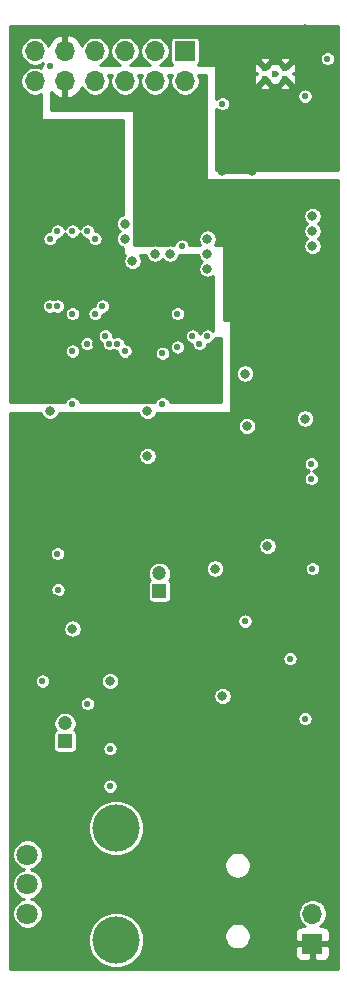
<source format=gbr>
%TF.GenerationSoftware,KiCad,Pcbnew,(5.1.5)-3*%
%TF.CreationDate,2020-11-01T10:25:43+01:00*%
%TF.ProjectId,PmodADC,506d6f64-4144-4432-9e6b-696361645f70,v0.2*%
%TF.SameCoordinates,Original*%
%TF.FileFunction,Copper,L3,Inr*%
%TF.FilePolarity,Positive*%
%FSLAX46Y46*%
G04 Gerber Fmt 4.6, Leading zero omitted, Abs format (unit mm)*
G04 Created by KiCad (PCBNEW (5.1.5)-3) date 2020-11-01 10:25:43*
%MOMM*%
%LPD*%
G04 APERTURE LIST*
%TA.AperFunction,ViaPad*%
%ADD10C,0.600000*%
%TD*%
%TA.AperFunction,WasherPad*%
%ADD11C,4.000000*%
%TD*%
%TA.AperFunction,ViaPad*%
%ADD12C,1.800000*%
%TD*%
%TA.AperFunction,ViaPad*%
%ADD13O,1.700000X1.700000*%
%TD*%
%TA.AperFunction,ViaPad*%
%ADD14R,1.700000X1.700000*%
%TD*%
%TA.AperFunction,ViaPad*%
%ADD15C,1.200000*%
%TD*%
%TA.AperFunction,ViaPad*%
%ADD16R,1.200000X1.200000*%
%TD*%
%TA.AperFunction,ViaPad*%
%ADD17C,0.550000*%
%TD*%
%TA.AperFunction,ViaPad*%
%ADD18C,0.800000*%
%TD*%
%TA.AperFunction,Conductor*%
%ADD19C,0.500000*%
%TD*%
%TA.AperFunction,Conductor*%
%ADD20C,0.254000*%
%TD*%
G04 APERTURE END LIST*
D10*
%TO.N,GND*%
%TO.C,U4*%
X-112395000Y-23495000D03*
X-113255000Y-23975000D03*
X-111535000Y-23975000D03*
X-113255000Y-23015000D03*
X-111535000Y-23015000D03*
%TD*%
D11*
%TO.N,*%
%TO.C,R40*%
X-125850000Y-96865000D03*
X-125850000Y-87365000D03*
D12*
%TO.N,Net-(R40-Pad1)*%
X-133350000Y-94615000D03*
%TO.N,Net-(R39-Pad2)*%
X-133350000Y-92115000D03*
%TO.N,N/C*%
X-133350000Y-89615000D03*
%TD*%
D13*
%TO.N,+3V3*%
%TO.C,J3*%
X-132715000Y-24130000D03*
X-132715000Y-21590000D03*
%TO.N,GNDA*%
X-130175000Y-24130000D03*
%TO.N,GND*%
X-130175000Y-21590000D03*
%TO.N,/COMP_3V*%
X-127635000Y-24130000D03*
%TO.N,/S&H_3V*%
X-127635000Y-21590000D03*
%TO.N,/COMP_L_3V*%
X-125095000Y-24130000D03*
%TO.N,/ADC_S_3V*%
X-125095000Y-21590000D03*
%TO.N,Net-(J3-Pad4)*%
X-122555000Y-24130000D03*
%TO.N,/ADC_C_3V*%
X-122555000Y-21590000D03*
%TO.N,Net-(J3-Pad2)*%
X-120015000Y-24130000D03*
D14*
%TO.N,/ADC_L_3V*%
X-120015000Y-21590000D03*
%TD*%
D13*
%TO.N,Net-(C16-Pad1)*%
%TO.C,J1*%
X-109220000Y-94615000D03*
D14*
%TO.N,GNDA*%
X-109220000Y-97155000D03*
%TD*%
D15*
%TO.N,Net-(C23-Pad1)*%
%TO.C,C26*%
X-122174000Y-65810000D03*
D16*
%TO.N,Net-(C26-Pad1)*%
X-122174000Y-67310000D03*
%TD*%
%TO.N,Net-(C16-Pad1)*%
%TO.C,C16*%
X-130175000Y-80010000D03*
D15*
%TO.N,/DI*%
X-130175000Y-78510000D03*
%TD*%
D17*
%TO.N,GND*%
X-127635000Y-46355000D03*
D18*
X-133985000Y-40640000D03*
X-127000000Y-39370000D03*
X-124460000Y-43180000D03*
X-123190000Y-41910000D03*
X-132080000Y-46355000D03*
X-125095000Y-50800000D03*
X-124460000Y-47625000D03*
X-116205000Y-24765000D03*
X-116840000Y-31750000D03*
X-114300000Y-31750000D03*
X-108585000Y-29210000D03*
X-109855000Y-22225000D03*
X-109855000Y-19685000D03*
X-127000000Y-41930010D03*
X-117454990Y-46355000D03*
X-131445000Y-35560000D03*
X-133350000Y-35560000D03*
X-130810000Y-29845000D03*
X-128905000Y-29845000D03*
%TO.N,+3V3*%
X-124460000Y-39370000D03*
%TO.N,/Vref_5V*%
X-123190000Y-55880000D03*
X-109855000Y-52705000D03*
X-117475000Y-65405000D03*
X-114784948Y-53340000D03*
D17*
%TO.N,Net-(C16-Pad1)*%
X-126365000Y-83820000D03*
X-126365000Y-80645000D03*
D18*
%TO.N,+5VA*%
X-125095000Y-37465000D03*
X-125095000Y-36195000D03*
X-113030000Y-63500000D03*
D17*
%TO.N,Net-(C23-Pad1)*%
X-130810000Y-64135000D03*
X-130765394Y-67191974D03*
D18*
%TO.N,+9V*%
X-129540000Y-70485000D03*
X-116840000Y-76200000D03*
X-109220000Y-35560000D03*
X-109220000Y-36830000D03*
X-114935000Y-48895000D03*
X-109220000Y-38100000D03*
%TO.N,-5V*%
X-126365000Y-74930000D03*
D17*
X-109855000Y-78105000D03*
D18*
X-118110000Y-40005000D03*
X-118110000Y-38735000D03*
X-118110000Y-37465000D03*
D17*
%TO.N,+5V*%
X-118110000Y-45720000D03*
X-125730000Y-46355000D03*
D18*
X-122555000Y-38735000D03*
X-121285000Y-38735000D03*
X-123190000Y-52070000D03*
X-131445000Y-52070000D03*
D17*
%TO.N,/COMP_3V*%
X-116840000Y-26035000D03*
X-120285010Y-38093016D03*
%TO.N,/S&H_3V*%
X-130810000Y-36830000D03*
%TO.N,/COMP_L_3V*%
X-131445000Y-37465000D03*
X-131445000Y-22860000D03*
%TO.N,/ADC_S_3V*%
X-129540000Y-36830000D03*
%TO.N,/ADC_C_3V*%
X-128270000Y-36830000D03*
%TO.N,/ADC_L_3V*%
X-127635000Y-37465000D03*
%TO.N,Net-(JP7-Pad1)*%
X-111125000Y-73025000D03*
%TO.N,Net-(R2-Pad1)*%
X-109855000Y-25400000D03*
X-107950000Y-22225000D03*
%TO.N,Net-(R39-Pad2)*%
X-128270000Y-76835000D03*
%TO.N,Net-(R40-Pad1)*%
X-132080000Y-74930000D03*
%TO.N,/S&H*%
X-114935000Y-69850000D03*
X-109220000Y-65405000D03*
X-130810000Y-43180000D03*
%TO.N,Net-(U1-Pad9)*%
X-120650000Y-46639998D03*
X-125095000Y-46990000D03*
%TO.N,/ADC_C*%
X-127635000Y-43815000D03*
X-118795010Y-46355000D03*
X-126410013Y-46355000D03*
%TO.N,/ADC_L*%
X-119380000Y-45720000D03*
X-127000000Y-43180000D03*
X-126766051Y-45690012D03*
%TO.N,/ADC_S*%
X-129540000Y-43815000D03*
X-128315013Y-46355000D03*
%TO.N,Net-(U1-Pad15)*%
X-129540000Y-51435000D03*
X-129540000Y-46990000D03*
%TO.N,Net-(U2-Pad15)*%
X-121920000Y-51435000D03*
X-121920000Y-47170008D03*
%TO.N,/COMP*%
X-120650000Y-43815000D03*
X-109315002Y-56515000D03*
%TO.N,/COMP_L*%
X-109315002Y-57785000D03*
X-131490013Y-43180000D03*
D18*
%TO.N,GNDA*%
X-111887000Y-44712000D03*
X-108331000Y-66683000D03*
X-108331000Y-72779000D03*
X-108331000Y-78875000D03*
X-133477000Y-54618000D03*
X-133477000Y-60841000D03*
X-133477000Y-66683000D03*
X-133477000Y-72779000D03*
X-133477000Y-78875000D03*
X-129794000Y-82685000D03*
X-123825000Y-82685000D03*
X-117729000Y-82685000D03*
X-130175000Y-76200000D03*
X-116205000Y-80645000D03*
X-109855000Y-81280000D03*
X-125095000Y-79375000D03*
X-125095000Y-74930000D03*
X-125730000Y-67945000D03*
X-119380000Y-62230000D03*
X-115570000Y-62865000D03*
X-115570000Y-59055000D03*
X-114300000Y-54610000D03*
X-116205000Y-52705000D03*
X-130810000Y-53340000D03*
X-124460000Y-55880000D03*
X-111125000Y-59055000D03*
X-118745000Y-64770000D03*
X-115570000Y-64770000D03*
X-114300000Y-68580000D03*
X-114300000Y-73660000D03*
D17*
X-130810000Y-60960000D03*
D18*
X-118745000Y-27940000D03*
X-121920000Y-34290000D03*
X-118745000Y-35560000D03*
X-114300000Y-38100000D03*
X-116205000Y-38100000D03*
X-111125000Y-40640000D03*
X-113030000Y-37465000D03*
X-114935000Y-33020000D03*
X-120015000Y-30459990D03*
X-122040010Y-37469939D03*
X-111125000Y-37465000D03*
X-108980010Y-39370000D03*
X-123918328Y-52798328D03*
X-111760000Y-82685000D03*
X-131049990Y-67945000D03*
X-112395000Y-46375010D03*
%TD*%
D19*
%TO.N,GND*%
X-116840000Y-31750000D02*
X-114300000Y-31750000D01*
X-114300000Y-31750000D02*
X-114300000Y-29845000D01*
X-109220000Y-29845000D02*
X-108585000Y-29210000D01*
X-114300000Y-29845000D02*
X-109220000Y-29845000D01*
%TD*%
D20*
%TO.N,GNDA*%
G36*
X-126278693Y-23770931D02*
G01*
X-126326000Y-24008757D01*
X-126326000Y-24251243D01*
X-126278693Y-24489069D01*
X-126185898Y-24713097D01*
X-126051180Y-24914717D01*
X-125879717Y-25086180D01*
X-125678097Y-25220898D01*
X-125454069Y-25313693D01*
X-125216243Y-25361000D01*
X-124973757Y-25361000D01*
X-124735931Y-25313693D01*
X-124511903Y-25220898D01*
X-124310283Y-25086180D01*
X-124138820Y-24914717D01*
X-124004102Y-24713097D01*
X-123911307Y-24489069D01*
X-123864000Y-24251243D01*
X-123864000Y-24008757D01*
X-123911307Y-23770931D01*
X-123972996Y-23622000D01*
X-123677004Y-23622000D01*
X-123738693Y-23770931D01*
X-123786000Y-24008757D01*
X-123786000Y-24251243D01*
X-123738693Y-24489069D01*
X-123645898Y-24713097D01*
X-123511180Y-24914717D01*
X-123339717Y-25086180D01*
X-123138097Y-25220898D01*
X-122914069Y-25313693D01*
X-122676243Y-25361000D01*
X-122433757Y-25361000D01*
X-122195931Y-25313693D01*
X-121971903Y-25220898D01*
X-121770283Y-25086180D01*
X-121598820Y-24914717D01*
X-121464102Y-24713097D01*
X-121371307Y-24489069D01*
X-121324000Y-24251243D01*
X-121324000Y-24008757D01*
X-121371307Y-23770931D01*
X-121432996Y-23622000D01*
X-121137004Y-23622000D01*
X-121198693Y-23770931D01*
X-121246000Y-24008757D01*
X-121246000Y-24251243D01*
X-121198693Y-24489069D01*
X-121105898Y-24713097D01*
X-120971180Y-24914717D01*
X-120799717Y-25086180D01*
X-120598097Y-25220898D01*
X-120374069Y-25313693D01*
X-120136243Y-25361000D01*
X-119893757Y-25361000D01*
X-119655931Y-25313693D01*
X-119431903Y-25220898D01*
X-119230283Y-25086180D01*
X-119058820Y-24914717D01*
X-118924102Y-24713097D01*
X-118831307Y-24489069D01*
X-118784000Y-24251243D01*
X-118784000Y-24008757D01*
X-118831307Y-23770931D01*
X-118892996Y-23622000D01*
X-118237000Y-23622000D01*
X-118237000Y-32385000D01*
X-118234560Y-32409776D01*
X-118227333Y-32433601D01*
X-118215597Y-32455557D01*
X-118199803Y-32474803D01*
X-118180557Y-32490597D01*
X-118158601Y-32502333D01*
X-118134776Y-32509560D01*
X-118110000Y-32512000D01*
X-117012442Y-32512000D01*
X-116916922Y-32531000D01*
X-116763078Y-32531000D01*
X-116667558Y-32512000D01*
X-114472442Y-32512000D01*
X-114376922Y-32531000D01*
X-114223078Y-32531000D01*
X-114127558Y-32512000D01*
X-107085999Y-32512000D01*
X-107086000Y-59709940D01*
X-107085999Y-59709950D01*
X-107086000Y-81299940D01*
X-107085999Y-81299950D01*
X-107086000Y-99289000D01*
X-134849000Y-99289000D01*
X-134849000Y-96630492D01*
X-128231000Y-96630492D01*
X-128231000Y-97099508D01*
X-128139500Y-97559512D01*
X-127960015Y-97992827D01*
X-127699444Y-98382799D01*
X-127367799Y-98714444D01*
X-126977827Y-98975015D01*
X-126544512Y-99154500D01*
X-126084508Y-99246000D01*
X-125615492Y-99246000D01*
X-125155488Y-99154500D01*
X-124722173Y-98975015D01*
X-124332201Y-98714444D01*
X-124000556Y-98382799D01*
X-123748119Y-98005000D01*
X-110708072Y-98005000D01*
X-110695812Y-98129482D01*
X-110659502Y-98249180D01*
X-110600537Y-98359494D01*
X-110521185Y-98456185D01*
X-110424494Y-98535537D01*
X-110314180Y-98594502D01*
X-110194482Y-98630812D01*
X-110070000Y-98643072D01*
X-109505750Y-98640000D01*
X-109347000Y-98481250D01*
X-109347000Y-97282000D01*
X-109093000Y-97282000D01*
X-109093000Y-98481250D01*
X-108934250Y-98640000D01*
X-108370000Y-98643072D01*
X-108245518Y-98630812D01*
X-108125820Y-98594502D01*
X-108015506Y-98535537D01*
X-107918815Y-98456185D01*
X-107839463Y-98359494D01*
X-107780498Y-98249180D01*
X-107744188Y-98129482D01*
X-107731928Y-98005000D01*
X-107735000Y-97440750D01*
X-107893750Y-97282000D01*
X-109093000Y-97282000D01*
X-109347000Y-97282000D01*
X-110546250Y-97282000D01*
X-110705000Y-97440750D01*
X-110708072Y-98005000D01*
X-123748119Y-98005000D01*
X-123739985Y-97992827D01*
X-123560500Y-97559512D01*
X-123469000Y-97099508D01*
X-123469000Y-96630492D01*
X-123513135Y-96408606D01*
X-116701000Y-96408606D01*
X-116701000Y-96631394D01*
X-116657536Y-96849900D01*
X-116572279Y-97055729D01*
X-116448505Y-97240970D01*
X-116290970Y-97398505D01*
X-116105729Y-97522279D01*
X-115899900Y-97607536D01*
X-115681394Y-97651000D01*
X-115458606Y-97651000D01*
X-115240100Y-97607536D01*
X-115034271Y-97522279D01*
X-114849030Y-97398505D01*
X-114691495Y-97240970D01*
X-114567721Y-97055729D01*
X-114482464Y-96849900D01*
X-114439000Y-96631394D01*
X-114439000Y-96408606D01*
X-114459608Y-96305000D01*
X-110708072Y-96305000D01*
X-110705000Y-96869250D01*
X-110546250Y-97028000D01*
X-109347000Y-97028000D01*
X-109347000Y-97008000D01*
X-109093000Y-97008000D01*
X-109093000Y-97028000D01*
X-107893750Y-97028000D01*
X-107735000Y-96869250D01*
X-107731928Y-96305000D01*
X-107744188Y-96180518D01*
X-107780498Y-96060820D01*
X-107839463Y-95950506D01*
X-107918815Y-95853815D01*
X-108015506Y-95774463D01*
X-108125820Y-95715498D01*
X-108245518Y-95679188D01*
X-108370000Y-95666928D01*
X-108580294Y-95668073D01*
X-108435283Y-95571180D01*
X-108263820Y-95399717D01*
X-108129102Y-95198097D01*
X-108036307Y-94974069D01*
X-107989000Y-94736243D01*
X-107989000Y-94493757D01*
X-108036307Y-94255931D01*
X-108129102Y-94031903D01*
X-108263820Y-93830283D01*
X-108435283Y-93658820D01*
X-108636903Y-93524102D01*
X-108860931Y-93431307D01*
X-109098757Y-93384000D01*
X-109341243Y-93384000D01*
X-109579069Y-93431307D01*
X-109803097Y-93524102D01*
X-110004717Y-93658820D01*
X-110176180Y-93830283D01*
X-110310898Y-94031903D01*
X-110403693Y-94255931D01*
X-110451000Y-94493757D01*
X-110451000Y-94736243D01*
X-110403693Y-94974069D01*
X-110310898Y-95198097D01*
X-110176180Y-95399717D01*
X-110004717Y-95571180D01*
X-109859706Y-95668073D01*
X-110070000Y-95666928D01*
X-110194482Y-95679188D01*
X-110314180Y-95715498D01*
X-110424494Y-95774463D01*
X-110521185Y-95853815D01*
X-110600537Y-95950506D01*
X-110659502Y-96060820D01*
X-110695812Y-96180518D01*
X-110708072Y-96305000D01*
X-114459608Y-96305000D01*
X-114482464Y-96190100D01*
X-114567721Y-95984271D01*
X-114691495Y-95799030D01*
X-114849030Y-95641495D01*
X-115034271Y-95517721D01*
X-115240100Y-95432464D01*
X-115458606Y-95389000D01*
X-115681394Y-95389000D01*
X-115899900Y-95432464D01*
X-116105729Y-95517721D01*
X-116290970Y-95641495D01*
X-116448505Y-95799030D01*
X-116572279Y-95984271D01*
X-116657536Y-96190100D01*
X-116701000Y-96408606D01*
X-123513135Y-96408606D01*
X-123560500Y-96170488D01*
X-123739985Y-95737173D01*
X-124000556Y-95347201D01*
X-124332201Y-95015556D01*
X-124722173Y-94754985D01*
X-125155488Y-94575500D01*
X-125615492Y-94484000D01*
X-126084508Y-94484000D01*
X-126544512Y-94575500D01*
X-126977827Y-94754985D01*
X-127367799Y-95015556D01*
X-127699444Y-95347201D01*
X-127960015Y-95737173D01*
X-128139500Y-96170488D01*
X-128231000Y-96630492D01*
X-134849000Y-96630492D01*
X-134849000Y-89488833D01*
X-134631000Y-89488833D01*
X-134631000Y-89741167D01*
X-134581772Y-89988654D01*
X-134485207Y-90221781D01*
X-134345018Y-90431590D01*
X-134166590Y-90610018D01*
X-133956781Y-90750207D01*
X-133723654Y-90846772D01*
X-133632015Y-90865000D01*
X-133723654Y-90883228D01*
X-133956781Y-90979793D01*
X-134166590Y-91119982D01*
X-134345018Y-91298410D01*
X-134485207Y-91508219D01*
X-134581772Y-91741346D01*
X-134631000Y-91988833D01*
X-134631000Y-92241167D01*
X-134581772Y-92488654D01*
X-134485207Y-92721781D01*
X-134345018Y-92931590D01*
X-134166590Y-93110018D01*
X-133956781Y-93250207D01*
X-133723654Y-93346772D01*
X-133632015Y-93365000D01*
X-133723654Y-93383228D01*
X-133956781Y-93479793D01*
X-134166590Y-93619982D01*
X-134345018Y-93798410D01*
X-134485207Y-94008219D01*
X-134581772Y-94241346D01*
X-134631000Y-94488833D01*
X-134631000Y-94741167D01*
X-134581772Y-94988654D01*
X-134485207Y-95221781D01*
X-134345018Y-95431590D01*
X-134166590Y-95610018D01*
X-133956781Y-95750207D01*
X-133723654Y-95846772D01*
X-133476167Y-95896000D01*
X-133223833Y-95896000D01*
X-132976346Y-95846772D01*
X-132743219Y-95750207D01*
X-132533410Y-95610018D01*
X-132354982Y-95431590D01*
X-132214793Y-95221781D01*
X-132118228Y-94988654D01*
X-132069000Y-94741167D01*
X-132069000Y-94488833D01*
X-132118228Y-94241346D01*
X-132214793Y-94008219D01*
X-132354982Y-93798410D01*
X-132533410Y-93619982D01*
X-132743219Y-93479793D01*
X-132976346Y-93383228D01*
X-133067985Y-93365000D01*
X-132976346Y-93346772D01*
X-132743219Y-93250207D01*
X-132533410Y-93110018D01*
X-132354982Y-92931590D01*
X-132214793Y-92721781D01*
X-132118228Y-92488654D01*
X-132069000Y-92241167D01*
X-132069000Y-91988833D01*
X-132118228Y-91741346D01*
X-132214793Y-91508219D01*
X-132354982Y-91298410D01*
X-132533410Y-91119982D01*
X-132743219Y-90979793D01*
X-132976346Y-90883228D01*
X-133067985Y-90865000D01*
X-132976346Y-90846772D01*
X-132743219Y-90750207D01*
X-132533410Y-90610018D01*
X-132354982Y-90431590D01*
X-132339625Y-90408606D01*
X-116701000Y-90408606D01*
X-116701000Y-90631394D01*
X-116657536Y-90849900D01*
X-116572279Y-91055729D01*
X-116448505Y-91240970D01*
X-116290970Y-91398505D01*
X-116105729Y-91522279D01*
X-115899900Y-91607536D01*
X-115681394Y-91651000D01*
X-115458606Y-91651000D01*
X-115240100Y-91607536D01*
X-115034271Y-91522279D01*
X-114849030Y-91398505D01*
X-114691495Y-91240970D01*
X-114567721Y-91055729D01*
X-114482464Y-90849900D01*
X-114439000Y-90631394D01*
X-114439000Y-90408606D01*
X-114482464Y-90190100D01*
X-114567721Y-89984271D01*
X-114691495Y-89799030D01*
X-114849030Y-89641495D01*
X-115034271Y-89517721D01*
X-115240100Y-89432464D01*
X-115458606Y-89389000D01*
X-115681394Y-89389000D01*
X-115899900Y-89432464D01*
X-116105729Y-89517721D01*
X-116290970Y-89641495D01*
X-116448505Y-89799030D01*
X-116572279Y-89984271D01*
X-116657536Y-90190100D01*
X-116701000Y-90408606D01*
X-132339625Y-90408606D01*
X-132214793Y-90221781D01*
X-132118228Y-89988654D01*
X-132069000Y-89741167D01*
X-132069000Y-89488833D01*
X-132118228Y-89241346D01*
X-132214793Y-89008219D01*
X-132354982Y-88798410D01*
X-132533410Y-88619982D01*
X-132743219Y-88479793D01*
X-132976346Y-88383228D01*
X-133223833Y-88334000D01*
X-133476167Y-88334000D01*
X-133723654Y-88383228D01*
X-133956781Y-88479793D01*
X-134166590Y-88619982D01*
X-134345018Y-88798410D01*
X-134485207Y-89008219D01*
X-134581772Y-89241346D01*
X-134631000Y-89488833D01*
X-134849000Y-89488833D01*
X-134849000Y-87130492D01*
X-128231000Y-87130492D01*
X-128231000Y-87599508D01*
X-128139500Y-88059512D01*
X-127960015Y-88492827D01*
X-127699444Y-88882799D01*
X-127367799Y-89214444D01*
X-126977827Y-89475015D01*
X-126544512Y-89654500D01*
X-126084508Y-89746000D01*
X-125615492Y-89746000D01*
X-125155488Y-89654500D01*
X-124722173Y-89475015D01*
X-124332201Y-89214444D01*
X-124000556Y-88882799D01*
X-123739985Y-88492827D01*
X-123560500Y-88059512D01*
X-123469000Y-87599508D01*
X-123469000Y-87130492D01*
X-123560500Y-86670488D01*
X-123739985Y-86237173D01*
X-124000556Y-85847201D01*
X-124332201Y-85515556D01*
X-124722173Y-85254985D01*
X-125155488Y-85075500D01*
X-125615492Y-84984000D01*
X-126084508Y-84984000D01*
X-126544512Y-85075500D01*
X-126977827Y-85254985D01*
X-127367799Y-85515556D01*
X-127699444Y-85847201D01*
X-127960015Y-86237173D01*
X-128139500Y-86670488D01*
X-128231000Y-87130492D01*
X-134849000Y-87130492D01*
X-134849000Y-83755390D01*
X-127021000Y-83755390D01*
X-127021000Y-83884610D01*
X-126995790Y-84011348D01*
X-126946340Y-84130732D01*
X-126874548Y-84238176D01*
X-126783176Y-84329548D01*
X-126675732Y-84401340D01*
X-126556348Y-84450790D01*
X-126429610Y-84476000D01*
X-126300390Y-84476000D01*
X-126173652Y-84450790D01*
X-126054268Y-84401340D01*
X-125946824Y-84329548D01*
X-125855452Y-84238176D01*
X-125783660Y-84130732D01*
X-125734210Y-84011348D01*
X-125709000Y-83884610D01*
X-125709000Y-83755390D01*
X-125734210Y-83628652D01*
X-125783660Y-83509268D01*
X-125855452Y-83401824D01*
X-125946824Y-83310452D01*
X-126054268Y-83238660D01*
X-126173652Y-83189210D01*
X-126300390Y-83164000D01*
X-126429610Y-83164000D01*
X-126556348Y-83189210D01*
X-126675732Y-83238660D01*
X-126783176Y-83310452D01*
X-126874548Y-83401824D01*
X-126946340Y-83509268D01*
X-126995790Y-83628652D01*
X-127021000Y-83755390D01*
X-134849000Y-83755390D01*
X-134849000Y-79410000D01*
X-131157843Y-79410000D01*
X-131157843Y-80610000D01*
X-131150487Y-80684689D01*
X-131128701Y-80756508D01*
X-131093322Y-80822696D01*
X-131045711Y-80880711D01*
X-130987696Y-80928322D01*
X-130921508Y-80963701D01*
X-130849689Y-80985487D01*
X-130775000Y-80992843D01*
X-129575000Y-80992843D01*
X-129500311Y-80985487D01*
X-129428492Y-80963701D01*
X-129362304Y-80928322D01*
X-129304289Y-80880711D01*
X-129256678Y-80822696D01*
X-129221299Y-80756508D01*
X-129199513Y-80684689D01*
X-129192157Y-80610000D01*
X-129192157Y-80580390D01*
X-127021000Y-80580390D01*
X-127021000Y-80709610D01*
X-126995790Y-80836348D01*
X-126946340Y-80955732D01*
X-126874548Y-81063176D01*
X-126783176Y-81154548D01*
X-126675732Y-81226340D01*
X-126556348Y-81275790D01*
X-126429610Y-81301000D01*
X-126300390Y-81301000D01*
X-126173652Y-81275790D01*
X-126054268Y-81226340D01*
X-125946824Y-81154548D01*
X-125855452Y-81063176D01*
X-125783660Y-80955732D01*
X-125734210Y-80836348D01*
X-125709000Y-80709610D01*
X-125709000Y-80580390D01*
X-125734210Y-80453652D01*
X-125783660Y-80334268D01*
X-125855452Y-80226824D01*
X-125946824Y-80135452D01*
X-126054268Y-80063660D01*
X-126173652Y-80014210D01*
X-126300390Y-79989000D01*
X-126429610Y-79989000D01*
X-126556348Y-80014210D01*
X-126675732Y-80063660D01*
X-126783176Y-80135452D01*
X-126874548Y-80226824D01*
X-126946340Y-80334268D01*
X-126995790Y-80453652D01*
X-127021000Y-80580390D01*
X-129192157Y-80580390D01*
X-129192157Y-79410000D01*
X-129199513Y-79335311D01*
X-129221299Y-79263492D01*
X-129256678Y-79197304D01*
X-129304289Y-79139289D01*
X-129362304Y-79091678D01*
X-129378162Y-79083202D01*
X-129305649Y-78974678D01*
X-129231699Y-78796147D01*
X-129194000Y-78606620D01*
X-129194000Y-78413380D01*
X-129231699Y-78223853D01*
X-129305649Y-78045322D01*
X-129308944Y-78040390D01*
X-110511000Y-78040390D01*
X-110511000Y-78169610D01*
X-110485790Y-78296348D01*
X-110436340Y-78415732D01*
X-110364548Y-78523176D01*
X-110273176Y-78614548D01*
X-110165732Y-78686340D01*
X-110046348Y-78735790D01*
X-109919610Y-78761000D01*
X-109790390Y-78761000D01*
X-109663652Y-78735790D01*
X-109544268Y-78686340D01*
X-109436824Y-78614548D01*
X-109345452Y-78523176D01*
X-109273660Y-78415732D01*
X-109224210Y-78296348D01*
X-109199000Y-78169610D01*
X-109199000Y-78040390D01*
X-109224210Y-77913652D01*
X-109273660Y-77794268D01*
X-109345452Y-77686824D01*
X-109436824Y-77595452D01*
X-109544268Y-77523660D01*
X-109663652Y-77474210D01*
X-109790390Y-77449000D01*
X-109919610Y-77449000D01*
X-110046348Y-77474210D01*
X-110165732Y-77523660D01*
X-110273176Y-77595452D01*
X-110364548Y-77686824D01*
X-110436340Y-77794268D01*
X-110485790Y-77913652D01*
X-110511000Y-78040390D01*
X-129308944Y-78040390D01*
X-129413007Y-77884649D01*
X-129549649Y-77748007D01*
X-129710322Y-77640649D01*
X-129888853Y-77566699D01*
X-130078380Y-77529000D01*
X-130271620Y-77529000D01*
X-130461147Y-77566699D01*
X-130639678Y-77640649D01*
X-130800351Y-77748007D01*
X-130936993Y-77884649D01*
X-131044351Y-78045322D01*
X-131118301Y-78223853D01*
X-131156000Y-78413380D01*
X-131156000Y-78606620D01*
X-131118301Y-78796147D01*
X-131044351Y-78974678D01*
X-130971838Y-79083202D01*
X-130987696Y-79091678D01*
X-131045711Y-79139289D01*
X-131093322Y-79197304D01*
X-131128701Y-79263492D01*
X-131150487Y-79335311D01*
X-131157843Y-79410000D01*
X-134849000Y-79410000D01*
X-134849000Y-76770390D01*
X-128926000Y-76770390D01*
X-128926000Y-76899610D01*
X-128900790Y-77026348D01*
X-128851340Y-77145732D01*
X-128779548Y-77253176D01*
X-128688176Y-77344548D01*
X-128580732Y-77416340D01*
X-128461348Y-77465790D01*
X-128334610Y-77491000D01*
X-128205390Y-77491000D01*
X-128078652Y-77465790D01*
X-127959268Y-77416340D01*
X-127851824Y-77344548D01*
X-127760452Y-77253176D01*
X-127688660Y-77145732D01*
X-127639210Y-77026348D01*
X-127614000Y-76899610D01*
X-127614000Y-76770390D01*
X-127639210Y-76643652D01*
X-127688660Y-76524268D01*
X-127760452Y-76416824D01*
X-127851824Y-76325452D01*
X-127959268Y-76253660D01*
X-128078652Y-76204210D01*
X-128205390Y-76179000D01*
X-128334610Y-76179000D01*
X-128461348Y-76204210D01*
X-128580732Y-76253660D01*
X-128688176Y-76325452D01*
X-128779548Y-76416824D01*
X-128851340Y-76524268D01*
X-128900790Y-76643652D01*
X-128926000Y-76770390D01*
X-134849000Y-76770390D01*
X-134849000Y-76123078D01*
X-117621000Y-76123078D01*
X-117621000Y-76276922D01*
X-117590987Y-76427809D01*
X-117532113Y-76569942D01*
X-117446642Y-76697859D01*
X-117337859Y-76806642D01*
X-117209942Y-76892113D01*
X-117067809Y-76950987D01*
X-116916922Y-76981000D01*
X-116763078Y-76981000D01*
X-116612191Y-76950987D01*
X-116470058Y-76892113D01*
X-116342141Y-76806642D01*
X-116233358Y-76697859D01*
X-116147887Y-76569942D01*
X-116089013Y-76427809D01*
X-116059000Y-76276922D01*
X-116059000Y-76123078D01*
X-116089013Y-75972191D01*
X-116147887Y-75830058D01*
X-116233358Y-75702141D01*
X-116342141Y-75593358D01*
X-116470058Y-75507887D01*
X-116612191Y-75449013D01*
X-116763078Y-75419000D01*
X-116916922Y-75419000D01*
X-117067809Y-75449013D01*
X-117209942Y-75507887D01*
X-117337859Y-75593358D01*
X-117446642Y-75702141D01*
X-117532113Y-75830058D01*
X-117590987Y-75972191D01*
X-117621000Y-76123078D01*
X-134849000Y-76123078D01*
X-134849000Y-74865390D01*
X-132736000Y-74865390D01*
X-132736000Y-74994610D01*
X-132710790Y-75121348D01*
X-132661340Y-75240732D01*
X-132589548Y-75348176D01*
X-132498176Y-75439548D01*
X-132390732Y-75511340D01*
X-132271348Y-75560790D01*
X-132144610Y-75586000D01*
X-132015390Y-75586000D01*
X-131888652Y-75560790D01*
X-131769268Y-75511340D01*
X-131661824Y-75439548D01*
X-131570452Y-75348176D01*
X-131498660Y-75240732D01*
X-131449210Y-75121348D01*
X-131424000Y-74994610D01*
X-131424000Y-74865390D01*
X-131426449Y-74853078D01*
X-127146000Y-74853078D01*
X-127146000Y-75006922D01*
X-127115987Y-75157809D01*
X-127057113Y-75299942D01*
X-126971642Y-75427859D01*
X-126862859Y-75536642D01*
X-126734942Y-75622113D01*
X-126592809Y-75680987D01*
X-126441922Y-75711000D01*
X-126288078Y-75711000D01*
X-126137191Y-75680987D01*
X-125995058Y-75622113D01*
X-125867141Y-75536642D01*
X-125758358Y-75427859D01*
X-125672887Y-75299942D01*
X-125614013Y-75157809D01*
X-125584000Y-75006922D01*
X-125584000Y-74853078D01*
X-125614013Y-74702191D01*
X-125672887Y-74560058D01*
X-125758358Y-74432141D01*
X-125867141Y-74323358D01*
X-125995058Y-74237887D01*
X-126137191Y-74179013D01*
X-126288078Y-74149000D01*
X-126441922Y-74149000D01*
X-126592809Y-74179013D01*
X-126734942Y-74237887D01*
X-126862859Y-74323358D01*
X-126971642Y-74432141D01*
X-127057113Y-74560058D01*
X-127115987Y-74702191D01*
X-127146000Y-74853078D01*
X-131426449Y-74853078D01*
X-131449210Y-74738652D01*
X-131498660Y-74619268D01*
X-131570452Y-74511824D01*
X-131661824Y-74420452D01*
X-131769268Y-74348660D01*
X-131888652Y-74299210D01*
X-132015390Y-74274000D01*
X-132144610Y-74274000D01*
X-132271348Y-74299210D01*
X-132390732Y-74348660D01*
X-132498176Y-74420452D01*
X-132589548Y-74511824D01*
X-132661340Y-74619268D01*
X-132710790Y-74738652D01*
X-132736000Y-74865390D01*
X-134849000Y-74865390D01*
X-134849000Y-72960390D01*
X-111781000Y-72960390D01*
X-111781000Y-73089610D01*
X-111755790Y-73216348D01*
X-111706340Y-73335732D01*
X-111634548Y-73443176D01*
X-111543176Y-73534548D01*
X-111435732Y-73606340D01*
X-111316348Y-73655790D01*
X-111189610Y-73681000D01*
X-111060390Y-73681000D01*
X-110933652Y-73655790D01*
X-110814268Y-73606340D01*
X-110706824Y-73534548D01*
X-110615452Y-73443176D01*
X-110543660Y-73335732D01*
X-110494210Y-73216348D01*
X-110469000Y-73089610D01*
X-110469000Y-72960390D01*
X-110494210Y-72833652D01*
X-110543660Y-72714268D01*
X-110615452Y-72606824D01*
X-110706824Y-72515452D01*
X-110814268Y-72443660D01*
X-110933652Y-72394210D01*
X-111060390Y-72369000D01*
X-111189610Y-72369000D01*
X-111316348Y-72394210D01*
X-111435732Y-72443660D01*
X-111543176Y-72515452D01*
X-111634548Y-72606824D01*
X-111706340Y-72714268D01*
X-111755790Y-72833652D01*
X-111781000Y-72960390D01*
X-134849000Y-72960390D01*
X-134849000Y-70408078D01*
X-130321000Y-70408078D01*
X-130321000Y-70561922D01*
X-130290987Y-70712809D01*
X-130232113Y-70854942D01*
X-130146642Y-70982859D01*
X-130037859Y-71091642D01*
X-129909942Y-71177113D01*
X-129767809Y-71235987D01*
X-129616922Y-71266000D01*
X-129463078Y-71266000D01*
X-129312191Y-71235987D01*
X-129170058Y-71177113D01*
X-129042141Y-71091642D01*
X-128933358Y-70982859D01*
X-128847887Y-70854942D01*
X-128789013Y-70712809D01*
X-128759000Y-70561922D01*
X-128759000Y-70408078D01*
X-128789013Y-70257191D01*
X-128847887Y-70115058D01*
X-128933358Y-69987141D01*
X-129042141Y-69878358D01*
X-129170058Y-69792887D01*
X-129188157Y-69785390D01*
X-115591000Y-69785390D01*
X-115591000Y-69914610D01*
X-115565790Y-70041348D01*
X-115516340Y-70160732D01*
X-115444548Y-70268176D01*
X-115353176Y-70359548D01*
X-115245732Y-70431340D01*
X-115126348Y-70480790D01*
X-114999610Y-70506000D01*
X-114870390Y-70506000D01*
X-114743652Y-70480790D01*
X-114624268Y-70431340D01*
X-114516824Y-70359548D01*
X-114425452Y-70268176D01*
X-114353660Y-70160732D01*
X-114304210Y-70041348D01*
X-114279000Y-69914610D01*
X-114279000Y-69785390D01*
X-114304210Y-69658652D01*
X-114353660Y-69539268D01*
X-114425452Y-69431824D01*
X-114516824Y-69340452D01*
X-114624268Y-69268660D01*
X-114743652Y-69219210D01*
X-114870390Y-69194000D01*
X-114999610Y-69194000D01*
X-115126348Y-69219210D01*
X-115245732Y-69268660D01*
X-115353176Y-69340452D01*
X-115444548Y-69431824D01*
X-115516340Y-69539268D01*
X-115565790Y-69658652D01*
X-115591000Y-69785390D01*
X-129188157Y-69785390D01*
X-129312191Y-69734013D01*
X-129463078Y-69704000D01*
X-129616922Y-69704000D01*
X-129767809Y-69734013D01*
X-129909942Y-69792887D01*
X-130037859Y-69878358D01*
X-130146642Y-69987141D01*
X-130232113Y-70115058D01*
X-130290987Y-70257191D01*
X-130321000Y-70408078D01*
X-134849000Y-70408078D01*
X-134849000Y-67127364D01*
X-131421394Y-67127364D01*
X-131421394Y-67256584D01*
X-131396184Y-67383322D01*
X-131346734Y-67502706D01*
X-131274942Y-67610150D01*
X-131183570Y-67701522D01*
X-131076126Y-67773314D01*
X-130956742Y-67822764D01*
X-130830004Y-67847974D01*
X-130700784Y-67847974D01*
X-130574046Y-67822764D01*
X-130454662Y-67773314D01*
X-130347218Y-67701522D01*
X-130255846Y-67610150D01*
X-130184054Y-67502706D01*
X-130134604Y-67383322D01*
X-130109394Y-67256584D01*
X-130109394Y-67127364D01*
X-130134604Y-67000626D01*
X-130184054Y-66881242D01*
X-130255846Y-66773798D01*
X-130319644Y-66710000D01*
X-123156843Y-66710000D01*
X-123156843Y-67910000D01*
X-123149487Y-67984689D01*
X-123127701Y-68056508D01*
X-123092322Y-68122696D01*
X-123044711Y-68180711D01*
X-122986696Y-68228322D01*
X-122920508Y-68263701D01*
X-122848689Y-68285487D01*
X-122774000Y-68292843D01*
X-121574000Y-68292843D01*
X-121499311Y-68285487D01*
X-121427492Y-68263701D01*
X-121361304Y-68228322D01*
X-121303289Y-68180711D01*
X-121255678Y-68122696D01*
X-121220299Y-68056508D01*
X-121198513Y-67984689D01*
X-121191157Y-67910000D01*
X-121191157Y-66710000D01*
X-121198513Y-66635311D01*
X-121220299Y-66563492D01*
X-121255678Y-66497304D01*
X-121303289Y-66439289D01*
X-121361304Y-66391678D01*
X-121377162Y-66383202D01*
X-121304649Y-66274678D01*
X-121230699Y-66096147D01*
X-121193000Y-65906620D01*
X-121193000Y-65713380D01*
X-121230699Y-65523853D01*
X-121304649Y-65345322D01*
X-121316171Y-65328078D01*
X-118256000Y-65328078D01*
X-118256000Y-65481922D01*
X-118225987Y-65632809D01*
X-118167113Y-65774942D01*
X-118081642Y-65902859D01*
X-117972859Y-66011642D01*
X-117844942Y-66097113D01*
X-117702809Y-66155987D01*
X-117551922Y-66186000D01*
X-117398078Y-66186000D01*
X-117247191Y-66155987D01*
X-117105058Y-66097113D01*
X-116977141Y-66011642D01*
X-116868358Y-65902859D01*
X-116782887Y-65774942D01*
X-116724013Y-65632809D01*
X-116694000Y-65481922D01*
X-116694000Y-65340390D01*
X-109876000Y-65340390D01*
X-109876000Y-65469610D01*
X-109850790Y-65596348D01*
X-109801340Y-65715732D01*
X-109729548Y-65823176D01*
X-109638176Y-65914548D01*
X-109530732Y-65986340D01*
X-109411348Y-66035790D01*
X-109284610Y-66061000D01*
X-109155390Y-66061000D01*
X-109028652Y-66035790D01*
X-108909268Y-65986340D01*
X-108801824Y-65914548D01*
X-108710452Y-65823176D01*
X-108638660Y-65715732D01*
X-108589210Y-65596348D01*
X-108564000Y-65469610D01*
X-108564000Y-65340390D01*
X-108589210Y-65213652D01*
X-108638660Y-65094268D01*
X-108710452Y-64986824D01*
X-108801824Y-64895452D01*
X-108909268Y-64823660D01*
X-109028652Y-64774210D01*
X-109155390Y-64749000D01*
X-109284610Y-64749000D01*
X-109411348Y-64774210D01*
X-109530732Y-64823660D01*
X-109638176Y-64895452D01*
X-109729548Y-64986824D01*
X-109801340Y-65094268D01*
X-109850790Y-65213652D01*
X-109876000Y-65340390D01*
X-116694000Y-65340390D01*
X-116694000Y-65328078D01*
X-116724013Y-65177191D01*
X-116782887Y-65035058D01*
X-116868358Y-64907141D01*
X-116977141Y-64798358D01*
X-117105058Y-64712887D01*
X-117247191Y-64654013D01*
X-117398078Y-64624000D01*
X-117551922Y-64624000D01*
X-117702809Y-64654013D01*
X-117844942Y-64712887D01*
X-117972859Y-64798358D01*
X-118081642Y-64907141D01*
X-118167113Y-65035058D01*
X-118225987Y-65177191D01*
X-118256000Y-65328078D01*
X-121316171Y-65328078D01*
X-121412007Y-65184649D01*
X-121548649Y-65048007D01*
X-121709322Y-64940649D01*
X-121887853Y-64866699D01*
X-122077380Y-64829000D01*
X-122270620Y-64829000D01*
X-122460147Y-64866699D01*
X-122638678Y-64940649D01*
X-122799351Y-65048007D01*
X-122935993Y-65184649D01*
X-123043351Y-65345322D01*
X-123117301Y-65523853D01*
X-123155000Y-65713380D01*
X-123155000Y-65906620D01*
X-123117301Y-66096147D01*
X-123043351Y-66274678D01*
X-122970838Y-66383202D01*
X-122986696Y-66391678D01*
X-123044711Y-66439289D01*
X-123092322Y-66497304D01*
X-123127701Y-66563492D01*
X-123149487Y-66635311D01*
X-123156843Y-66710000D01*
X-130319644Y-66710000D01*
X-130347218Y-66682426D01*
X-130454662Y-66610634D01*
X-130574046Y-66561184D01*
X-130700784Y-66535974D01*
X-130830004Y-66535974D01*
X-130956742Y-66561184D01*
X-131076126Y-66610634D01*
X-131183570Y-66682426D01*
X-131274942Y-66773798D01*
X-131346734Y-66881242D01*
X-131396184Y-67000626D01*
X-131421394Y-67127364D01*
X-134849000Y-67127364D01*
X-134849000Y-64070390D01*
X-131466000Y-64070390D01*
X-131466000Y-64199610D01*
X-131440790Y-64326348D01*
X-131391340Y-64445732D01*
X-131319548Y-64553176D01*
X-131228176Y-64644548D01*
X-131120732Y-64716340D01*
X-131001348Y-64765790D01*
X-130874610Y-64791000D01*
X-130745390Y-64791000D01*
X-130618652Y-64765790D01*
X-130499268Y-64716340D01*
X-130391824Y-64644548D01*
X-130300452Y-64553176D01*
X-130228660Y-64445732D01*
X-130179210Y-64326348D01*
X-130154000Y-64199610D01*
X-130154000Y-64070390D01*
X-130179210Y-63943652D01*
X-130228660Y-63824268D01*
X-130300452Y-63716824D01*
X-130391824Y-63625452D01*
X-130499268Y-63553660D01*
X-130618652Y-63504210D01*
X-130745390Y-63479000D01*
X-130874610Y-63479000D01*
X-131001348Y-63504210D01*
X-131120732Y-63553660D01*
X-131228176Y-63625452D01*
X-131319548Y-63716824D01*
X-131391340Y-63824268D01*
X-131440790Y-63943652D01*
X-131466000Y-64070390D01*
X-134849000Y-64070390D01*
X-134849000Y-63423078D01*
X-113811000Y-63423078D01*
X-113811000Y-63576922D01*
X-113780987Y-63727809D01*
X-113722113Y-63869942D01*
X-113636642Y-63997859D01*
X-113527859Y-64106642D01*
X-113399942Y-64192113D01*
X-113257809Y-64250987D01*
X-113106922Y-64281000D01*
X-112953078Y-64281000D01*
X-112802191Y-64250987D01*
X-112660058Y-64192113D01*
X-112532141Y-64106642D01*
X-112423358Y-63997859D01*
X-112337887Y-63869942D01*
X-112279013Y-63727809D01*
X-112249000Y-63576922D01*
X-112249000Y-63423078D01*
X-112279013Y-63272191D01*
X-112337887Y-63130058D01*
X-112423358Y-63002141D01*
X-112532141Y-62893358D01*
X-112660058Y-62807887D01*
X-112802191Y-62749013D01*
X-112953078Y-62719000D01*
X-113106922Y-62719000D01*
X-113257809Y-62749013D01*
X-113399942Y-62807887D01*
X-113527859Y-62893358D01*
X-113636642Y-63002141D01*
X-113722113Y-63130058D01*
X-113780987Y-63272191D01*
X-113811000Y-63423078D01*
X-134849000Y-63423078D01*
X-134849000Y-55803078D01*
X-123971000Y-55803078D01*
X-123971000Y-55956922D01*
X-123940987Y-56107809D01*
X-123882113Y-56249942D01*
X-123796642Y-56377859D01*
X-123687859Y-56486642D01*
X-123559942Y-56572113D01*
X-123417809Y-56630987D01*
X-123266922Y-56661000D01*
X-123113078Y-56661000D01*
X-122962191Y-56630987D01*
X-122820058Y-56572113D01*
X-122692141Y-56486642D01*
X-122655889Y-56450390D01*
X-109971002Y-56450390D01*
X-109971002Y-56579610D01*
X-109945792Y-56706348D01*
X-109896342Y-56825732D01*
X-109824550Y-56933176D01*
X-109733178Y-57024548D01*
X-109625734Y-57096340D01*
X-109506350Y-57145790D01*
X-109485185Y-57150000D01*
X-109506350Y-57154210D01*
X-109625734Y-57203660D01*
X-109733178Y-57275452D01*
X-109824550Y-57366824D01*
X-109896342Y-57474268D01*
X-109945792Y-57593652D01*
X-109971002Y-57720390D01*
X-109971002Y-57849610D01*
X-109945792Y-57976348D01*
X-109896342Y-58095732D01*
X-109824550Y-58203176D01*
X-109733178Y-58294548D01*
X-109625734Y-58366340D01*
X-109506350Y-58415790D01*
X-109379612Y-58441000D01*
X-109250392Y-58441000D01*
X-109123654Y-58415790D01*
X-109004270Y-58366340D01*
X-108896826Y-58294548D01*
X-108805454Y-58203176D01*
X-108733662Y-58095732D01*
X-108684212Y-57976348D01*
X-108659002Y-57849610D01*
X-108659002Y-57720390D01*
X-108684212Y-57593652D01*
X-108733662Y-57474268D01*
X-108805454Y-57366824D01*
X-108896826Y-57275452D01*
X-109004270Y-57203660D01*
X-109123654Y-57154210D01*
X-109144819Y-57150000D01*
X-109123654Y-57145790D01*
X-109004270Y-57096340D01*
X-108896826Y-57024548D01*
X-108805454Y-56933176D01*
X-108733662Y-56825732D01*
X-108684212Y-56706348D01*
X-108659002Y-56579610D01*
X-108659002Y-56450390D01*
X-108684212Y-56323652D01*
X-108733662Y-56204268D01*
X-108805454Y-56096824D01*
X-108896826Y-56005452D01*
X-109004270Y-55933660D01*
X-109123654Y-55884210D01*
X-109250392Y-55859000D01*
X-109379612Y-55859000D01*
X-109506350Y-55884210D01*
X-109625734Y-55933660D01*
X-109733178Y-56005452D01*
X-109824550Y-56096824D01*
X-109896342Y-56204268D01*
X-109945792Y-56323652D01*
X-109971002Y-56450390D01*
X-122655889Y-56450390D01*
X-122583358Y-56377859D01*
X-122497887Y-56249942D01*
X-122439013Y-56107809D01*
X-122409000Y-55956922D01*
X-122409000Y-55803078D01*
X-122439013Y-55652191D01*
X-122497887Y-55510058D01*
X-122583358Y-55382141D01*
X-122692141Y-55273358D01*
X-122820058Y-55187887D01*
X-122962191Y-55129013D01*
X-123113078Y-55099000D01*
X-123266922Y-55099000D01*
X-123417809Y-55129013D01*
X-123559942Y-55187887D01*
X-123687859Y-55273358D01*
X-123796642Y-55382141D01*
X-123882113Y-55510058D01*
X-123940987Y-55652191D01*
X-123971000Y-55803078D01*
X-134849000Y-55803078D01*
X-134849000Y-53263078D01*
X-115565948Y-53263078D01*
X-115565948Y-53416922D01*
X-115535935Y-53567809D01*
X-115477061Y-53709942D01*
X-115391590Y-53837859D01*
X-115282807Y-53946642D01*
X-115154890Y-54032113D01*
X-115012757Y-54090987D01*
X-114861870Y-54121000D01*
X-114708026Y-54121000D01*
X-114557139Y-54090987D01*
X-114415006Y-54032113D01*
X-114287089Y-53946642D01*
X-114178306Y-53837859D01*
X-114092835Y-53709942D01*
X-114033961Y-53567809D01*
X-114003948Y-53416922D01*
X-114003948Y-53263078D01*
X-114033961Y-53112191D01*
X-114092835Y-52970058D01*
X-114178306Y-52842141D01*
X-114287089Y-52733358D01*
X-114415006Y-52647887D01*
X-114462828Y-52628078D01*
X-110636000Y-52628078D01*
X-110636000Y-52781922D01*
X-110605987Y-52932809D01*
X-110547113Y-53074942D01*
X-110461642Y-53202859D01*
X-110352859Y-53311642D01*
X-110224942Y-53397113D01*
X-110082809Y-53455987D01*
X-109931922Y-53486000D01*
X-109778078Y-53486000D01*
X-109627191Y-53455987D01*
X-109485058Y-53397113D01*
X-109357141Y-53311642D01*
X-109248358Y-53202859D01*
X-109162887Y-53074942D01*
X-109104013Y-52932809D01*
X-109074000Y-52781922D01*
X-109074000Y-52628078D01*
X-109104013Y-52477191D01*
X-109162887Y-52335058D01*
X-109248358Y-52207141D01*
X-109357141Y-52098358D01*
X-109485058Y-52012887D01*
X-109627191Y-51954013D01*
X-109778078Y-51924000D01*
X-109931922Y-51924000D01*
X-110082809Y-51954013D01*
X-110224942Y-52012887D01*
X-110352859Y-52098358D01*
X-110461642Y-52207141D01*
X-110547113Y-52335058D01*
X-110605987Y-52477191D01*
X-110636000Y-52628078D01*
X-114462828Y-52628078D01*
X-114557139Y-52589013D01*
X-114708026Y-52559000D01*
X-114861870Y-52559000D01*
X-115012757Y-52589013D01*
X-115154890Y-52647887D01*
X-115282807Y-52733358D01*
X-115391590Y-52842141D01*
X-115477061Y-52970058D01*
X-115535935Y-53112191D01*
X-115565948Y-53263078D01*
X-134849000Y-53263078D01*
X-134849000Y-52197000D01*
X-132216039Y-52197000D01*
X-132195987Y-52297809D01*
X-132137113Y-52439942D01*
X-132051642Y-52567859D01*
X-131942859Y-52676642D01*
X-131814942Y-52762113D01*
X-131672809Y-52820987D01*
X-131521922Y-52851000D01*
X-131368078Y-52851000D01*
X-131217191Y-52820987D01*
X-131075058Y-52762113D01*
X-130947141Y-52676642D01*
X-130838358Y-52567859D01*
X-130752887Y-52439942D01*
X-130694013Y-52297809D01*
X-130673961Y-52197000D01*
X-123961039Y-52197000D01*
X-123940987Y-52297809D01*
X-123882113Y-52439942D01*
X-123796642Y-52567859D01*
X-123687859Y-52676642D01*
X-123559942Y-52762113D01*
X-123417809Y-52820987D01*
X-123266922Y-52851000D01*
X-123113078Y-52851000D01*
X-122962191Y-52820987D01*
X-122820058Y-52762113D01*
X-122692141Y-52676642D01*
X-122583358Y-52567859D01*
X-122497887Y-52439942D01*
X-122439013Y-52297809D01*
X-122418961Y-52197000D01*
X-116205000Y-52197000D01*
X-116180224Y-52194560D01*
X-116156399Y-52187333D01*
X-116134443Y-52175597D01*
X-116115197Y-52159803D01*
X-116099403Y-52140557D01*
X-116087667Y-52118601D01*
X-116080440Y-52094776D01*
X-116078000Y-52070000D01*
X-116078000Y-48818078D01*
X-115716000Y-48818078D01*
X-115716000Y-48971922D01*
X-115685987Y-49122809D01*
X-115627113Y-49264942D01*
X-115541642Y-49392859D01*
X-115432859Y-49501642D01*
X-115304942Y-49587113D01*
X-115162809Y-49645987D01*
X-115011922Y-49676000D01*
X-114858078Y-49676000D01*
X-114707191Y-49645987D01*
X-114565058Y-49587113D01*
X-114437141Y-49501642D01*
X-114328358Y-49392859D01*
X-114242887Y-49264942D01*
X-114184013Y-49122809D01*
X-114154000Y-48971922D01*
X-114154000Y-48818078D01*
X-114184013Y-48667191D01*
X-114242887Y-48525058D01*
X-114328358Y-48397141D01*
X-114437141Y-48288358D01*
X-114565058Y-48202887D01*
X-114707191Y-48144013D01*
X-114858078Y-48114000D01*
X-115011922Y-48114000D01*
X-115162809Y-48144013D01*
X-115304942Y-48202887D01*
X-115432859Y-48288358D01*
X-115541642Y-48397141D01*
X-115627113Y-48525058D01*
X-115685987Y-48667191D01*
X-115716000Y-48818078D01*
X-116078000Y-48818078D01*
X-116078000Y-44450000D01*
X-116080440Y-44425224D01*
X-116087667Y-44401399D01*
X-116099403Y-44379443D01*
X-116115197Y-44360197D01*
X-116134443Y-44344403D01*
X-116156399Y-44332667D01*
X-116180224Y-44325440D01*
X-116205000Y-44323000D01*
X-116713000Y-44323000D01*
X-116713000Y-38093454D01*
X-116715440Y-38068678D01*
X-116722667Y-38044853D01*
X-116734403Y-38022897D01*
X-116750197Y-38003651D01*
X-116769443Y-37987857D01*
X-116791399Y-37976121D01*
X-116815224Y-37968894D01*
X-116840109Y-37966454D01*
X-117507526Y-37967027D01*
X-117503358Y-37962859D01*
X-117417887Y-37834942D01*
X-117359013Y-37692809D01*
X-117329000Y-37541922D01*
X-117329000Y-37388078D01*
X-117359013Y-37237191D01*
X-117417887Y-37095058D01*
X-117503358Y-36967141D01*
X-117612141Y-36858358D01*
X-117740058Y-36772887D01*
X-117882191Y-36714013D01*
X-118033078Y-36684000D01*
X-118186922Y-36684000D01*
X-118337809Y-36714013D01*
X-118479942Y-36772887D01*
X-118607859Y-36858358D01*
X-118716642Y-36967141D01*
X-118802113Y-37095058D01*
X-118860987Y-37237191D01*
X-118891000Y-37388078D01*
X-118891000Y-37541922D01*
X-118860987Y-37692809D01*
X-118802113Y-37834942D01*
X-118716642Y-37962859D01*
X-118711439Y-37968062D01*
X-119640855Y-37968860D01*
X-119654220Y-37901668D01*
X-119703670Y-37782284D01*
X-119775462Y-37674840D01*
X-119866834Y-37583468D01*
X-119974278Y-37511676D01*
X-120093662Y-37462226D01*
X-120220400Y-37437016D01*
X-120349620Y-37437016D01*
X-120476358Y-37462226D01*
X-120595742Y-37511676D01*
X-120703186Y-37583468D01*
X-120794558Y-37674840D01*
X-120866350Y-37782284D01*
X-120915800Y-37901668D01*
X-120929386Y-37969967D01*
X-121126952Y-37970137D01*
X-121208078Y-37954000D01*
X-121361922Y-37954000D01*
X-121444419Y-37970409D01*
X-122391491Y-37971223D01*
X-122478078Y-37954000D01*
X-122631922Y-37954000D01*
X-122719928Y-37971505D01*
X-124333000Y-37972891D01*
X-124333000Y-37637442D01*
X-124314000Y-37541922D01*
X-124314000Y-37388078D01*
X-124333000Y-37292558D01*
X-124333000Y-36367442D01*
X-124314000Y-36271922D01*
X-124314000Y-36118078D01*
X-124333000Y-36022558D01*
X-124333000Y-35483078D01*
X-110001000Y-35483078D01*
X-110001000Y-35636922D01*
X-109970987Y-35787809D01*
X-109912113Y-35929942D01*
X-109826642Y-36057859D01*
X-109717859Y-36166642D01*
X-109675418Y-36195000D01*
X-109717859Y-36223358D01*
X-109826642Y-36332141D01*
X-109912113Y-36460058D01*
X-109970987Y-36602191D01*
X-110001000Y-36753078D01*
X-110001000Y-36906922D01*
X-109970987Y-37057809D01*
X-109912113Y-37199942D01*
X-109826642Y-37327859D01*
X-109717859Y-37436642D01*
X-109675418Y-37465000D01*
X-109717859Y-37493358D01*
X-109826642Y-37602141D01*
X-109912113Y-37730058D01*
X-109970987Y-37872191D01*
X-110001000Y-38023078D01*
X-110001000Y-38176922D01*
X-109970987Y-38327809D01*
X-109912113Y-38469942D01*
X-109826642Y-38597859D01*
X-109717859Y-38706642D01*
X-109589942Y-38792113D01*
X-109447809Y-38850987D01*
X-109296922Y-38881000D01*
X-109143078Y-38881000D01*
X-108992191Y-38850987D01*
X-108850058Y-38792113D01*
X-108722141Y-38706642D01*
X-108613358Y-38597859D01*
X-108527887Y-38469942D01*
X-108469013Y-38327809D01*
X-108439000Y-38176922D01*
X-108439000Y-38023078D01*
X-108469013Y-37872191D01*
X-108527887Y-37730058D01*
X-108613358Y-37602141D01*
X-108722141Y-37493358D01*
X-108764582Y-37465000D01*
X-108722141Y-37436642D01*
X-108613358Y-37327859D01*
X-108527887Y-37199942D01*
X-108469013Y-37057809D01*
X-108439000Y-36906922D01*
X-108439000Y-36753078D01*
X-108469013Y-36602191D01*
X-108527887Y-36460058D01*
X-108613358Y-36332141D01*
X-108722141Y-36223358D01*
X-108764582Y-36195000D01*
X-108722141Y-36166642D01*
X-108613358Y-36057859D01*
X-108527887Y-35929942D01*
X-108469013Y-35787809D01*
X-108439000Y-35636922D01*
X-108439000Y-35483078D01*
X-108469013Y-35332191D01*
X-108527887Y-35190058D01*
X-108613358Y-35062141D01*
X-108722141Y-34953358D01*
X-108850058Y-34867887D01*
X-108992191Y-34809013D01*
X-109143078Y-34779000D01*
X-109296922Y-34779000D01*
X-109447809Y-34809013D01*
X-109589942Y-34867887D01*
X-109717859Y-34953358D01*
X-109826642Y-35062141D01*
X-109912113Y-35190058D01*
X-109970987Y-35332191D01*
X-110001000Y-35483078D01*
X-124333000Y-35483078D01*
X-124333000Y-26670000D01*
X-124335440Y-26645224D01*
X-124342667Y-26621399D01*
X-124354403Y-26599443D01*
X-124370197Y-26580197D01*
X-124389443Y-26564403D01*
X-124411399Y-26552667D01*
X-124435224Y-26545440D01*
X-124460000Y-26543000D01*
X-131318000Y-26543000D01*
X-131318000Y-25069242D01*
X-131175269Y-25227588D01*
X-130941920Y-25401641D01*
X-130679099Y-25526825D01*
X-130531890Y-25571476D01*
X-130302000Y-25450155D01*
X-130302000Y-24257000D01*
X-130322000Y-24257000D01*
X-130322000Y-24003000D01*
X-130302000Y-24003000D01*
X-130302000Y-23983000D01*
X-130048000Y-23983000D01*
X-130048000Y-24003000D01*
X-130028000Y-24003000D01*
X-130028000Y-24257000D01*
X-130048000Y-24257000D01*
X-130048000Y-25450155D01*
X-129818110Y-25571476D01*
X-129670901Y-25526825D01*
X-129408080Y-25401641D01*
X-129174731Y-25227588D01*
X-128979822Y-25011355D01*
X-128830843Y-24761252D01*
X-128773228Y-24598832D01*
X-128725898Y-24713097D01*
X-128591180Y-24914717D01*
X-128419717Y-25086180D01*
X-128218097Y-25220898D01*
X-127994069Y-25313693D01*
X-127756243Y-25361000D01*
X-127513757Y-25361000D01*
X-127275931Y-25313693D01*
X-127051903Y-25220898D01*
X-126850283Y-25086180D01*
X-126678820Y-24914717D01*
X-126544102Y-24713097D01*
X-126451307Y-24489069D01*
X-126404000Y-24251243D01*
X-126404000Y-24008757D01*
X-126451307Y-23770931D01*
X-126512996Y-23622000D01*
X-126217004Y-23622000D01*
X-126278693Y-23770931D01*
G37*
X-126278693Y-23770931D02*
X-126326000Y-24008757D01*
X-126326000Y-24251243D01*
X-126278693Y-24489069D01*
X-126185898Y-24713097D01*
X-126051180Y-24914717D01*
X-125879717Y-25086180D01*
X-125678097Y-25220898D01*
X-125454069Y-25313693D01*
X-125216243Y-25361000D01*
X-124973757Y-25361000D01*
X-124735931Y-25313693D01*
X-124511903Y-25220898D01*
X-124310283Y-25086180D01*
X-124138820Y-24914717D01*
X-124004102Y-24713097D01*
X-123911307Y-24489069D01*
X-123864000Y-24251243D01*
X-123864000Y-24008757D01*
X-123911307Y-23770931D01*
X-123972996Y-23622000D01*
X-123677004Y-23622000D01*
X-123738693Y-23770931D01*
X-123786000Y-24008757D01*
X-123786000Y-24251243D01*
X-123738693Y-24489069D01*
X-123645898Y-24713097D01*
X-123511180Y-24914717D01*
X-123339717Y-25086180D01*
X-123138097Y-25220898D01*
X-122914069Y-25313693D01*
X-122676243Y-25361000D01*
X-122433757Y-25361000D01*
X-122195931Y-25313693D01*
X-121971903Y-25220898D01*
X-121770283Y-25086180D01*
X-121598820Y-24914717D01*
X-121464102Y-24713097D01*
X-121371307Y-24489069D01*
X-121324000Y-24251243D01*
X-121324000Y-24008757D01*
X-121371307Y-23770931D01*
X-121432996Y-23622000D01*
X-121137004Y-23622000D01*
X-121198693Y-23770931D01*
X-121246000Y-24008757D01*
X-121246000Y-24251243D01*
X-121198693Y-24489069D01*
X-121105898Y-24713097D01*
X-120971180Y-24914717D01*
X-120799717Y-25086180D01*
X-120598097Y-25220898D01*
X-120374069Y-25313693D01*
X-120136243Y-25361000D01*
X-119893757Y-25361000D01*
X-119655931Y-25313693D01*
X-119431903Y-25220898D01*
X-119230283Y-25086180D01*
X-119058820Y-24914717D01*
X-118924102Y-24713097D01*
X-118831307Y-24489069D01*
X-118784000Y-24251243D01*
X-118784000Y-24008757D01*
X-118831307Y-23770931D01*
X-118892996Y-23622000D01*
X-118237000Y-23622000D01*
X-118237000Y-32385000D01*
X-118234560Y-32409776D01*
X-118227333Y-32433601D01*
X-118215597Y-32455557D01*
X-118199803Y-32474803D01*
X-118180557Y-32490597D01*
X-118158601Y-32502333D01*
X-118134776Y-32509560D01*
X-118110000Y-32512000D01*
X-117012442Y-32512000D01*
X-116916922Y-32531000D01*
X-116763078Y-32531000D01*
X-116667558Y-32512000D01*
X-114472442Y-32512000D01*
X-114376922Y-32531000D01*
X-114223078Y-32531000D01*
X-114127558Y-32512000D01*
X-107085999Y-32512000D01*
X-107086000Y-59709940D01*
X-107085999Y-59709950D01*
X-107086000Y-81299940D01*
X-107085999Y-81299950D01*
X-107086000Y-99289000D01*
X-134849000Y-99289000D01*
X-134849000Y-96630492D01*
X-128231000Y-96630492D01*
X-128231000Y-97099508D01*
X-128139500Y-97559512D01*
X-127960015Y-97992827D01*
X-127699444Y-98382799D01*
X-127367799Y-98714444D01*
X-126977827Y-98975015D01*
X-126544512Y-99154500D01*
X-126084508Y-99246000D01*
X-125615492Y-99246000D01*
X-125155488Y-99154500D01*
X-124722173Y-98975015D01*
X-124332201Y-98714444D01*
X-124000556Y-98382799D01*
X-123748119Y-98005000D01*
X-110708072Y-98005000D01*
X-110695812Y-98129482D01*
X-110659502Y-98249180D01*
X-110600537Y-98359494D01*
X-110521185Y-98456185D01*
X-110424494Y-98535537D01*
X-110314180Y-98594502D01*
X-110194482Y-98630812D01*
X-110070000Y-98643072D01*
X-109505750Y-98640000D01*
X-109347000Y-98481250D01*
X-109347000Y-97282000D01*
X-109093000Y-97282000D01*
X-109093000Y-98481250D01*
X-108934250Y-98640000D01*
X-108370000Y-98643072D01*
X-108245518Y-98630812D01*
X-108125820Y-98594502D01*
X-108015506Y-98535537D01*
X-107918815Y-98456185D01*
X-107839463Y-98359494D01*
X-107780498Y-98249180D01*
X-107744188Y-98129482D01*
X-107731928Y-98005000D01*
X-107735000Y-97440750D01*
X-107893750Y-97282000D01*
X-109093000Y-97282000D01*
X-109347000Y-97282000D01*
X-110546250Y-97282000D01*
X-110705000Y-97440750D01*
X-110708072Y-98005000D01*
X-123748119Y-98005000D01*
X-123739985Y-97992827D01*
X-123560500Y-97559512D01*
X-123469000Y-97099508D01*
X-123469000Y-96630492D01*
X-123513135Y-96408606D01*
X-116701000Y-96408606D01*
X-116701000Y-96631394D01*
X-116657536Y-96849900D01*
X-116572279Y-97055729D01*
X-116448505Y-97240970D01*
X-116290970Y-97398505D01*
X-116105729Y-97522279D01*
X-115899900Y-97607536D01*
X-115681394Y-97651000D01*
X-115458606Y-97651000D01*
X-115240100Y-97607536D01*
X-115034271Y-97522279D01*
X-114849030Y-97398505D01*
X-114691495Y-97240970D01*
X-114567721Y-97055729D01*
X-114482464Y-96849900D01*
X-114439000Y-96631394D01*
X-114439000Y-96408606D01*
X-114459608Y-96305000D01*
X-110708072Y-96305000D01*
X-110705000Y-96869250D01*
X-110546250Y-97028000D01*
X-109347000Y-97028000D01*
X-109347000Y-97008000D01*
X-109093000Y-97008000D01*
X-109093000Y-97028000D01*
X-107893750Y-97028000D01*
X-107735000Y-96869250D01*
X-107731928Y-96305000D01*
X-107744188Y-96180518D01*
X-107780498Y-96060820D01*
X-107839463Y-95950506D01*
X-107918815Y-95853815D01*
X-108015506Y-95774463D01*
X-108125820Y-95715498D01*
X-108245518Y-95679188D01*
X-108370000Y-95666928D01*
X-108580294Y-95668073D01*
X-108435283Y-95571180D01*
X-108263820Y-95399717D01*
X-108129102Y-95198097D01*
X-108036307Y-94974069D01*
X-107989000Y-94736243D01*
X-107989000Y-94493757D01*
X-108036307Y-94255931D01*
X-108129102Y-94031903D01*
X-108263820Y-93830283D01*
X-108435283Y-93658820D01*
X-108636903Y-93524102D01*
X-108860931Y-93431307D01*
X-109098757Y-93384000D01*
X-109341243Y-93384000D01*
X-109579069Y-93431307D01*
X-109803097Y-93524102D01*
X-110004717Y-93658820D01*
X-110176180Y-93830283D01*
X-110310898Y-94031903D01*
X-110403693Y-94255931D01*
X-110451000Y-94493757D01*
X-110451000Y-94736243D01*
X-110403693Y-94974069D01*
X-110310898Y-95198097D01*
X-110176180Y-95399717D01*
X-110004717Y-95571180D01*
X-109859706Y-95668073D01*
X-110070000Y-95666928D01*
X-110194482Y-95679188D01*
X-110314180Y-95715498D01*
X-110424494Y-95774463D01*
X-110521185Y-95853815D01*
X-110600537Y-95950506D01*
X-110659502Y-96060820D01*
X-110695812Y-96180518D01*
X-110708072Y-96305000D01*
X-114459608Y-96305000D01*
X-114482464Y-96190100D01*
X-114567721Y-95984271D01*
X-114691495Y-95799030D01*
X-114849030Y-95641495D01*
X-115034271Y-95517721D01*
X-115240100Y-95432464D01*
X-115458606Y-95389000D01*
X-115681394Y-95389000D01*
X-115899900Y-95432464D01*
X-116105729Y-95517721D01*
X-116290970Y-95641495D01*
X-116448505Y-95799030D01*
X-116572279Y-95984271D01*
X-116657536Y-96190100D01*
X-116701000Y-96408606D01*
X-123513135Y-96408606D01*
X-123560500Y-96170488D01*
X-123739985Y-95737173D01*
X-124000556Y-95347201D01*
X-124332201Y-95015556D01*
X-124722173Y-94754985D01*
X-125155488Y-94575500D01*
X-125615492Y-94484000D01*
X-126084508Y-94484000D01*
X-126544512Y-94575500D01*
X-126977827Y-94754985D01*
X-127367799Y-95015556D01*
X-127699444Y-95347201D01*
X-127960015Y-95737173D01*
X-128139500Y-96170488D01*
X-128231000Y-96630492D01*
X-134849000Y-96630492D01*
X-134849000Y-89488833D01*
X-134631000Y-89488833D01*
X-134631000Y-89741167D01*
X-134581772Y-89988654D01*
X-134485207Y-90221781D01*
X-134345018Y-90431590D01*
X-134166590Y-90610018D01*
X-133956781Y-90750207D01*
X-133723654Y-90846772D01*
X-133632015Y-90865000D01*
X-133723654Y-90883228D01*
X-133956781Y-90979793D01*
X-134166590Y-91119982D01*
X-134345018Y-91298410D01*
X-134485207Y-91508219D01*
X-134581772Y-91741346D01*
X-134631000Y-91988833D01*
X-134631000Y-92241167D01*
X-134581772Y-92488654D01*
X-134485207Y-92721781D01*
X-134345018Y-92931590D01*
X-134166590Y-93110018D01*
X-133956781Y-93250207D01*
X-133723654Y-93346772D01*
X-133632015Y-93365000D01*
X-133723654Y-93383228D01*
X-133956781Y-93479793D01*
X-134166590Y-93619982D01*
X-134345018Y-93798410D01*
X-134485207Y-94008219D01*
X-134581772Y-94241346D01*
X-134631000Y-94488833D01*
X-134631000Y-94741167D01*
X-134581772Y-94988654D01*
X-134485207Y-95221781D01*
X-134345018Y-95431590D01*
X-134166590Y-95610018D01*
X-133956781Y-95750207D01*
X-133723654Y-95846772D01*
X-133476167Y-95896000D01*
X-133223833Y-95896000D01*
X-132976346Y-95846772D01*
X-132743219Y-95750207D01*
X-132533410Y-95610018D01*
X-132354982Y-95431590D01*
X-132214793Y-95221781D01*
X-132118228Y-94988654D01*
X-132069000Y-94741167D01*
X-132069000Y-94488833D01*
X-132118228Y-94241346D01*
X-132214793Y-94008219D01*
X-132354982Y-93798410D01*
X-132533410Y-93619982D01*
X-132743219Y-93479793D01*
X-132976346Y-93383228D01*
X-133067985Y-93365000D01*
X-132976346Y-93346772D01*
X-132743219Y-93250207D01*
X-132533410Y-93110018D01*
X-132354982Y-92931590D01*
X-132214793Y-92721781D01*
X-132118228Y-92488654D01*
X-132069000Y-92241167D01*
X-132069000Y-91988833D01*
X-132118228Y-91741346D01*
X-132214793Y-91508219D01*
X-132354982Y-91298410D01*
X-132533410Y-91119982D01*
X-132743219Y-90979793D01*
X-132976346Y-90883228D01*
X-133067985Y-90865000D01*
X-132976346Y-90846772D01*
X-132743219Y-90750207D01*
X-132533410Y-90610018D01*
X-132354982Y-90431590D01*
X-132339625Y-90408606D01*
X-116701000Y-90408606D01*
X-116701000Y-90631394D01*
X-116657536Y-90849900D01*
X-116572279Y-91055729D01*
X-116448505Y-91240970D01*
X-116290970Y-91398505D01*
X-116105729Y-91522279D01*
X-115899900Y-91607536D01*
X-115681394Y-91651000D01*
X-115458606Y-91651000D01*
X-115240100Y-91607536D01*
X-115034271Y-91522279D01*
X-114849030Y-91398505D01*
X-114691495Y-91240970D01*
X-114567721Y-91055729D01*
X-114482464Y-90849900D01*
X-114439000Y-90631394D01*
X-114439000Y-90408606D01*
X-114482464Y-90190100D01*
X-114567721Y-89984271D01*
X-114691495Y-89799030D01*
X-114849030Y-89641495D01*
X-115034271Y-89517721D01*
X-115240100Y-89432464D01*
X-115458606Y-89389000D01*
X-115681394Y-89389000D01*
X-115899900Y-89432464D01*
X-116105729Y-89517721D01*
X-116290970Y-89641495D01*
X-116448505Y-89799030D01*
X-116572279Y-89984271D01*
X-116657536Y-90190100D01*
X-116701000Y-90408606D01*
X-132339625Y-90408606D01*
X-132214793Y-90221781D01*
X-132118228Y-89988654D01*
X-132069000Y-89741167D01*
X-132069000Y-89488833D01*
X-132118228Y-89241346D01*
X-132214793Y-89008219D01*
X-132354982Y-88798410D01*
X-132533410Y-88619982D01*
X-132743219Y-88479793D01*
X-132976346Y-88383228D01*
X-133223833Y-88334000D01*
X-133476167Y-88334000D01*
X-133723654Y-88383228D01*
X-133956781Y-88479793D01*
X-134166590Y-88619982D01*
X-134345018Y-88798410D01*
X-134485207Y-89008219D01*
X-134581772Y-89241346D01*
X-134631000Y-89488833D01*
X-134849000Y-89488833D01*
X-134849000Y-87130492D01*
X-128231000Y-87130492D01*
X-128231000Y-87599508D01*
X-128139500Y-88059512D01*
X-127960015Y-88492827D01*
X-127699444Y-88882799D01*
X-127367799Y-89214444D01*
X-126977827Y-89475015D01*
X-126544512Y-89654500D01*
X-126084508Y-89746000D01*
X-125615492Y-89746000D01*
X-125155488Y-89654500D01*
X-124722173Y-89475015D01*
X-124332201Y-89214444D01*
X-124000556Y-88882799D01*
X-123739985Y-88492827D01*
X-123560500Y-88059512D01*
X-123469000Y-87599508D01*
X-123469000Y-87130492D01*
X-123560500Y-86670488D01*
X-123739985Y-86237173D01*
X-124000556Y-85847201D01*
X-124332201Y-85515556D01*
X-124722173Y-85254985D01*
X-125155488Y-85075500D01*
X-125615492Y-84984000D01*
X-126084508Y-84984000D01*
X-126544512Y-85075500D01*
X-126977827Y-85254985D01*
X-127367799Y-85515556D01*
X-127699444Y-85847201D01*
X-127960015Y-86237173D01*
X-128139500Y-86670488D01*
X-128231000Y-87130492D01*
X-134849000Y-87130492D01*
X-134849000Y-83755390D01*
X-127021000Y-83755390D01*
X-127021000Y-83884610D01*
X-126995790Y-84011348D01*
X-126946340Y-84130732D01*
X-126874548Y-84238176D01*
X-126783176Y-84329548D01*
X-126675732Y-84401340D01*
X-126556348Y-84450790D01*
X-126429610Y-84476000D01*
X-126300390Y-84476000D01*
X-126173652Y-84450790D01*
X-126054268Y-84401340D01*
X-125946824Y-84329548D01*
X-125855452Y-84238176D01*
X-125783660Y-84130732D01*
X-125734210Y-84011348D01*
X-125709000Y-83884610D01*
X-125709000Y-83755390D01*
X-125734210Y-83628652D01*
X-125783660Y-83509268D01*
X-125855452Y-83401824D01*
X-125946824Y-83310452D01*
X-126054268Y-83238660D01*
X-126173652Y-83189210D01*
X-126300390Y-83164000D01*
X-126429610Y-83164000D01*
X-126556348Y-83189210D01*
X-126675732Y-83238660D01*
X-126783176Y-83310452D01*
X-126874548Y-83401824D01*
X-126946340Y-83509268D01*
X-126995790Y-83628652D01*
X-127021000Y-83755390D01*
X-134849000Y-83755390D01*
X-134849000Y-79410000D01*
X-131157843Y-79410000D01*
X-131157843Y-80610000D01*
X-131150487Y-80684689D01*
X-131128701Y-80756508D01*
X-131093322Y-80822696D01*
X-131045711Y-80880711D01*
X-130987696Y-80928322D01*
X-130921508Y-80963701D01*
X-130849689Y-80985487D01*
X-130775000Y-80992843D01*
X-129575000Y-80992843D01*
X-129500311Y-80985487D01*
X-129428492Y-80963701D01*
X-129362304Y-80928322D01*
X-129304289Y-80880711D01*
X-129256678Y-80822696D01*
X-129221299Y-80756508D01*
X-129199513Y-80684689D01*
X-129192157Y-80610000D01*
X-129192157Y-80580390D01*
X-127021000Y-80580390D01*
X-127021000Y-80709610D01*
X-126995790Y-80836348D01*
X-126946340Y-80955732D01*
X-126874548Y-81063176D01*
X-126783176Y-81154548D01*
X-126675732Y-81226340D01*
X-126556348Y-81275790D01*
X-126429610Y-81301000D01*
X-126300390Y-81301000D01*
X-126173652Y-81275790D01*
X-126054268Y-81226340D01*
X-125946824Y-81154548D01*
X-125855452Y-81063176D01*
X-125783660Y-80955732D01*
X-125734210Y-80836348D01*
X-125709000Y-80709610D01*
X-125709000Y-80580390D01*
X-125734210Y-80453652D01*
X-125783660Y-80334268D01*
X-125855452Y-80226824D01*
X-125946824Y-80135452D01*
X-126054268Y-80063660D01*
X-126173652Y-80014210D01*
X-126300390Y-79989000D01*
X-126429610Y-79989000D01*
X-126556348Y-80014210D01*
X-126675732Y-80063660D01*
X-126783176Y-80135452D01*
X-126874548Y-80226824D01*
X-126946340Y-80334268D01*
X-126995790Y-80453652D01*
X-127021000Y-80580390D01*
X-129192157Y-80580390D01*
X-129192157Y-79410000D01*
X-129199513Y-79335311D01*
X-129221299Y-79263492D01*
X-129256678Y-79197304D01*
X-129304289Y-79139289D01*
X-129362304Y-79091678D01*
X-129378162Y-79083202D01*
X-129305649Y-78974678D01*
X-129231699Y-78796147D01*
X-129194000Y-78606620D01*
X-129194000Y-78413380D01*
X-129231699Y-78223853D01*
X-129305649Y-78045322D01*
X-129308944Y-78040390D01*
X-110511000Y-78040390D01*
X-110511000Y-78169610D01*
X-110485790Y-78296348D01*
X-110436340Y-78415732D01*
X-110364548Y-78523176D01*
X-110273176Y-78614548D01*
X-110165732Y-78686340D01*
X-110046348Y-78735790D01*
X-109919610Y-78761000D01*
X-109790390Y-78761000D01*
X-109663652Y-78735790D01*
X-109544268Y-78686340D01*
X-109436824Y-78614548D01*
X-109345452Y-78523176D01*
X-109273660Y-78415732D01*
X-109224210Y-78296348D01*
X-109199000Y-78169610D01*
X-109199000Y-78040390D01*
X-109224210Y-77913652D01*
X-109273660Y-77794268D01*
X-109345452Y-77686824D01*
X-109436824Y-77595452D01*
X-109544268Y-77523660D01*
X-109663652Y-77474210D01*
X-109790390Y-77449000D01*
X-109919610Y-77449000D01*
X-110046348Y-77474210D01*
X-110165732Y-77523660D01*
X-110273176Y-77595452D01*
X-110364548Y-77686824D01*
X-110436340Y-77794268D01*
X-110485790Y-77913652D01*
X-110511000Y-78040390D01*
X-129308944Y-78040390D01*
X-129413007Y-77884649D01*
X-129549649Y-77748007D01*
X-129710322Y-77640649D01*
X-129888853Y-77566699D01*
X-130078380Y-77529000D01*
X-130271620Y-77529000D01*
X-130461147Y-77566699D01*
X-130639678Y-77640649D01*
X-130800351Y-77748007D01*
X-130936993Y-77884649D01*
X-131044351Y-78045322D01*
X-131118301Y-78223853D01*
X-131156000Y-78413380D01*
X-131156000Y-78606620D01*
X-131118301Y-78796147D01*
X-131044351Y-78974678D01*
X-130971838Y-79083202D01*
X-130987696Y-79091678D01*
X-131045711Y-79139289D01*
X-131093322Y-79197304D01*
X-131128701Y-79263492D01*
X-131150487Y-79335311D01*
X-131157843Y-79410000D01*
X-134849000Y-79410000D01*
X-134849000Y-76770390D01*
X-128926000Y-76770390D01*
X-128926000Y-76899610D01*
X-128900790Y-77026348D01*
X-128851340Y-77145732D01*
X-128779548Y-77253176D01*
X-128688176Y-77344548D01*
X-128580732Y-77416340D01*
X-128461348Y-77465790D01*
X-128334610Y-77491000D01*
X-128205390Y-77491000D01*
X-128078652Y-77465790D01*
X-127959268Y-77416340D01*
X-127851824Y-77344548D01*
X-127760452Y-77253176D01*
X-127688660Y-77145732D01*
X-127639210Y-77026348D01*
X-127614000Y-76899610D01*
X-127614000Y-76770390D01*
X-127639210Y-76643652D01*
X-127688660Y-76524268D01*
X-127760452Y-76416824D01*
X-127851824Y-76325452D01*
X-127959268Y-76253660D01*
X-128078652Y-76204210D01*
X-128205390Y-76179000D01*
X-128334610Y-76179000D01*
X-128461348Y-76204210D01*
X-128580732Y-76253660D01*
X-128688176Y-76325452D01*
X-128779548Y-76416824D01*
X-128851340Y-76524268D01*
X-128900790Y-76643652D01*
X-128926000Y-76770390D01*
X-134849000Y-76770390D01*
X-134849000Y-76123078D01*
X-117621000Y-76123078D01*
X-117621000Y-76276922D01*
X-117590987Y-76427809D01*
X-117532113Y-76569942D01*
X-117446642Y-76697859D01*
X-117337859Y-76806642D01*
X-117209942Y-76892113D01*
X-117067809Y-76950987D01*
X-116916922Y-76981000D01*
X-116763078Y-76981000D01*
X-116612191Y-76950987D01*
X-116470058Y-76892113D01*
X-116342141Y-76806642D01*
X-116233358Y-76697859D01*
X-116147887Y-76569942D01*
X-116089013Y-76427809D01*
X-116059000Y-76276922D01*
X-116059000Y-76123078D01*
X-116089013Y-75972191D01*
X-116147887Y-75830058D01*
X-116233358Y-75702141D01*
X-116342141Y-75593358D01*
X-116470058Y-75507887D01*
X-116612191Y-75449013D01*
X-116763078Y-75419000D01*
X-116916922Y-75419000D01*
X-117067809Y-75449013D01*
X-117209942Y-75507887D01*
X-117337859Y-75593358D01*
X-117446642Y-75702141D01*
X-117532113Y-75830058D01*
X-117590987Y-75972191D01*
X-117621000Y-76123078D01*
X-134849000Y-76123078D01*
X-134849000Y-74865390D01*
X-132736000Y-74865390D01*
X-132736000Y-74994610D01*
X-132710790Y-75121348D01*
X-132661340Y-75240732D01*
X-132589548Y-75348176D01*
X-132498176Y-75439548D01*
X-132390732Y-75511340D01*
X-132271348Y-75560790D01*
X-132144610Y-75586000D01*
X-132015390Y-75586000D01*
X-131888652Y-75560790D01*
X-131769268Y-75511340D01*
X-131661824Y-75439548D01*
X-131570452Y-75348176D01*
X-131498660Y-75240732D01*
X-131449210Y-75121348D01*
X-131424000Y-74994610D01*
X-131424000Y-74865390D01*
X-131426449Y-74853078D01*
X-127146000Y-74853078D01*
X-127146000Y-75006922D01*
X-127115987Y-75157809D01*
X-127057113Y-75299942D01*
X-126971642Y-75427859D01*
X-126862859Y-75536642D01*
X-126734942Y-75622113D01*
X-126592809Y-75680987D01*
X-126441922Y-75711000D01*
X-126288078Y-75711000D01*
X-126137191Y-75680987D01*
X-125995058Y-75622113D01*
X-125867141Y-75536642D01*
X-125758358Y-75427859D01*
X-125672887Y-75299942D01*
X-125614013Y-75157809D01*
X-125584000Y-75006922D01*
X-125584000Y-74853078D01*
X-125614013Y-74702191D01*
X-125672887Y-74560058D01*
X-125758358Y-74432141D01*
X-125867141Y-74323358D01*
X-125995058Y-74237887D01*
X-126137191Y-74179013D01*
X-126288078Y-74149000D01*
X-126441922Y-74149000D01*
X-126592809Y-74179013D01*
X-126734942Y-74237887D01*
X-126862859Y-74323358D01*
X-126971642Y-74432141D01*
X-127057113Y-74560058D01*
X-127115987Y-74702191D01*
X-127146000Y-74853078D01*
X-131426449Y-74853078D01*
X-131449210Y-74738652D01*
X-131498660Y-74619268D01*
X-131570452Y-74511824D01*
X-131661824Y-74420452D01*
X-131769268Y-74348660D01*
X-131888652Y-74299210D01*
X-132015390Y-74274000D01*
X-132144610Y-74274000D01*
X-132271348Y-74299210D01*
X-132390732Y-74348660D01*
X-132498176Y-74420452D01*
X-132589548Y-74511824D01*
X-132661340Y-74619268D01*
X-132710790Y-74738652D01*
X-132736000Y-74865390D01*
X-134849000Y-74865390D01*
X-134849000Y-72960390D01*
X-111781000Y-72960390D01*
X-111781000Y-73089610D01*
X-111755790Y-73216348D01*
X-111706340Y-73335732D01*
X-111634548Y-73443176D01*
X-111543176Y-73534548D01*
X-111435732Y-73606340D01*
X-111316348Y-73655790D01*
X-111189610Y-73681000D01*
X-111060390Y-73681000D01*
X-110933652Y-73655790D01*
X-110814268Y-73606340D01*
X-110706824Y-73534548D01*
X-110615452Y-73443176D01*
X-110543660Y-73335732D01*
X-110494210Y-73216348D01*
X-110469000Y-73089610D01*
X-110469000Y-72960390D01*
X-110494210Y-72833652D01*
X-110543660Y-72714268D01*
X-110615452Y-72606824D01*
X-110706824Y-72515452D01*
X-110814268Y-72443660D01*
X-110933652Y-72394210D01*
X-111060390Y-72369000D01*
X-111189610Y-72369000D01*
X-111316348Y-72394210D01*
X-111435732Y-72443660D01*
X-111543176Y-72515452D01*
X-111634548Y-72606824D01*
X-111706340Y-72714268D01*
X-111755790Y-72833652D01*
X-111781000Y-72960390D01*
X-134849000Y-72960390D01*
X-134849000Y-70408078D01*
X-130321000Y-70408078D01*
X-130321000Y-70561922D01*
X-130290987Y-70712809D01*
X-130232113Y-70854942D01*
X-130146642Y-70982859D01*
X-130037859Y-71091642D01*
X-129909942Y-71177113D01*
X-129767809Y-71235987D01*
X-129616922Y-71266000D01*
X-129463078Y-71266000D01*
X-129312191Y-71235987D01*
X-129170058Y-71177113D01*
X-129042141Y-71091642D01*
X-128933358Y-70982859D01*
X-128847887Y-70854942D01*
X-128789013Y-70712809D01*
X-128759000Y-70561922D01*
X-128759000Y-70408078D01*
X-128789013Y-70257191D01*
X-128847887Y-70115058D01*
X-128933358Y-69987141D01*
X-129042141Y-69878358D01*
X-129170058Y-69792887D01*
X-129188157Y-69785390D01*
X-115591000Y-69785390D01*
X-115591000Y-69914610D01*
X-115565790Y-70041348D01*
X-115516340Y-70160732D01*
X-115444548Y-70268176D01*
X-115353176Y-70359548D01*
X-115245732Y-70431340D01*
X-115126348Y-70480790D01*
X-114999610Y-70506000D01*
X-114870390Y-70506000D01*
X-114743652Y-70480790D01*
X-114624268Y-70431340D01*
X-114516824Y-70359548D01*
X-114425452Y-70268176D01*
X-114353660Y-70160732D01*
X-114304210Y-70041348D01*
X-114279000Y-69914610D01*
X-114279000Y-69785390D01*
X-114304210Y-69658652D01*
X-114353660Y-69539268D01*
X-114425452Y-69431824D01*
X-114516824Y-69340452D01*
X-114624268Y-69268660D01*
X-114743652Y-69219210D01*
X-114870390Y-69194000D01*
X-114999610Y-69194000D01*
X-115126348Y-69219210D01*
X-115245732Y-69268660D01*
X-115353176Y-69340452D01*
X-115444548Y-69431824D01*
X-115516340Y-69539268D01*
X-115565790Y-69658652D01*
X-115591000Y-69785390D01*
X-129188157Y-69785390D01*
X-129312191Y-69734013D01*
X-129463078Y-69704000D01*
X-129616922Y-69704000D01*
X-129767809Y-69734013D01*
X-129909942Y-69792887D01*
X-130037859Y-69878358D01*
X-130146642Y-69987141D01*
X-130232113Y-70115058D01*
X-130290987Y-70257191D01*
X-130321000Y-70408078D01*
X-134849000Y-70408078D01*
X-134849000Y-67127364D01*
X-131421394Y-67127364D01*
X-131421394Y-67256584D01*
X-131396184Y-67383322D01*
X-131346734Y-67502706D01*
X-131274942Y-67610150D01*
X-131183570Y-67701522D01*
X-131076126Y-67773314D01*
X-130956742Y-67822764D01*
X-130830004Y-67847974D01*
X-130700784Y-67847974D01*
X-130574046Y-67822764D01*
X-130454662Y-67773314D01*
X-130347218Y-67701522D01*
X-130255846Y-67610150D01*
X-130184054Y-67502706D01*
X-130134604Y-67383322D01*
X-130109394Y-67256584D01*
X-130109394Y-67127364D01*
X-130134604Y-67000626D01*
X-130184054Y-66881242D01*
X-130255846Y-66773798D01*
X-130319644Y-66710000D01*
X-123156843Y-66710000D01*
X-123156843Y-67910000D01*
X-123149487Y-67984689D01*
X-123127701Y-68056508D01*
X-123092322Y-68122696D01*
X-123044711Y-68180711D01*
X-122986696Y-68228322D01*
X-122920508Y-68263701D01*
X-122848689Y-68285487D01*
X-122774000Y-68292843D01*
X-121574000Y-68292843D01*
X-121499311Y-68285487D01*
X-121427492Y-68263701D01*
X-121361304Y-68228322D01*
X-121303289Y-68180711D01*
X-121255678Y-68122696D01*
X-121220299Y-68056508D01*
X-121198513Y-67984689D01*
X-121191157Y-67910000D01*
X-121191157Y-66710000D01*
X-121198513Y-66635311D01*
X-121220299Y-66563492D01*
X-121255678Y-66497304D01*
X-121303289Y-66439289D01*
X-121361304Y-66391678D01*
X-121377162Y-66383202D01*
X-121304649Y-66274678D01*
X-121230699Y-66096147D01*
X-121193000Y-65906620D01*
X-121193000Y-65713380D01*
X-121230699Y-65523853D01*
X-121304649Y-65345322D01*
X-121316171Y-65328078D01*
X-118256000Y-65328078D01*
X-118256000Y-65481922D01*
X-118225987Y-65632809D01*
X-118167113Y-65774942D01*
X-118081642Y-65902859D01*
X-117972859Y-66011642D01*
X-117844942Y-66097113D01*
X-117702809Y-66155987D01*
X-117551922Y-66186000D01*
X-117398078Y-66186000D01*
X-117247191Y-66155987D01*
X-117105058Y-66097113D01*
X-116977141Y-66011642D01*
X-116868358Y-65902859D01*
X-116782887Y-65774942D01*
X-116724013Y-65632809D01*
X-116694000Y-65481922D01*
X-116694000Y-65340390D01*
X-109876000Y-65340390D01*
X-109876000Y-65469610D01*
X-109850790Y-65596348D01*
X-109801340Y-65715732D01*
X-109729548Y-65823176D01*
X-109638176Y-65914548D01*
X-109530732Y-65986340D01*
X-109411348Y-66035790D01*
X-109284610Y-66061000D01*
X-109155390Y-66061000D01*
X-109028652Y-66035790D01*
X-108909268Y-65986340D01*
X-108801824Y-65914548D01*
X-108710452Y-65823176D01*
X-108638660Y-65715732D01*
X-108589210Y-65596348D01*
X-108564000Y-65469610D01*
X-108564000Y-65340390D01*
X-108589210Y-65213652D01*
X-108638660Y-65094268D01*
X-108710452Y-64986824D01*
X-108801824Y-64895452D01*
X-108909268Y-64823660D01*
X-109028652Y-64774210D01*
X-109155390Y-64749000D01*
X-109284610Y-64749000D01*
X-109411348Y-64774210D01*
X-109530732Y-64823660D01*
X-109638176Y-64895452D01*
X-109729548Y-64986824D01*
X-109801340Y-65094268D01*
X-109850790Y-65213652D01*
X-109876000Y-65340390D01*
X-116694000Y-65340390D01*
X-116694000Y-65328078D01*
X-116724013Y-65177191D01*
X-116782887Y-65035058D01*
X-116868358Y-64907141D01*
X-116977141Y-64798358D01*
X-117105058Y-64712887D01*
X-117247191Y-64654013D01*
X-117398078Y-64624000D01*
X-117551922Y-64624000D01*
X-117702809Y-64654013D01*
X-117844942Y-64712887D01*
X-117972859Y-64798358D01*
X-118081642Y-64907141D01*
X-118167113Y-65035058D01*
X-118225987Y-65177191D01*
X-118256000Y-65328078D01*
X-121316171Y-65328078D01*
X-121412007Y-65184649D01*
X-121548649Y-65048007D01*
X-121709322Y-64940649D01*
X-121887853Y-64866699D01*
X-122077380Y-64829000D01*
X-122270620Y-64829000D01*
X-122460147Y-64866699D01*
X-122638678Y-64940649D01*
X-122799351Y-65048007D01*
X-122935993Y-65184649D01*
X-123043351Y-65345322D01*
X-123117301Y-65523853D01*
X-123155000Y-65713380D01*
X-123155000Y-65906620D01*
X-123117301Y-66096147D01*
X-123043351Y-66274678D01*
X-122970838Y-66383202D01*
X-122986696Y-66391678D01*
X-123044711Y-66439289D01*
X-123092322Y-66497304D01*
X-123127701Y-66563492D01*
X-123149487Y-66635311D01*
X-123156843Y-66710000D01*
X-130319644Y-66710000D01*
X-130347218Y-66682426D01*
X-130454662Y-66610634D01*
X-130574046Y-66561184D01*
X-130700784Y-66535974D01*
X-130830004Y-66535974D01*
X-130956742Y-66561184D01*
X-131076126Y-66610634D01*
X-131183570Y-66682426D01*
X-131274942Y-66773798D01*
X-131346734Y-66881242D01*
X-131396184Y-67000626D01*
X-131421394Y-67127364D01*
X-134849000Y-67127364D01*
X-134849000Y-64070390D01*
X-131466000Y-64070390D01*
X-131466000Y-64199610D01*
X-131440790Y-64326348D01*
X-131391340Y-64445732D01*
X-131319548Y-64553176D01*
X-131228176Y-64644548D01*
X-131120732Y-64716340D01*
X-131001348Y-64765790D01*
X-130874610Y-64791000D01*
X-130745390Y-64791000D01*
X-130618652Y-64765790D01*
X-130499268Y-64716340D01*
X-130391824Y-64644548D01*
X-130300452Y-64553176D01*
X-130228660Y-64445732D01*
X-130179210Y-64326348D01*
X-130154000Y-64199610D01*
X-130154000Y-64070390D01*
X-130179210Y-63943652D01*
X-130228660Y-63824268D01*
X-130300452Y-63716824D01*
X-130391824Y-63625452D01*
X-130499268Y-63553660D01*
X-130618652Y-63504210D01*
X-130745390Y-63479000D01*
X-130874610Y-63479000D01*
X-131001348Y-63504210D01*
X-131120732Y-63553660D01*
X-131228176Y-63625452D01*
X-131319548Y-63716824D01*
X-131391340Y-63824268D01*
X-131440790Y-63943652D01*
X-131466000Y-64070390D01*
X-134849000Y-64070390D01*
X-134849000Y-63423078D01*
X-113811000Y-63423078D01*
X-113811000Y-63576922D01*
X-113780987Y-63727809D01*
X-113722113Y-63869942D01*
X-113636642Y-63997859D01*
X-113527859Y-64106642D01*
X-113399942Y-64192113D01*
X-113257809Y-64250987D01*
X-113106922Y-64281000D01*
X-112953078Y-64281000D01*
X-112802191Y-64250987D01*
X-112660058Y-64192113D01*
X-112532141Y-64106642D01*
X-112423358Y-63997859D01*
X-112337887Y-63869942D01*
X-112279013Y-63727809D01*
X-112249000Y-63576922D01*
X-112249000Y-63423078D01*
X-112279013Y-63272191D01*
X-112337887Y-63130058D01*
X-112423358Y-63002141D01*
X-112532141Y-62893358D01*
X-112660058Y-62807887D01*
X-112802191Y-62749013D01*
X-112953078Y-62719000D01*
X-113106922Y-62719000D01*
X-113257809Y-62749013D01*
X-113399942Y-62807887D01*
X-113527859Y-62893358D01*
X-113636642Y-63002141D01*
X-113722113Y-63130058D01*
X-113780987Y-63272191D01*
X-113811000Y-63423078D01*
X-134849000Y-63423078D01*
X-134849000Y-55803078D01*
X-123971000Y-55803078D01*
X-123971000Y-55956922D01*
X-123940987Y-56107809D01*
X-123882113Y-56249942D01*
X-123796642Y-56377859D01*
X-123687859Y-56486642D01*
X-123559942Y-56572113D01*
X-123417809Y-56630987D01*
X-123266922Y-56661000D01*
X-123113078Y-56661000D01*
X-122962191Y-56630987D01*
X-122820058Y-56572113D01*
X-122692141Y-56486642D01*
X-122655889Y-56450390D01*
X-109971002Y-56450390D01*
X-109971002Y-56579610D01*
X-109945792Y-56706348D01*
X-109896342Y-56825732D01*
X-109824550Y-56933176D01*
X-109733178Y-57024548D01*
X-109625734Y-57096340D01*
X-109506350Y-57145790D01*
X-109485185Y-57150000D01*
X-109506350Y-57154210D01*
X-109625734Y-57203660D01*
X-109733178Y-57275452D01*
X-109824550Y-57366824D01*
X-109896342Y-57474268D01*
X-109945792Y-57593652D01*
X-109971002Y-57720390D01*
X-109971002Y-57849610D01*
X-109945792Y-57976348D01*
X-109896342Y-58095732D01*
X-109824550Y-58203176D01*
X-109733178Y-58294548D01*
X-109625734Y-58366340D01*
X-109506350Y-58415790D01*
X-109379612Y-58441000D01*
X-109250392Y-58441000D01*
X-109123654Y-58415790D01*
X-109004270Y-58366340D01*
X-108896826Y-58294548D01*
X-108805454Y-58203176D01*
X-108733662Y-58095732D01*
X-108684212Y-57976348D01*
X-108659002Y-57849610D01*
X-108659002Y-57720390D01*
X-108684212Y-57593652D01*
X-108733662Y-57474268D01*
X-108805454Y-57366824D01*
X-108896826Y-57275452D01*
X-109004270Y-57203660D01*
X-109123654Y-57154210D01*
X-109144819Y-57150000D01*
X-109123654Y-57145790D01*
X-109004270Y-57096340D01*
X-108896826Y-57024548D01*
X-108805454Y-56933176D01*
X-108733662Y-56825732D01*
X-108684212Y-56706348D01*
X-108659002Y-56579610D01*
X-108659002Y-56450390D01*
X-108684212Y-56323652D01*
X-108733662Y-56204268D01*
X-108805454Y-56096824D01*
X-108896826Y-56005452D01*
X-109004270Y-55933660D01*
X-109123654Y-55884210D01*
X-109250392Y-55859000D01*
X-109379612Y-55859000D01*
X-109506350Y-55884210D01*
X-109625734Y-55933660D01*
X-109733178Y-56005452D01*
X-109824550Y-56096824D01*
X-109896342Y-56204268D01*
X-109945792Y-56323652D01*
X-109971002Y-56450390D01*
X-122655889Y-56450390D01*
X-122583358Y-56377859D01*
X-122497887Y-56249942D01*
X-122439013Y-56107809D01*
X-122409000Y-55956922D01*
X-122409000Y-55803078D01*
X-122439013Y-55652191D01*
X-122497887Y-55510058D01*
X-122583358Y-55382141D01*
X-122692141Y-55273358D01*
X-122820058Y-55187887D01*
X-122962191Y-55129013D01*
X-123113078Y-55099000D01*
X-123266922Y-55099000D01*
X-123417809Y-55129013D01*
X-123559942Y-55187887D01*
X-123687859Y-55273358D01*
X-123796642Y-55382141D01*
X-123882113Y-55510058D01*
X-123940987Y-55652191D01*
X-123971000Y-55803078D01*
X-134849000Y-55803078D01*
X-134849000Y-53263078D01*
X-115565948Y-53263078D01*
X-115565948Y-53416922D01*
X-115535935Y-53567809D01*
X-115477061Y-53709942D01*
X-115391590Y-53837859D01*
X-115282807Y-53946642D01*
X-115154890Y-54032113D01*
X-115012757Y-54090987D01*
X-114861870Y-54121000D01*
X-114708026Y-54121000D01*
X-114557139Y-54090987D01*
X-114415006Y-54032113D01*
X-114287089Y-53946642D01*
X-114178306Y-53837859D01*
X-114092835Y-53709942D01*
X-114033961Y-53567809D01*
X-114003948Y-53416922D01*
X-114003948Y-53263078D01*
X-114033961Y-53112191D01*
X-114092835Y-52970058D01*
X-114178306Y-52842141D01*
X-114287089Y-52733358D01*
X-114415006Y-52647887D01*
X-114462828Y-52628078D01*
X-110636000Y-52628078D01*
X-110636000Y-52781922D01*
X-110605987Y-52932809D01*
X-110547113Y-53074942D01*
X-110461642Y-53202859D01*
X-110352859Y-53311642D01*
X-110224942Y-53397113D01*
X-110082809Y-53455987D01*
X-109931922Y-53486000D01*
X-109778078Y-53486000D01*
X-109627191Y-53455987D01*
X-109485058Y-53397113D01*
X-109357141Y-53311642D01*
X-109248358Y-53202859D01*
X-109162887Y-53074942D01*
X-109104013Y-52932809D01*
X-109074000Y-52781922D01*
X-109074000Y-52628078D01*
X-109104013Y-52477191D01*
X-109162887Y-52335058D01*
X-109248358Y-52207141D01*
X-109357141Y-52098358D01*
X-109485058Y-52012887D01*
X-109627191Y-51954013D01*
X-109778078Y-51924000D01*
X-109931922Y-51924000D01*
X-110082809Y-51954013D01*
X-110224942Y-52012887D01*
X-110352859Y-52098358D01*
X-110461642Y-52207141D01*
X-110547113Y-52335058D01*
X-110605987Y-52477191D01*
X-110636000Y-52628078D01*
X-114462828Y-52628078D01*
X-114557139Y-52589013D01*
X-114708026Y-52559000D01*
X-114861870Y-52559000D01*
X-115012757Y-52589013D01*
X-115154890Y-52647887D01*
X-115282807Y-52733358D01*
X-115391590Y-52842141D01*
X-115477061Y-52970058D01*
X-115535935Y-53112191D01*
X-115565948Y-53263078D01*
X-134849000Y-53263078D01*
X-134849000Y-52197000D01*
X-132216039Y-52197000D01*
X-132195987Y-52297809D01*
X-132137113Y-52439942D01*
X-132051642Y-52567859D01*
X-131942859Y-52676642D01*
X-131814942Y-52762113D01*
X-131672809Y-52820987D01*
X-131521922Y-52851000D01*
X-131368078Y-52851000D01*
X-131217191Y-52820987D01*
X-131075058Y-52762113D01*
X-130947141Y-52676642D01*
X-130838358Y-52567859D01*
X-130752887Y-52439942D01*
X-130694013Y-52297809D01*
X-130673961Y-52197000D01*
X-123961039Y-52197000D01*
X-123940987Y-52297809D01*
X-123882113Y-52439942D01*
X-123796642Y-52567859D01*
X-123687859Y-52676642D01*
X-123559942Y-52762113D01*
X-123417809Y-52820987D01*
X-123266922Y-52851000D01*
X-123113078Y-52851000D01*
X-122962191Y-52820987D01*
X-122820058Y-52762113D01*
X-122692141Y-52676642D01*
X-122583358Y-52567859D01*
X-122497887Y-52439942D01*
X-122439013Y-52297809D01*
X-122418961Y-52197000D01*
X-116205000Y-52197000D01*
X-116180224Y-52194560D01*
X-116156399Y-52187333D01*
X-116134443Y-52175597D01*
X-116115197Y-52159803D01*
X-116099403Y-52140557D01*
X-116087667Y-52118601D01*
X-116080440Y-52094776D01*
X-116078000Y-52070000D01*
X-116078000Y-48818078D01*
X-115716000Y-48818078D01*
X-115716000Y-48971922D01*
X-115685987Y-49122809D01*
X-115627113Y-49264942D01*
X-115541642Y-49392859D01*
X-115432859Y-49501642D01*
X-115304942Y-49587113D01*
X-115162809Y-49645987D01*
X-115011922Y-49676000D01*
X-114858078Y-49676000D01*
X-114707191Y-49645987D01*
X-114565058Y-49587113D01*
X-114437141Y-49501642D01*
X-114328358Y-49392859D01*
X-114242887Y-49264942D01*
X-114184013Y-49122809D01*
X-114154000Y-48971922D01*
X-114154000Y-48818078D01*
X-114184013Y-48667191D01*
X-114242887Y-48525058D01*
X-114328358Y-48397141D01*
X-114437141Y-48288358D01*
X-114565058Y-48202887D01*
X-114707191Y-48144013D01*
X-114858078Y-48114000D01*
X-115011922Y-48114000D01*
X-115162809Y-48144013D01*
X-115304942Y-48202887D01*
X-115432859Y-48288358D01*
X-115541642Y-48397141D01*
X-115627113Y-48525058D01*
X-115685987Y-48667191D01*
X-115716000Y-48818078D01*
X-116078000Y-48818078D01*
X-116078000Y-44450000D01*
X-116080440Y-44425224D01*
X-116087667Y-44401399D01*
X-116099403Y-44379443D01*
X-116115197Y-44360197D01*
X-116134443Y-44344403D01*
X-116156399Y-44332667D01*
X-116180224Y-44325440D01*
X-116205000Y-44323000D01*
X-116713000Y-44323000D01*
X-116713000Y-38093454D01*
X-116715440Y-38068678D01*
X-116722667Y-38044853D01*
X-116734403Y-38022897D01*
X-116750197Y-38003651D01*
X-116769443Y-37987857D01*
X-116791399Y-37976121D01*
X-116815224Y-37968894D01*
X-116840109Y-37966454D01*
X-117507526Y-37967027D01*
X-117503358Y-37962859D01*
X-117417887Y-37834942D01*
X-117359013Y-37692809D01*
X-117329000Y-37541922D01*
X-117329000Y-37388078D01*
X-117359013Y-37237191D01*
X-117417887Y-37095058D01*
X-117503358Y-36967141D01*
X-117612141Y-36858358D01*
X-117740058Y-36772887D01*
X-117882191Y-36714013D01*
X-118033078Y-36684000D01*
X-118186922Y-36684000D01*
X-118337809Y-36714013D01*
X-118479942Y-36772887D01*
X-118607859Y-36858358D01*
X-118716642Y-36967141D01*
X-118802113Y-37095058D01*
X-118860987Y-37237191D01*
X-118891000Y-37388078D01*
X-118891000Y-37541922D01*
X-118860987Y-37692809D01*
X-118802113Y-37834942D01*
X-118716642Y-37962859D01*
X-118711439Y-37968062D01*
X-119640855Y-37968860D01*
X-119654220Y-37901668D01*
X-119703670Y-37782284D01*
X-119775462Y-37674840D01*
X-119866834Y-37583468D01*
X-119974278Y-37511676D01*
X-120093662Y-37462226D01*
X-120220400Y-37437016D01*
X-120349620Y-37437016D01*
X-120476358Y-37462226D01*
X-120595742Y-37511676D01*
X-120703186Y-37583468D01*
X-120794558Y-37674840D01*
X-120866350Y-37782284D01*
X-120915800Y-37901668D01*
X-120929386Y-37969967D01*
X-121126952Y-37970137D01*
X-121208078Y-37954000D01*
X-121361922Y-37954000D01*
X-121444419Y-37970409D01*
X-122391491Y-37971223D01*
X-122478078Y-37954000D01*
X-122631922Y-37954000D01*
X-122719928Y-37971505D01*
X-124333000Y-37972891D01*
X-124333000Y-37637442D01*
X-124314000Y-37541922D01*
X-124314000Y-37388078D01*
X-124333000Y-37292558D01*
X-124333000Y-36367442D01*
X-124314000Y-36271922D01*
X-124314000Y-36118078D01*
X-124333000Y-36022558D01*
X-124333000Y-35483078D01*
X-110001000Y-35483078D01*
X-110001000Y-35636922D01*
X-109970987Y-35787809D01*
X-109912113Y-35929942D01*
X-109826642Y-36057859D01*
X-109717859Y-36166642D01*
X-109675418Y-36195000D01*
X-109717859Y-36223358D01*
X-109826642Y-36332141D01*
X-109912113Y-36460058D01*
X-109970987Y-36602191D01*
X-110001000Y-36753078D01*
X-110001000Y-36906922D01*
X-109970987Y-37057809D01*
X-109912113Y-37199942D01*
X-109826642Y-37327859D01*
X-109717859Y-37436642D01*
X-109675418Y-37465000D01*
X-109717859Y-37493358D01*
X-109826642Y-37602141D01*
X-109912113Y-37730058D01*
X-109970987Y-37872191D01*
X-110001000Y-38023078D01*
X-110001000Y-38176922D01*
X-109970987Y-38327809D01*
X-109912113Y-38469942D01*
X-109826642Y-38597859D01*
X-109717859Y-38706642D01*
X-109589942Y-38792113D01*
X-109447809Y-38850987D01*
X-109296922Y-38881000D01*
X-109143078Y-38881000D01*
X-108992191Y-38850987D01*
X-108850058Y-38792113D01*
X-108722141Y-38706642D01*
X-108613358Y-38597859D01*
X-108527887Y-38469942D01*
X-108469013Y-38327809D01*
X-108439000Y-38176922D01*
X-108439000Y-38023078D01*
X-108469013Y-37872191D01*
X-108527887Y-37730058D01*
X-108613358Y-37602141D01*
X-108722141Y-37493358D01*
X-108764582Y-37465000D01*
X-108722141Y-37436642D01*
X-108613358Y-37327859D01*
X-108527887Y-37199942D01*
X-108469013Y-37057809D01*
X-108439000Y-36906922D01*
X-108439000Y-36753078D01*
X-108469013Y-36602191D01*
X-108527887Y-36460058D01*
X-108613358Y-36332141D01*
X-108722141Y-36223358D01*
X-108764582Y-36195000D01*
X-108722141Y-36166642D01*
X-108613358Y-36057859D01*
X-108527887Y-35929942D01*
X-108469013Y-35787809D01*
X-108439000Y-35636922D01*
X-108439000Y-35483078D01*
X-108469013Y-35332191D01*
X-108527887Y-35190058D01*
X-108613358Y-35062141D01*
X-108722141Y-34953358D01*
X-108850058Y-34867887D01*
X-108992191Y-34809013D01*
X-109143078Y-34779000D01*
X-109296922Y-34779000D01*
X-109447809Y-34809013D01*
X-109589942Y-34867887D01*
X-109717859Y-34953358D01*
X-109826642Y-35062141D01*
X-109912113Y-35190058D01*
X-109970987Y-35332191D01*
X-110001000Y-35483078D01*
X-124333000Y-35483078D01*
X-124333000Y-26670000D01*
X-124335440Y-26645224D01*
X-124342667Y-26621399D01*
X-124354403Y-26599443D01*
X-124370197Y-26580197D01*
X-124389443Y-26564403D01*
X-124411399Y-26552667D01*
X-124435224Y-26545440D01*
X-124460000Y-26543000D01*
X-131318000Y-26543000D01*
X-131318000Y-25069242D01*
X-131175269Y-25227588D01*
X-130941920Y-25401641D01*
X-130679099Y-25526825D01*
X-130531890Y-25571476D01*
X-130302000Y-25450155D01*
X-130302000Y-24257000D01*
X-130322000Y-24257000D01*
X-130322000Y-24003000D01*
X-130302000Y-24003000D01*
X-130302000Y-23983000D01*
X-130048000Y-23983000D01*
X-130048000Y-24003000D01*
X-130028000Y-24003000D01*
X-130028000Y-24257000D01*
X-130048000Y-24257000D01*
X-130048000Y-25450155D01*
X-129818110Y-25571476D01*
X-129670901Y-25526825D01*
X-129408080Y-25401641D01*
X-129174731Y-25227588D01*
X-128979822Y-25011355D01*
X-128830843Y-24761252D01*
X-128773228Y-24598832D01*
X-128725898Y-24713097D01*
X-128591180Y-24914717D01*
X-128419717Y-25086180D01*
X-128218097Y-25220898D01*
X-127994069Y-25313693D01*
X-127756243Y-25361000D01*
X-127513757Y-25361000D01*
X-127275931Y-25313693D01*
X-127051903Y-25220898D01*
X-126850283Y-25086180D01*
X-126678820Y-24914717D01*
X-126544102Y-24713097D01*
X-126451307Y-24489069D01*
X-126404000Y-24251243D01*
X-126404000Y-24008757D01*
X-126451307Y-23770931D01*
X-126512996Y-23622000D01*
X-126217004Y-23622000D01*
X-126278693Y-23770931D01*
%TO.N,GND*%
G36*
X-107086000Y-19704940D02*
G01*
X-107085999Y-19704950D01*
X-107086000Y-24149940D01*
X-107085999Y-24149950D01*
X-107086000Y-29864940D01*
X-107085999Y-29864950D01*
X-107085999Y-31623000D01*
X-117348000Y-31623000D01*
X-117348000Y-26454724D01*
X-117258176Y-26544548D01*
X-117150732Y-26616340D01*
X-117031348Y-26665790D01*
X-116904610Y-26691000D01*
X-116775390Y-26691000D01*
X-116648652Y-26665790D01*
X-116529268Y-26616340D01*
X-116421824Y-26544548D01*
X-116330452Y-26453176D01*
X-116258660Y-26345732D01*
X-116209210Y-26226348D01*
X-116184000Y-26099610D01*
X-116184000Y-25970390D01*
X-116209210Y-25843652D01*
X-116258660Y-25724268D01*
X-116330452Y-25616824D01*
X-116421824Y-25525452D01*
X-116529268Y-25453660D01*
X-116648652Y-25404210D01*
X-116775390Y-25379000D01*
X-116904610Y-25379000D01*
X-117031348Y-25404210D01*
X-117150732Y-25453660D01*
X-117258176Y-25525452D01*
X-117348000Y-25615276D01*
X-117348000Y-25335390D01*
X-110511000Y-25335390D01*
X-110511000Y-25464610D01*
X-110485790Y-25591348D01*
X-110436340Y-25710732D01*
X-110364548Y-25818176D01*
X-110273176Y-25909548D01*
X-110165732Y-25981340D01*
X-110046348Y-26030790D01*
X-109919610Y-26056000D01*
X-109790390Y-26056000D01*
X-109663652Y-26030790D01*
X-109544268Y-25981340D01*
X-109436824Y-25909548D01*
X-109345452Y-25818176D01*
X-109273660Y-25710732D01*
X-109224210Y-25591348D01*
X-109199000Y-25464610D01*
X-109199000Y-25335390D01*
X-109224210Y-25208652D01*
X-109273660Y-25089268D01*
X-109345452Y-24981824D01*
X-109436824Y-24890452D01*
X-109544268Y-24818660D01*
X-109663652Y-24769210D01*
X-109790390Y-24744000D01*
X-109919610Y-24744000D01*
X-110046348Y-24769210D01*
X-110165732Y-24818660D01*
X-110273176Y-24890452D01*
X-110364548Y-24981824D01*
X-110436340Y-25089268D01*
X-110485790Y-25208652D01*
X-110511000Y-25335390D01*
X-117348000Y-25335390D01*
X-117348000Y-24609541D01*
X-113709936Y-24609541D01*
X-113699425Y-24802763D01*
X-113529397Y-24873562D01*
X-113348824Y-24909828D01*
X-113164645Y-24910171D01*
X-112983939Y-24874574D01*
X-112813649Y-24804408D01*
X-112810575Y-24802763D01*
X-112800064Y-24609541D01*
X-111989936Y-24609541D01*
X-111979425Y-24802763D01*
X-111809397Y-24873562D01*
X-111628824Y-24909828D01*
X-111444645Y-24910171D01*
X-111263939Y-24874574D01*
X-111093649Y-24804408D01*
X-111090575Y-24802763D01*
X-111080064Y-24609541D01*
X-111535000Y-24154605D01*
X-111989936Y-24609541D01*
X-112800064Y-24609541D01*
X-113255000Y-24154605D01*
X-113709936Y-24609541D01*
X-117348000Y-24609541D01*
X-117348000Y-23105355D01*
X-114190171Y-23105355D01*
X-114154574Y-23286061D01*
X-114084408Y-23456351D01*
X-114082763Y-23459425D01*
X-113942556Y-23467052D01*
X-113914608Y-23495000D01*
X-113942556Y-23522948D01*
X-114082763Y-23530575D01*
X-114153562Y-23700603D01*
X-114189828Y-23881176D01*
X-114190171Y-24065355D01*
X-114154574Y-24246061D01*
X-114084408Y-24416351D01*
X-114082763Y-24419425D01*
X-113889541Y-24429936D01*
X-113434605Y-23975000D01*
X-113448748Y-23960858D01*
X-113422851Y-23934961D01*
X-113348824Y-23949828D01*
X-113164645Y-23950171D01*
X-113134475Y-23944228D01*
X-113074627Y-23947483D01*
X-113061253Y-23960858D01*
X-113075395Y-23975000D01*
X-112845856Y-24204539D01*
X-112839425Y-24322763D01*
X-112669397Y-24393562D01*
X-112653676Y-24396719D01*
X-112620459Y-24429936D01*
X-112516456Y-24424278D01*
X-112488824Y-24429828D01*
X-112304645Y-24430171D01*
X-112274475Y-24424228D01*
X-112169541Y-24429936D01*
X-112136691Y-24397086D01*
X-112123939Y-24394574D01*
X-111953649Y-24324408D01*
X-111950575Y-24322763D01*
X-111944144Y-24204539D01*
X-111714605Y-23975000D01*
X-111728748Y-23960858D01*
X-111715373Y-23947483D01*
X-111656456Y-23944278D01*
X-111628824Y-23949828D01*
X-111444645Y-23950171D01*
X-111367196Y-23934914D01*
X-111341253Y-23960858D01*
X-111355395Y-23975000D01*
X-110900459Y-24429936D01*
X-110707237Y-24419425D01*
X-110636438Y-24249397D01*
X-110600172Y-24068824D01*
X-110599829Y-23884645D01*
X-110635426Y-23703939D01*
X-110705592Y-23533649D01*
X-110707237Y-23530575D01*
X-110847444Y-23522948D01*
X-110875392Y-23495000D01*
X-110847444Y-23467052D01*
X-110707237Y-23459425D01*
X-110636438Y-23289397D01*
X-110600172Y-23108824D01*
X-110599829Y-22924645D01*
X-110635426Y-22743939D01*
X-110705592Y-22573649D01*
X-110707237Y-22570575D01*
X-110900459Y-22560064D01*
X-111355395Y-23015000D01*
X-111341253Y-23029143D01*
X-111367149Y-23055039D01*
X-111441176Y-23040172D01*
X-111625355Y-23039829D01*
X-111655525Y-23045772D01*
X-111715373Y-23042517D01*
X-111728748Y-23029143D01*
X-111714605Y-23015000D01*
X-111944144Y-22785461D01*
X-111950575Y-22667237D01*
X-112120603Y-22596438D01*
X-112136324Y-22593281D01*
X-112169541Y-22560064D01*
X-112273544Y-22565722D01*
X-112301176Y-22560172D01*
X-112485355Y-22559829D01*
X-112515525Y-22565772D01*
X-112620459Y-22560064D01*
X-112653309Y-22592914D01*
X-112666061Y-22595426D01*
X-112836351Y-22665592D01*
X-112839425Y-22667237D01*
X-112845856Y-22785461D01*
X-113075395Y-23015000D01*
X-113061253Y-23029143D01*
X-113074627Y-23042517D01*
X-113133544Y-23045722D01*
X-113161176Y-23040172D01*
X-113345355Y-23039829D01*
X-113422804Y-23055086D01*
X-113448748Y-23029143D01*
X-113434605Y-23015000D01*
X-113889541Y-22560064D01*
X-114082763Y-22570575D01*
X-114153562Y-22740603D01*
X-114189828Y-22921176D01*
X-114190171Y-23105355D01*
X-117348000Y-23105355D01*
X-117348000Y-22860000D01*
X-117350440Y-22835224D01*
X-117357667Y-22811399D01*
X-117369403Y-22789443D01*
X-117385197Y-22770197D01*
X-117404443Y-22754403D01*
X-117426399Y-22742667D01*
X-117450224Y-22735440D01*
X-117475000Y-22733000D01*
X-118921449Y-22733000D01*
X-118894289Y-22710711D01*
X-118846678Y-22652696D01*
X-118811299Y-22586508D01*
X-118789513Y-22514689D01*
X-118782157Y-22440000D01*
X-118782157Y-22380459D01*
X-113709936Y-22380459D01*
X-113255000Y-22835395D01*
X-112800064Y-22380459D01*
X-111989936Y-22380459D01*
X-111535000Y-22835395D01*
X-111080064Y-22380459D01*
X-111090575Y-22187237D01*
X-111155049Y-22160390D01*
X-108606000Y-22160390D01*
X-108606000Y-22289610D01*
X-108580790Y-22416348D01*
X-108531340Y-22535732D01*
X-108459548Y-22643176D01*
X-108368176Y-22734548D01*
X-108260732Y-22806340D01*
X-108141348Y-22855790D01*
X-108014610Y-22881000D01*
X-107885390Y-22881000D01*
X-107758652Y-22855790D01*
X-107639268Y-22806340D01*
X-107531824Y-22734548D01*
X-107440452Y-22643176D01*
X-107368660Y-22535732D01*
X-107319210Y-22416348D01*
X-107294000Y-22289610D01*
X-107294000Y-22160390D01*
X-107319210Y-22033652D01*
X-107368660Y-21914268D01*
X-107440452Y-21806824D01*
X-107531824Y-21715452D01*
X-107639268Y-21643660D01*
X-107758652Y-21594210D01*
X-107885390Y-21569000D01*
X-108014610Y-21569000D01*
X-108141348Y-21594210D01*
X-108260732Y-21643660D01*
X-108368176Y-21715452D01*
X-108459548Y-21806824D01*
X-108531340Y-21914268D01*
X-108580790Y-22033652D01*
X-108606000Y-22160390D01*
X-111155049Y-22160390D01*
X-111260603Y-22116438D01*
X-111441176Y-22080172D01*
X-111625355Y-22079829D01*
X-111806061Y-22115426D01*
X-111976351Y-22185592D01*
X-111979425Y-22187237D01*
X-111989936Y-22380459D01*
X-112800064Y-22380459D01*
X-112810575Y-22187237D01*
X-112980603Y-22116438D01*
X-113161176Y-22080172D01*
X-113345355Y-22079829D01*
X-113526061Y-22115426D01*
X-113696351Y-22185592D01*
X-113699425Y-22187237D01*
X-113709936Y-22380459D01*
X-118782157Y-22380459D01*
X-118782157Y-20740000D01*
X-118789513Y-20665311D01*
X-118811299Y-20593492D01*
X-118846678Y-20527304D01*
X-118894289Y-20469289D01*
X-118952304Y-20421678D01*
X-119018492Y-20386299D01*
X-119090311Y-20364513D01*
X-119165000Y-20357157D01*
X-120865000Y-20357157D01*
X-120939689Y-20364513D01*
X-121011508Y-20386299D01*
X-121077696Y-20421678D01*
X-121135711Y-20469289D01*
X-121183322Y-20527304D01*
X-121218701Y-20593492D01*
X-121240487Y-20665311D01*
X-121247843Y-20740000D01*
X-121247843Y-22440000D01*
X-121240487Y-22514689D01*
X-121218701Y-22586508D01*
X-121183322Y-22652696D01*
X-121135711Y-22710711D01*
X-121108551Y-22733000D01*
X-122097689Y-22733000D01*
X-121971903Y-22680898D01*
X-121770283Y-22546180D01*
X-121598820Y-22374717D01*
X-121464102Y-22173097D01*
X-121371307Y-21949069D01*
X-121324000Y-21711243D01*
X-121324000Y-21468757D01*
X-121371307Y-21230931D01*
X-121464102Y-21006903D01*
X-121598820Y-20805283D01*
X-121770283Y-20633820D01*
X-121971903Y-20499102D01*
X-122195931Y-20406307D01*
X-122433757Y-20359000D01*
X-122676243Y-20359000D01*
X-122914069Y-20406307D01*
X-123138097Y-20499102D01*
X-123339717Y-20633820D01*
X-123511180Y-20805283D01*
X-123645898Y-21006903D01*
X-123738693Y-21230931D01*
X-123786000Y-21468757D01*
X-123786000Y-21711243D01*
X-123738693Y-21949069D01*
X-123645898Y-22173097D01*
X-123511180Y-22374717D01*
X-123339717Y-22546180D01*
X-123138097Y-22680898D01*
X-123012311Y-22733000D01*
X-124637689Y-22733000D01*
X-124511903Y-22680898D01*
X-124310283Y-22546180D01*
X-124138820Y-22374717D01*
X-124004102Y-22173097D01*
X-123911307Y-21949069D01*
X-123864000Y-21711243D01*
X-123864000Y-21468757D01*
X-123911307Y-21230931D01*
X-124004102Y-21006903D01*
X-124138820Y-20805283D01*
X-124310283Y-20633820D01*
X-124511903Y-20499102D01*
X-124735931Y-20406307D01*
X-124973757Y-20359000D01*
X-125216243Y-20359000D01*
X-125454069Y-20406307D01*
X-125678097Y-20499102D01*
X-125879717Y-20633820D01*
X-126051180Y-20805283D01*
X-126185898Y-21006903D01*
X-126278693Y-21230931D01*
X-126326000Y-21468757D01*
X-126326000Y-21711243D01*
X-126278693Y-21949069D01*
X-126185898Y-22173097D01*
X-126051180Y-22374717D01*
X-125879717Y-22546180D01*
X-125678097Y-22680898D01*
X-125552311Y-22733000D01*
X-127177689Y-22733000D01*
X-127051903Y-22680898D01*
X-126850283Y-22546180D01*
X-126678820Y-22374717D01*
X-126544102Y-22173097D01*
X-126451307Y-21949069D01*
X-126404000Y-21711243D01*
X-126404000Y-21468757D01*
X-126451307Y-21230931D01*
X-126544102Y-21006903D01*
X-126678820Y-20805283D01*
X-126850283Y-20633820D01*
X-127051903Y-20499102D01*
X-127275931Y-20406307D01*
X-127513757Y-20359000D01*
X-127756243Y-20359000D01*
X-127994069Y-20406307D01*
X-128218097Y-20499102D01*
X-128419717Y-20633820D01*
X-128591180Y-20805283D01*
X-128725898Y-21006903D01*
X-128773228Y-21121168D01*
X-128830843Y-20958748D01*
X-128979822Y-20708645D01*
X-129174731Y-20492412D01*
X-129408080Y-20318359D01*
X-129670901Y-20193175D01*
X-129818110Y-20148524D01*
X-130048000Y-20269845D01*
X-130048000Y-21463000D01*
X-130028000Y-21463000D01*
X-130028000Y-21717000D01*
X-130048000Y-21717000D01*
X-130048000Y-21737000D01*
X-130302000Y-21737000D01*
X-130302000Y-21717000D01*
X-130322000Y-21717000D01*
X-130322000Y-21463000D01*
X-130302000Y-21463000D01*
X-130302000Y-20269845D01*
X-130531890Y-20148524D01*
X-130679099Y-20193175D01*
X-130941920Y-20318359D01*
X-131175269Y-20492412D01*
X-131318000Y-20650758D01*
X-131318000Y-19456000D01*
X-107086000Y-19456000D01*
X-107086000Y-19704940D01*
G37*
X-107086000Y-19704940D02*
X-107085999Y-19704950D01*
X-107086000Y-24149940D01*
X-107085999Y-24149950D01*
X-107086000Y-29864940D01*
X-107085999Y-29864950D01*
X-107085999Y-31623000D01*
X-117348000Y-31623000D01*
X-117348000Y-26454724D01*
X-117258176Y-26544548D01*
X-117150732Y-26616340D01*
X-117031348Y-26665790D01*
X-116904610Y-26691000D01*
X-116775390Y-26691000D01*
X-116648652Y-26665790D01*
X-116529268Y-26616340D01*
X-116421824Y-26544548D01*
X-116330452Y-26453176D01*
X-116258660Y-26345732D01*
X-116209210Y-26226348D01*
X-116184000Y-26099610D01*
X-116184000Y-25970390D01*
X-116209210Y-25843652D01*
X-116258660Y-25724268D01*
X-116330452Y-25616824D01*
X-116421824Y-25525452D01*
X-116529268Y-25453660D01*
X-116648652Y-25404210D01*
X-116775390Y-25379000D01*
X-116904610Y-25379000D01*
X-117031348Y-25404210D01*
X-117150732Y-25453660D01*
X-117258176Y-25525452D01*
X-117348000Y-25615276D01*
X-117348000Y-25335390D01*
X-110511000Y-25335390D01*
X-110511000Y-25464610D01*
X-110485790Y-25591348D01*
X-110436340Y-25710732D01*
X-110364548Y-25818176D01*
X-110273176Y-25909548D01*
X-110165732Y-25981340D01*
X-110046348Y-26030790D01*
X-109919610Y-26056000D01*
X-109790390Y-26056000D01*
X-109663652Y-26030790D01*
X-109544268Y-25981340D01*
X-109436824Y-25909548D01*
X-109345452Y-25818176D01*
X-109273660Y-25710732D01*
X-109224210Y-25591348D01*
X-109199000Y-25464610D01*
X-109199000Y-25335390D01*
X-109224210Y-25208652D01*
X-109273660Y-25089268D01*
X-109345452Y-24981824D01*
X-109436824Y-24890452D01*
X-109544268Y-24818660D01*
X-109663652Y-24769210D01*
X-109790390Y-24744000D01*
X-109919610Y-24744000D01*
X-110046348Y-24769210D01*
X-110165732Y-24818660D01*
X-110273176Y-24890452D01*
X-110364548Y-24981824D01*
X-110436340Y-25089268D01*
X-110485790Y-25208652D01*
X-110511000Y-25335390D01*
X-117348000Y-25335390D01*
X-117348000Y-24609541D01*
X-113709936Y-24609541D01*
X-113699425Y-24802763D01*
X-113529397Y-24873562D01*
X-113348824Y-24909828D01*
X-113164645Y-24910171D01*
X-112983939Y-24874574D01*
X-112813649Y-24804408D01*
X-112810575Y-24802763D01*
X-112800064Y-24609541D01*
X-111989936Y-24609541D01*
X-111979425Y-24802763D01*
X-111809397Y-24873562D01*
X-111628824Y-24909828D01*
X-111444645Y-24910171D01*
X-111263939Y-24874574D01*
X-111093649Y-24804408D01*
X-111090575Y-24802763D01*
X-111080064Y-24609541D01*
X-111535000Y-24154605D01*
X-111989936Y-24609541D01*
X-112800064Y-24609541D01*
X-113255000Y-24154605D01*
X-113709936Y-24609541D01*
X-117348000Y-24609541D01*
X-117348000Y-23105355D01*
X-114190171Y-23105355D01*
X-114154574Y-23286061D01*
X-114084408Y-23456351D01*
X-114082763Y-23459425D01*
X-113942556Y-23467052D01*
X-113914608Y-23495000D01*
X-113942556Y-23522948D01*
X-114082763Y-23530575D01*
X-114153562Y-23700603D01*
X-114189828Y-23881176D01*
X-114190171Y-24065355D01*
X-114154574Y-24246061D01*
X-114084408Y-24416351D01*
X-114082763Y-24419425D01*
X-113889541Y-24429936D01*
X-113434605Y-23975000D01*
X-113448748Y-23960858D01*
X-113422851Y-23934961D01*
X-113348824Y-23949828D01*
X-113164645Y-23950171D01*
X-113134475Y-23944228D01*
X-113074627Y-23947483D01*
X-113061253Y-23960858D01*
X-113075395Y-23975000D01*
X-112845856Y-24204539D01*
X-112839425Y-24322763D01*
X-112669397Y-24393562D01*
X-112653676Y-24396719D01*
X-112620459Y-24429936D01*
X-112516456Y-24424278D01*
X-112488824Y-24429828D01*
X-112304645Y-24430171D01*
X-112274475Y-24424228D01*
X-112169541Y-24429936D01*
X-112136691Y-24397086D01*
X-112123939Y-24394574D01*
X-111953649Y-24324408D01*
X-111950575Y-24322763D01*
X-111944144Y-24204539D01*
X-111714605Y-23975000D01*
X-111728748Y-23960858D01*
X-111715373Y-23947483D01*
X-111656456Y-23944278D01*
X-111628824Y-23949828D01*
X-111444645Y-23950171D01*
X-111367196Y-23934914D01*
X-111341253Y-23960858D01*
X-111355395Y-23975000D01*
X-110900459Y-24429936D01*
X-110707237Y-24419425D01*
X-110636438Y-24249397D01*
X-110600172Y-24068824D01*
X-110599829Y-23884645D01*
X-110635426Y-23703939D01*
X-110705592Y-23533649D01*
X-110707237Y-23530575D01*
X-110847444Y-23522948D01*
X-110875392Y-23495000D01*
X-110847444Y-23467052D01*
X-110707237Y-23459425D01*
X-110636438Y-23289397D01*
X-110600172Y-23108824D01*
X-110599829Y-22924645D01*
X-110635426Y-22743939D01*
X-110705592Y-22573649D01*
X-110707237Y-22570575D01*
X-110900459Y-22560064D01*
X-111355395Y-23015000D01*
X-111341253Y-23029143D01*
X-111367149Y-23055039D01*
X-111441176Y-23040172D01*
X-111625355Y-23039829D01*
X-111655525Y-23045772D01*
X-111715373Y-23042517D01*
X-111728748Y-23029143D01*
X-111714605Y-23015000D01*
X-111944144Y-22785461D01*
X-111950575Y-22667237D01*
X-112120603Y-22596438D01*
X-112136324Y-22593281D01*
X-112169541Y-22560064D01*
X-112273544Y-22565722D01*
X-112301176Y-22560172D01*
X-112485355Y-22559829D01*
X-112515525Y-22565772D01*
X-112620459Y-22560064D01*
X-112653309Y-22592914D01*
X-112666061Y-22595426D01*
X-112836351Y-22665592D01*
X-112839425Y-22667237D01*
X-112845856Y-22785461D01*
X-113075395Y-23015000D01*
X-113061253Y-23029143D01*
X-113074627Y-23042517D01*
X-113133544Y-23045722D01*
X-113161176Y-23040172D01*
X-113345355Y-23039829D01*
X-113422804Y-23055086D01*
X-113448748Y-23029143D01*
X-113434605Y-23015000D01*
X-113889541Y-22560064D01*
X-114082763Y-22570575D01*
X-114153562Y-22740603D01*
X-114189828Y-22921176D01*
X-114190171Y-23105355D01*
X-117348000Y-23105355D01*
X-117348000Y-22860000D01*
X-117350440Y-22835224D01*
X-117357667Y-22811399D01*
X-117369403Y-22789443D01*
X-117385197Y-22770197D01*
X-117404443Y-22754403D01*
X-117426399Y-22742667D01*
X-117450224Y-22735440D01*
X-117475000Y-22733000D01*
X-118921449Y-22733000D01*
X-118894289Y-22710711D01*
X-118846678Y-22652696D01*
X-118811299Y-22586508D01*
X-118789513Y-22514689D01*
X-118782157Y-22440000D01*
X-118782157Y-22380459D01*
X-113709936Y-22380459D01*
X-113255000Y-22835395D01*
X-112800064Y-22380459D01*
X-111989936Y-22380459D01*
X-111535000Y-22835395D01*
X-111080064Y-22380459D01*
X-111090575Y-22187237D01*
X-111155049Y-22160390D01*
X-108606000Y-22160390D01*
X-108606000Y-22289610D01*
X-108580790Y-22416348D01*
X-108531340Y-22535732D01*
X-108459548Y-22643176D01*
X-108368176Y-22734548D01*
X-108260732Y-22806340D01*
X-108141348Y-22855790D01*
X-108014610Y-22881000D01*
X-107885390Y-22881000D01*
X-107758652Y-22855790D01*
X-107639268Y-22806340D01*
X-107531824Y-22734548D01*
X-107440452Y-22643176D01*
X-107368660Y-22535732D01*
X-107319210Y-22416348D01*
X-107294000Y-22289610D01*
X-107294000Y-22160390D01*
X-107319210Y-22033652D01*
X-107368660Y-21914268D01*
X-107440452Y-21806824D01*
X-107531824Y-21715452D01*
X-107639268Y-21643660D01*
X-107758652Y-21594210D01*
X-107885390Y-21569000D01*
X-108014610Y-21569000D01*
X-108141348Y-21594210D01*
X-108260732Y-21643660D01*
X-108368176Y-21715452D01*
X-108459548Y-21806824D01*
X-108531340Y-21914268D01*
X-108580790Y-22033652D01*
X-108606000Y-22160390D01*
X-111155049Y-22160390D01*
X-111260603Y-22116438D01*
X-111441176Y-22080172D01*
X-111625355Y-22079829D01*
X-111806061Y-22115426D01*
X-111976351Y-22185592D01*
X-111979425Y-22187237D01*
X-111989936Y-22380459D01*
X-112800064Y-22380459D01*
X-112810575Y-22187237D01*
X-112980603Y-22116438D01*
X-113161176Y-22080172D01*
X-113345355Y-22079829D01*
X-113526061Y-22115426D01*
X-113696351Y-22185592D01*
X-113699425Y-22187237D01*
X-113709936Y-22380459D01*
X-118782157Y-22380459D01*
X-118782157Y-20740000D01*
X-118789513Y-20665311D01*
X-118811299Y-20593492D01*
X-118846678Y-20527304D01*
X-118894289Y-20469289D01*
X-118952304Y-20421678D01*
X-119018492Y-20386299D01*
X-119090311Y-20364513D01*
X-119165000Y-20357157D01*
X-120865000Y-20357157D01*
X-120939689Y-20364513D01*
X-121011508Y-20386299D01*
X-121077696Y-20421678D01*
X-121135711Y-20469289D01*
X-121183322Y-20527304D01*
X-121218701Y-20593492D01*
X-121240487Y-20665311D01*
X-121247843Y-20740000D01*
X-121247843Y-22440000D01*
X-121240487Y-22514689D01*
X-121218701Y-22586508D01*
X-121183322Y-22652696D01*
X-121135711Y-22710711D01*
X-121108551Y-22733000D01*
X-122097689Y-22733000D01*
X-121971903Y-22680898D01*
X-121770283Y-22546180D01*
X-121598820Y-22374717D01*
X-121464102Y-22173097D01*
X-121371307Y-21949069D01*
X-121324000Y-21711243D01*
X-121324000Y-21468757D01*
X-121371307Y-21230931D01*
X-121464102Y-21006903D01*
X-121598820Y-20805283D01*
X-121770283Y-20633820D01*
X-121971903Y-20499102D01*
X-122195931Y-20406307D01*
X-122433757Y-20359000D01*
X-122676243Y-20359000D01*
X-122914069Y-20406307D01*
X-123138097Y-20499102D01*
X-123339717Y-20633820D01*
X-123511180Y-20805283D01*
X-123645898Y-21006903D01*
X-123738693Y-21230931D01*
X-123786000Y-21468757D01*
X-123786000Y-21711243D01*
X-123738693Y-21949069D01*
X-123645898Y-22173097D01*
X-123511180Y-22374717D01*
X-123339717Y-22546180D01*
X-123138097Y-22680898D01*
X-123012311Y-22733000D01*
X-124637689Y-22733000D01*
X-124511903Y-22680898D01*
X-124310283Y-22546180D01*
X-124138820Y-22374717D01*
X-124004102Y-22173097D01*
X-123911307Y-21949069D01*
X-123864000Y-21711243D01*
X-123864000Y-21468757D01*
X-123911307Y-21230931D01*
X-124004102Y-21006903D01*
X-124138820Y-20805283D01*
X-124310283Y-20633820D01*
X-124511903Y-20499102D01*
X-124735931Y-20406307D01*
X-124973757Y-20359000D01*
X-125216243Y-20359000D01*
X-125454069Y-20406307D01*
X-125678097Y-20499102D01*
X-125879717Y-20633820D01*
X-126051180Y-20805283D01*
X-126185898Y-21006903D01*
X-126278693Y-21230931D01*
X-126326000Y-21468757D01*
X-126326000Y-21711243D01*
X-126278693Y-21949069D01*
X-126185898Y-22173097D01*
X-126051180Y-22374717D01*
X-125879717Y-22546180D01*
X-125678097Y-22680898D01*
X-125552311Y-22733000D01*
X-127177689Y-22733000D01*
X-127051903Y-22680898D01*
X-126850283Y-22546180D01*
X-126678820Y-22374717D01*
X-126544102Y-22173097D01*
X-126451307Y-21949069D01*
X-126404000Y-21711243D01*
X-126404000Y-21468757D01*
X-126451307Y-21230931D01*
X-126544102Y-21006903D01*
X-126678820Y-20805283D01*
X-126850283Y-20633820D01*
X-127051903Y-20499102D01*
X-127275931Y-20406307D01*
X-127513757Y-20359000D01*
X-127756243Y-20359000D01*
X-127994069Y-20406307D01*
X-128218097Y-20499102D01*
X-128419717Y-20633820D01*
X-128591180Y-20805283D01*
X-128725898Y-21006903D01*
X-128773228Y-21121168D01*
X-128830843Y-20958748D01*
X-128979822Y-20708645D01*
X-129174731Y-20492412D01*
X-129408080Y-20318359D01*
X-129670901Y-20193175D01*
X-129818110Y-20148524D01*
X-130048000Y-20269845D01*
X-130048000Y-21463000D01*
X-130028000Y-21463000D01*
X-130028000Y-21717000D01*
X-130048000Y-21717000D01*
X-130048000Y-21737000D01*
X-130302000Y-21737000D01*
X-130302000Y-21717000D01*
X-130322000Y-21717000D01*
X-130322000Y-21463000D01*
X-130302000Y-21463000D01*
X-130302000Y-20269845D01*
X-130531890Y-20148524D01*
X-130679099Y-20193175D01*
X-130941920Y-20318359D01*
X-131175269Y-20492412D01*
X-131318000Y-20650758D01*
X-131318000Y-19456000D01*
X-107086000Y-19456000D01*
X-107086000Y-19704940D01*
G36*
X-112364408Y-23456351D02*
G01*
X-112362763Y-23459425D01*
X-112222556Y-23467052D01*
X-112205002Y-23484607D01*
X-112215395Y-23495000D01*
X-112205002Y-23505394D01*
X-112222556Y-23522948D01*
X-112362763Y-23530575D01*
X-112394979Y-23607945D01*
X-112425592Y-23533649D01*
X-112427237Y-23530575D01*
X-112567444Y-23522948D01*
X-112584999Y-23505394D01*
X-112574605Y-23495000D01*
X-112584999Y-23484607D01*
X-112567444Y-23467052D01*
X-112427237Y-23459425D01*
X-112395021Y-23382055D01*
X-112364408Y-23456351D01*
G37*
X-112364408Y-23456351D02*
X-112362763Y-23459425D01*
X-112222556Y-23467052D01*
X-112205002Y-23484607D01*
X-112215395Y-23495000D01*
X-112205002Y-23505394D01*
X-112222556Y-23522948D01*
X-112362763Y-23530575D01*
X-112394979Y-23607945D01*
X-112425592Y-23533649D01*
X-112427237Y-23530575D01*
X-112567444Y-23522948D01*
X-112584999Y-23505394D01*
X-112574605Y-23495000D01*
X-112584999Y-23484607D01*
X-112567444Y-23467052D01*
X-112427237Y-23459425D01*
X-112395021Y-23382055D01*
X-112364408Y-23456351D01*
G36*
X-129032000Y-20650758D02*
G01*
X-129174731Y-20492412D01*
X-129408080Y-20318359D01*
X-129670901Y-20193175D01*
X-129818110Y-20148524D01*
X-130048000Y-20269845D01*
X-130048000Y-21463000D01*
X-130028000Y-21463000D01*
X-130028000Y-21717000D01*
X-130048000Y-21717000D01*
X-130048000Y-21737000D01*
X-130302000Y-21737000D01*
X-130302000Y-21717000D01*
X-130322000Y-21717000D01*
X-130322000Y-21463000D01*
X-130302000Y-21463000D01*
X-130302000Y-20269845D01*
X-130531890Y-20148524D01*
X-130679099Y-20193175D01*
X-130941920Y-20318359D01*
X-131175269Y-20492412D01*
X-131370178Y-20708645D01*
X-131519157Y-20958748D01*
X-131576772Y-21121168D01*
X-131624102Y-21006903D01*
X-131758820Y-20805283D01*
X-131930283Y-20633820D01*
X-132131903Y-20499102D01*
X-132355931Y-20406307D01*
X-132593757Y-20359000D01*
X-132836243Y-20359000D01*
X-133074069Y-20406307D01*
X-133298097Y-20499102D01*
X-133499717Y-20633820D01*
X-133671180Y-20805283D01*
X-133805898Y-21006903D01*
X-133898693Y-21230931D01*
X-133946000Y-21468757D01*
X-133946000Y-21711243D01*
X-133898693Y-21949069D01*
X-133805898Y-22173097D01*
X-133671180Y-22374717D01*
X-133499717Y-22546180D01*
X-133298097Y-22680898D01*
X-133074069Y-22773693D01*
X-132836243Y-22821000D01*
X-132593757Y-22821000D01*
X-132355931Y-22773693D01*
X-132131903Y-22680898D01*
X-132061330Y-22633743D01*
X-132075790Y-22668652D01*
X-132088761Y-22733863D01*
X-132104776Y-22735440D01*
X-132128601Y-22742667D01*
X-132150557Y-22754403D01*
X-132169803Y-22770197D01*
X-132185597Y-22789443D01*
X-132197333Y-22811399D01*
X-132204560Y-22835224D01*
X-132207000Y-22860000D01*
X-132207000Y-23007996D01*
X-132355931Y-22946307D01*
X-132593757Y-22899000D01*
X-132836243Y-22899000D01*
X-133074069Y-22946307D01*
X-133298097Y-23039102D01*
X-133499717Y-23173820D01*
X-133671180Y-23345283D01*
X-133805898Y-23546903D01*
X-133898693Y-23770931D01*
X-133946000Y-24008757D01*
X-133946000Y-24251243D01*
X-133898693Y-24489069D01*
X-133805898Y-24713097D01*
X-133671180Y-24914717D01*
X-133499717Y-25086180D01*
X-133298097Y-25220898D01*
X-133074069Y-25313693D01*
X-132836243Y-25361000D01*
X-132593757Y-25361000D01*
X-132355931Y-25313693D01*
X-132207000Y-25252004D01*
X-132207000Y-27305000D01*
X-132204560Y-27329776D01*
X-132197333Y-27353601D01*
X-132185597Y-27375557D01*
X-132169803Y-27394803D01*
X-132150557Y-27410597D01*
X-132128601Y-27422333D01*
X-132104776Y-27429560D01*
X-132080000Y-27432000D01*
X-125222000Y-27432000D01*
X-125222000Y-35423961D01*
X-125322809Y-35444013D01*
X-125464942Y-35502887D01*
X-125592859Y-35588358D01*
X-125701642Y-35697141D01*
X-125787113Y-35825058D01*
X-125845987Y-35967191D01*
X-125876000Y-36118078D01*
X-125876000Y-36271922D01*
X-125845987Y-36422809D01*
X-125787113Y-36564942D01*
X-125701642Y-36692859D01*
X-125592859Y-36801642D01*
X-125550418Y-36830000D01*
X-125592859Y-36858358D01*
X-125701642Y-36967141D01*
X-125787113Y-37095058D01*
X-125845987Y-37237191D01*
X-125876000Y-37388078D01*
X-125876000Y-37541922D01*
X-125845987Y-37692809D01*
X-125787113Y-37834942D01*
X-125701642Y-37962859D01*
X-125592859Y-38071642D01*
X-125464942Y-38157113D01*
X-125322809Y-38215987D01*
X-125222000Y-38236039D01*
X-125222000Y-38735000D01*
X-125219560Y-38759776D01*
X-125212333Y-38783601D01*
X-125200597Y-38805557D01*
X-125184803Y-38824803D01*
X-125165557Y-38840597D01*
X-125143601Y-38852333D01*
X-125119776Y-38859560D01*
X-125095000Y-38862000D01*
X-125056501Y-38862000D01*
X-125066642Y-38872141D01*
X-125152113Y-39000058D01*
X-125210987Y-39142191D01*
X-125241000Y-39293078D01*
X-125241000Y-39446922D01*
X-125210987Y-39597809D01*
X-125152113Y-39739942D01*
X-125066642Y-39867859D01*
X-124957859Y-39976642D01*
X-124829942Y-40062113D01*
X-124687809Y-40120987D01*
X-124536922Y-40151000D01*
X-124383078Y-40151000D01*
X-124232191Y-40120987D01*
X-124090058Y-40062113D01*
X-123962141Y-39976642D01*
X-123853358Y-39867859D01*
X-123767887Y-39739942D01*
X-123709013Y-39597809D01*
X-123679000Y-39446922D01*
X-123679000Y-39293078D01*
X-123709013Y-39142191D01*
X-123767887Y-39000058D01*
X-123853358Y-38872141D01*
X-123863499Y-38862000D01*
X-123326039Y-38862000D01*
X-123305987Y-38962809D01*
X-123247113Y-39104942D01*
X-123161642Y-39232859D01*
X-123052859Y-39341642D01*
X-122924942Y-39427113D01*
X-122782809Y-39485987D01*
X-122631922Y-39516000D01*
X-122478078Y-39516000D01*
X-122327191Y-39485987D01*
X-122185058Y-39427113D01*
X-122057141Y-39341642D01*
X-121948358Y-39232859D01*
X-121920000Y-39190418D01*
X-121891642Y-39232859D01*
X-121782859Y-39341642D01*
X-121654942Y-39427113D01*
X-121512809Y-39485987D01*
X-121361922Y-39516000D01*
X-121208078Y-39516000D01*
X-121057191Y-39485987D01*
X-120915058Y-39427113D01*
X-120787141Y-39341642D01*
X-120678358Y-39232859D01*
X-120592887Y-39104942D01*
X-120534013Y-38962809D01*
X-120513961Y-38862000D01*
X-118881039Y-38862000D01*
X-118860987Y-38962809D01*
X-118802113Y-39104942D01*
X-118716642Y-39232859D01*
X-118607859Y-39341642D01*
X-118565418Y-39370000D01*
X-118607859Y-39398358D01*
X-118716642Y-39507141D01*
X-118802113Y-39635058D01*
X-118860987Y-39777191D01*
X-118891000Y-39928078D01*
X-118891000Y-40081922D01*
X-118860987Y-40232809D01*
X-118802113Y-40374942D01*
X-118716642Y-40502859D01*
X-118607859Y-40611642D01*
X-118479942Y-40697113D01*
X-118337809Y-40755987D01*
X-118186922Y-40786000D01*
X-118033078Y-40786000D01*
X-117882191Y-40755987D01*
X-117740058Y-40697113D01*
X-117612141Y-40611642D01*
X-117602000Y-40601501D01*
X-117602000Y-45300276D01*
X-117691824Y-45210452D01*
X-117799268Y-45138660D01*
X-117918652Y-45089210D01*
X-118045390Y-45064000D01*
X-118174610Y-45064000D01*
X-118301348Y-45089210D01*
X-118420732Y-45138660D01*
X-118528176Y-45210452D01*
X-118619548Y-45301824D01*
X-118691340Y-45409268D01*
X-118740790Y-45528652D01*
X-118745000Y-45549817D01*
X-118749210Y-45528652D01*
X-118798660Y-45409268D01*
X-118870452Y-45301824D01*
X-118961824Y-45210452D01*
X-119069268Y-45138660D01*
X-119188652Y-45089210D01*
X-119315390Y-45064000D01*
X-119444610Y-45064000D01*
X-119571348Y-45089210D01*
X-119690732Y-45138660D01*
X-119798176Y-45210452D01*
X-119889548Y-45301824D01*
X-119961340Y-45409268D01*
X-120010790Y-45528652D01*
X-120036000Y-45655390D01*
X-120036000Y-45784610D01*
X-120010790Y-45911348D01*
X-119961340Y-46030732D01*
X-119889548Y-46138176D01*
X-119798176Y-46229548D01*
X-119690732Y-46301340D01*
X-119571348Y-46350790D01*
X-119451010Y-46374727D01*
X-119451010Y-46419610D01*
X-119425800Y-46546348D01*
X-119376350Y-46665732D01*
X-119304558Y-46773176D01*
X-119213186Y-46864548D01*
X-119105742Y-46936340D01*
X-118986358Y-46985790D01*
X-118859620Y-47011000D01*
X-118730400Y-47011000D01*
X-118603662Y-46985790D01*
X-118484278Y-46936340D01*
X-118376834Y-46864548D01*
X-118285462Y-46773176D01*
X-118213670Y-46665732D01*
X-118164220Y-46546348D01*
X-118139010Y-46419610D01*
X-118139010Y-46376000D01*
X-118045390Y-46376000D01*
X-117918652Y-46350790D01*
X-117799268Y-46301340D01*
X-117691824Y-46229548D01*
X-117600452Y-46138176D01*
X-117528660Y-46030732D01*
X-117479210Y-45911348D01*
X-117466410Y-45847000D01*
X-116967000Y-45847000D01*
X-116967000Y-51308000D01*
X-121276410Y-51308000D01*
X-121289210Y-51243652D01*
X-121338660Y-51124268D01*
X-121410452Y-51016824D01*
X-121501824Y-50925452D01*
X-121609268Y-50853660D01*
X-121728652Y-50804210D01*
X-121855390Y-50779000D01*
X-121984610Y-50779000D01*
X-122111348Y-50804210D01*
X-122230732Y-50853660D01*
X-122338176Y-50925452D01*
X-122429548Y-51016824D01*
X-122501340Y-51124268D01*
X-122550790Y-51243652D01*
X-122563590Y-51308000D01*
X-123017558Y-51308000D01*
X-123113078Y-51289000D01*
X-123266922Y-51289000D01*
X-123362442Y-51308000D01*
X-128896410Y-51308000D01*
X-128909210Y-51243652D01*
X-128958660Y-51124268D01*
X-129030452Y-51016824D01*
X-129121824Y-50925452D01*
X-129229268Y-50853660D01*
X-129348652Y-50804210D01*
X-129475390Y-50779000D01*
X-129604610Y-50779000D01*
X-129731348Y-50804210D01*
X-129850732Y-50853660D01*
X-129958176Y-50925452D01*
X-130049548Y-51016824D01*
X-130121340Y-51124268D01*
X-130170790Y-51243652D01*
X-130183590Y-51308000D01*
X-131272558Y-51308000D01*
X-131368078Y-51289000D01*
X-131521922Y-51289000D01*
X-131617442Y-51308000D01*
X-134849000Y-51308000D01*
X-134849000Y-46925390D01*
X-130196000Y-46925390D01*
X-130196000Y-47054610D01*
X-130170790Y-47181348D01*
X-130121340Y-47300732D01*
X-130049548Y-47408176D01*
X-129958176Y-47499548D01*
X-129850732Y-47571340D01*
X-129731348Y-47620790D01*
X-129604610Y-47646000D01*
X-129475390Y-47646000D01*
X-129348652Y-47620790D01*
X-129229268Y-47571340D01*
X-129121824Y-47499548D01*
X-129030452Y-47408176D01*
X-128958660Y-47300732D01*
X-128909210Y-47181348D01*
X-128884000Y-47054610D01*
X-128884000Y-46925390D01*
X-128909210Y-46798652D01*
X-128958660Y-46679268D01*
X-129030452Y-46571824D01*
X-129121824Y-46480452D01*
X-129229268Y-46408660D01*
X-129348652Y-46359210D01*
X-129475390Y-46334000D01*
X-129604610Y-46334000D01*
X-129731348Y-46359210D01*
X-129850732Y-46408660D01*
X-129958176Y-46480452D01*
X-130049548Y-46571824D01*
X-130121340Y-46679268D01*
X-130170790Y-46798652D01*
X-130196000Y-46925390D01*
X-134849000Y-46925390D01*
X-134849000Y-46290390D01*
X-128971013Y-46290390D01*
X-128971013Y-46419610D01*
X-128945803Y-46546348D01*
X-128896353Y-46665732D01*
X-128824561Y-46773176D01*
X-128733189Y-46864548D01*
X-128625745Y-46936340D01*
X-128506361Y-46985790D01*
X-128379623Y-47011000D01*
X-128250403Y-47011000D01*
X-128123665Y-46985790D01*
X-128004281Y-46936340D01*
X-127896837Y-46864548D01*
X-127805465Y-46773176D01*
X-127733673Y-46665732D01*
X-127684223Y-46546348D01*
X-127659013Y-46419610D01*
X-127659013Y-46290390D01*
X-127684223Y-46163652D01*
X-127733673Y-46044268D01*
X-127805465Y-45936824D01*
X-127896837Y-45845452D01*
X-128004281Y-45773660D01*
X-128123665Y-45724210D01*
X-128250403Y-45699000D01*
X-128379623Y-45699000D01*
X-128506361Y-45724210D01*
X-128625745Y-45773660D01*
X-128733189Y-45845452D01*
X-128824561Y-45936824D01*
X-128896353Y-46044268D01*
X-128945803Y-46163652D01*
X-128971013Y-46290390D01*
X-134849000Y-46290390D01*
X-134849000Y-45625402D01*
X-127422051Y-45625402D01*
X-127422051Y-45754622D01*
X-127396841Y-45881360D01*
X-127347391Y-46000744D01*
X-127275599Y-46108188D01*
X-127184227Y-46199560D01*
X-127076783Y-46271352D01*
X-127063334Y-46276923D01*
X-127066013Y-46290390D01*
X-127066013Y-46419610D01*
X-127040803Y-46546348D01*
X-126991353Y-46665732D01*
X-126919561Y-46773176D01*
X-126828189Y-46864548D01*
X-126720745Y-46936340D01*
X-126601361Y-46985790D01*
X-126474623Y-47011000D01*
X-126345403Y-47011000D01*
X-126218665Y-46985790D01*
X-126099281Y-46936340D01*
X-126070007Y-46916779D01*
X-126040732Y-46936340D01*
X-125921348Y-46985790D01*
X-125794610Y-47011000D01*
X-125751000Y-47011000D01*
X-125751000Y-47054610D01*
X-125725790Y-47181348D01*
X-125676340Y-47300732D01*
X-125604548Y-47408176D01*
X-125513176Y-47499548D01*
X-125405732Y-47571340D01*
X-125286348Y-47620790D01*
X-125159610Y-47646000D01*
X-125030390Y-47646000D01*
X-124903652Y-47620790D01*
X-124784268Y-47571340D01*
X-124676824Y-47499548D01*
X-124585452Y-47408176D01*
X-124513660Y-47300732D01*
X-124464210Y-47181348D01*
X-124449103Y-47105398D01*
X-122576000Y-47105398D01*
X-122576000Y-47234618D01*
X-122550790Y-47361356D01*
X-122501340Y-47480740D01*
X-122429548Y-47588184D01*
X-122338176Y-47679556D01*
X-122230732Y-47751348D01*
X-122111348Y-47800798D01*
X-121984610Y-47826008D01*
X-121855390Y-47826008D01*
X-121728652Y-47800798D01*
X-121609268Y-47751348D01*
X-121501824Y-47679556D01*
X-121410452Y-47588184D01*
X-121338660Y-47480740D01*
X-121289210Y-47361356D01*
X-121264000Y-47234618D01*
X-121264000Y-47105398D01*
X-121289210Y-46978660D01*
X-121338660Y-46859276D01*
X-121410452Y-46751832D01*
X-121501824Y-46660460D01*
X-121609268Y-46588668D01*
X-121641329Y-46575388D01*
X-121306000Y-46575388D01*
X-121306000Y-46704608D01*
X-121280790Y-46831346D01*
X-121231340Y-46950730D01*
X-121159548Y-47058174D01*
X-121068176Y-47149546D01*
X-120960732Y-47221338D01*
X-120841348Y-47270788D01*
X-120714610Y-47295998D01*
X-120585390Y-47295998D01*
X-120458652Y-47270788D01*
X-120339268Y-47221338D01*
X-120231824Y-47149546D01*
X-120140452Y-47058174D01*
X-120068660Y-46950730D01*
X-120019210Y-46831346D01*
X-119994000Y-46704608D01*
X-119994000Y-46575388D01*
X-120019210Y-46448650D01*
X-120068660Y-46329266D01*
X-120140452Y-46221822D01*
X-120231824Y-46130450D01*
X-120339268Y-46058658D01*
X-120458652Y-46009208D01*
X-120585390Y-45983998D01*
X-120714610Y-45983998D01*
X-120841348Y-46009208D01*
X-120960732Y-46058658D01*
X-121068176Y-46130450D01*
X-121159548Y-46221822D01*
X-121231340Y-46329266D01*
X-121280790Y-46448650D01*
X-121306000Y-46575388D01*
X-121641329Y-46575388D01*
X-121728652Y-46539218D01*
X-121855390Y-46514008D01*
X-121984610Y-46514008D01*
X-122111348Y-46539218D01*
X-122230732Y-46588668D01*
X-122338176Y-46660460D01*
X-122429548Y-46751832D01*
X-122501340Y-46859276D01*
X-122550790Y-46978660D01*
X-122576000Y-47105398D01*
X-124449103Y-47105398D01*
X-124439000Y-47054610D01*
X-124439000Y-46925390D01*
X-124464210Y-46798652D01*
X-124513660Y-46679268D01*
X-124585452Y-46571824D01*
X-124676824Y-46480452D01*
X-124784268Y-46408660D01*
X-124903652Y-46359210D01*
X-125030390Y-46334000D01*
X-125074000Y-46334000D01*
X-125074000Y-46290390D01*
X-125099210Y-46163652D01*
X-125148660Y-46044268D01*
X-125220452Y-45936824D01*
X-125311824Y-45845452D01*
X-125419268Y-45773660D01*
X-125538652Y-45724210D01*
X-125665390Y-45699000D01*
X-125794610Y-45699000D01*
X-125921348Y-45724210D01*
X-126040732Y-45773660D01*
X-126070007Y-45793221D01*
X-126099281Y-45773660D01*
X-126112730Y-45768089D01*
X-126110051Y-45754622D01*
X-126110051Y-45625402D01*
X-126135261Y-45498664D01*
X-126184711Y-45379280D01*
X-126256503Y-45271836D01*
X-126347875Y-45180464D01*
X-126455319Y-45108672D01*
X-126574703Y-45059222D01*
X-126701441Y-45034012D01*
X-126830661Y-45034012D01*
X-126957399Y-45059222D01*
X-127076783Y-45108672D01*
X-127184227Y-45180464D01*
X-127275599Y-45271836D01*
X-127347391Y-45379280D01*
X-127396841Y-45498664D01*
X-127422051Y-45625402D01*
X-134849000Y-45625402D01*
X-134849000Y-43115390D01*
X-132146013Y-43115390D01*
X-132146013Y-43244610D01*
X-132120803Y-43371348D01*
X-132071353Y-43490732D01*
X-131999561Y-43598176D01*
X-131908189Y-43689548D01*
X-131800745Y-43761340D01*
X-131681361Y-43810790D01*
X-131554623Y-43836000D01*
X-131425403Y-43836000D01*
X-131298665Y-43810790D01*
X-131179281Y-43761340D01*
X-131150007Y-43741779D01*
X-131120732Y-43761340D01*
X-131001348Y-43810790D01*
X-130874610Y-43836000D01*
X-130745390Y-43836000D01*
X-130618652Y-43810790D01*
X-130499268Y-43761340D01*
X-130482881Y-43750390D01*
X-130196000Y-43750390D01*
X-130196000Y-43879610D01*
X-130170790Y-44006348D01*
X-130121340Y-44125732D01*
X-130049548Y-44233176D01*
X-129958176Y-44324548D01*
X-129850732Y-44396340D01*
X-129731348Y-44445790D01*
X-129604610Y-44471000D01*
X-129475390Y-44471000D01*
X-129348652Y-44445790D01*
X-129229268Y-44396340D01*
X-129121824Y-44324548D01*
X-129030452Y-44233176D01*
X-128958660Y-44125732D01*
X-128909210Y-44006348D01*
X-128884000Y-43879610D01*
X-128884000Y-43750390D01*
X-128291000Y-43750390D01*
X-128291000Y-43879610D01*
X-128265790Y-44006348D01*
X-128216340Y-44125732D01*
X-128144548Y-44233176D01*
X-128053176Y-44324548D01*
X-127945732Y-44396340D01*
X-127826348Y-44445790D01*
X-127699610Y-44471000D01*
X-127570390Y-44471000D01*
X-127443652Y-44445790D01*
X-127324268Y-44396340D01*
X-127216824Y-44324548D01*
X-127125452Y-44233176D01*
X-127053660Y-44125732D01*
X-127004210Y-44006348D01*
X-126979000Y-43879610D01*
X-126979000Y-43836000D01*
X-126935390Y-43836000D01*
X-126808652Y-43810790D01*
X-126689268Y-43761340D01*
X-126672881Y-43750390D01*
X-121306000Y-43750390D01*
X-121306000Y-43879610D01*
X-121280790Y-44006348D01*
X-121231340Y-44125732D01*
X-121159548Y-44233176D01*
X-121068176Y-44324548D01*
X-120960732Y-44396340D01*
X-120841348Y-44445790D01*
X-120714610Y-44471000D01*
X-120585390Y-44471000D01*
X-120458652Y-44445790D01*
X-120339268Y-44396340D01*
X-120231824Y-44324548D01*
X-120140452Y-44233176D01*
X-120068660Y-44125732D01*
X-120019210Y-44006348D01*
X-119994000Y-43879610D01*
X-119994000Y-43750390D01*
X-120019210Y-43623652D01*
X-120068660Y-43504268D01*
X-120140452Y-43396824D01*
X-120231824Y-43305452D01*
X-120339268Y-43233660D01*
X-120458652Y-43184210D01*
X-120585390Y-43159000D01*
X-120714610Y-43159000D01*
X-120841348Y-43184210D01*
X-120960732Y-43233660D01*
X-121068176Y-43305452D01*
X-121159548Y-43396824D01*
X-121231340Y-43504268D01*
X-121280790Y-43623652D01*
X-121306000Y-43750390D01*
X-126672881Y-43750390D01*
X-126581824Y-43689548D01*
X-126490452Y-43598176D01*
X-126418660Y-43490732D01*
X-126369210Y-43371348D01*
X-126344000Y-43244610D01*
X-126344000Y-43115390D01*
X-126369210Y-42988652D01*
X-126418660Y-42869268D01*
X-126490452Y-42761824D01*
X-126581824Y-42670452D01*
X-126689268Y-42598660D01*
X-126808652Y-42549210D01*
X-126935390Y-42524000D01*
X-127064610Y-42524000D01*
X-127191348Y-42549210D01*
X-127310732Y-42598660D01*
X-127418176Y-42670452D01*
X-127509548Y-42761824D01*
X-127581340Y-42869268D01*
X-127630790Y-42988652D01*
X-127656000Y-43115390D01*
X-127656000Y-43159000D01*
X-127699610Y-43159000D01*
X-127826348Y-43184210D01*
X-127945732Y-43233660D01*
X-128053176Y-43305452D01*
X-128144548Y-43396824D01*
X-128216340Y-43504268D01*
X-128265790Y-43623652D01*
X-128291000Y-43750390D01*
X-128884000Y-43750390D01*
X-128909210Y-43623652D01*
X-128958660Y-43504268D01*
X-129030452Y-43396824D01*
X-129121824Y-43305452D01*
X-129229268Y-43233660D01*
X-129348652Y-43184210D01*
X-129475390Y-43159000D01*
X-129604610Y-43159000D01*
X-129731348Y-43184210D01*
X-129850732Y-43233660D01*
X-129958176Y-43305452D01*
X-130049548Y-43396824D01*
X-130121340Y-43504268D01*
X-130170790Y-43623652D01*
X-130196000Y-43750390D01*
X-130482881Y-43750390D01*
X-130391824Y-43689548D01*
X-130300452Y-43598176D01*
X-130228660Y-43490732D01*
X-130179210Y-43371348D01*
X-130154000Y-43244610D01*
X-130154000Y-43115390D01*
X-130179210Y-42988652D01*
X-130228660Y-42869268D01*
X-130300452Y-42761824D01*
X-130391824Y-42670452D01*
X-130499268Y-42598660D01*
X-130618652Y-42549210D01*
X-130745390Y-42524000D01*
X-130874610Y-42524000D01*
X-131001348Y-42549210D01*
X-131120732Y-42598660D01*
X-131150007Y-42618221D01*
X-131179281Y-42598660D01*
X-131298665Y-42549210D01*
X-131425403Y-42524000D01*
X-131554623Y-42524000D01*
X-131681361Y-42549210D01*
X-131800745Y-42598660D01*
X-131908189Y-42670452D01*
X-131999561Y-42761824D01*
X-132071353Y-42869268D01*
X-132120803Y-42988652D01*
X-132146013Y-43115390D01*
X-134849000Y-43115390D01*
X-134849000Y-37400390D01*
X-132101000Y-37400390D01*
X-132101000Y-37529610D01*
X-132075790Y-37656348D01*
X-132026340Y-37775732D01*
X-131954548Y-37883176D01*
X-131863176Y-37974548D01*
X-131755732Y-38046340D01*
X-131636348Y-38095790D01*
X-131509610Y-38121000D01*
X-131380390Y-38121000D01*
X-131253652Y-38095790D01*
X-131134268Y-38046340D01*
X-131026824Y-37974548D01*
X-130935452Y-37883176D01*
X-130863660Y-37775732D01*
X-130814210Y-37656348D01*
X-130789000Y-37529610D01*
X-130789000Y-37486000D01*
X-130745390Y-37486000D01*
X-130618652Y-37460790D01*
X-130499268Y-37411340D01*
X-130391824Y-37339548D01*
X-130300452Y-37248176D01*
X-130228660Y-37140732D01*
X-130179210Y-37021348D01*
X-130175000Y-37000183D01*
X-130170790Y-37021348D01*
X-130121340Y-37140732D01*
X-130049548Y-37248176D01*
X-129958176Y-37339548D01*
X-129850732Y-37411340D01*
X-129731348Y-37460790D01*
X-129604610Y-37486000D01*
X-129475390Y-37486000D01*
X-129348652Y-37460790D01*
X-129229268Y-37411340D01*
X-129121824Y-37339548D01*
X-129030452Y-37248176D01*
X-128958660Y-37140732D01*
X-128909210Y-37021348D01*
X-128905000Y-37000183D01*
X-128900790Y-37021348D01*
X-128851340Y-37140732D01*
X-128779548Y-37248176D01*
X-128688176Y-37339548D01*
X-128580732Y-37411340D01*
X-128461348Y-37460790D01*
X-128334610Y-37486000D01*
X-128291000Y-37486000D01*
X-128291000Y-37529610D01*
X-128265790Y-37656348D01*
X-128216340Y-37775732D01*
X-128144548Y-37883176D01*
X-128053176Y-37974548D01*
X-127945732Y-38046340D01*
X-127826348Y-38095790D01*
X-127699610Y-38121000D01*
X-127570390Y-38121000D01*
X-127443652Y-38095790D01*
X-127324268Y-38046340D01*
X-127216824Y-37974548D01*
X-127125452Y-37883176D01*
X-127053660Y-37775732D01*
X-127004210Y-37656348D01*
X-126979000Y-37529610D01*
X-126979000Y-37400390D01*
X-127004210Y-37273652D01*
X-127053660Y-37154268D01*
X-127125452Y-37046824D01*
X-127216824Y-36955452D01*
X-127324268Y-36883660D01*
X-127443652Y-36834210D01*
X-127570390Y-36809000D01*
X-127614000Y-36809000D01*
X-127614000Y-36765390D01*
X-127639210Y-36638652D01*
X-127688660Y-36519268D01*
X-127760452Y-36411824D01*
X-127851824Y-36320452D01*
X-127959268Y-36248660D01*
X-128078652Y-36199210D01*
X-128205390Y-36174000D01*
X-128334610Y-36174000D01*
X-128461348Y-36199210D01*
X-128580732Y-36248660D01*
X-128688176Y-36320452D01*
X-128779548Y-36411824D01*
X-128851340Y-36519268D01*
X-128900790Y-36638652D01*
X-128905000Y-36659817D01*
X-128909210Y-36638652D01*
X-128958660Y-36519268D01*
X-129030452Y-36411824D01*
X-129121824Y-36320452D01*
X-129229268Y-36248660D01*
X-129348652Y-36199210D01*
X-129475390Y-36174000D01*
X-129604610Y-36174000D01*
X-129731348Y-36199210D01*
X-129850732Y-36248660D01*
X-129958176Y-36320452D01*
X-130049548Y-36411824D01*
X-130121340Y-36519268D01*
X-130170790Y-36638652D01*
X-130175000Y-36659817D01*
X-130179210Y-36638652D01*
X-130228660Y-36519268D01*
X-130300452Y-36411824D01*
X-130391824Y-36320452D01*
X-130499268Y-36248660D01*
X-130618652Y-36199210D01*
X-130745390Y-36174000D01*
X-130874610Y-36174000D01*
X-131001348Y-36199210D01*
X-131120732Y-36248660D01*
X-131228176Y-36320452D01*
X-131319548Y-36411824D01*
X-131391340Y-36519268D01*
X-131440790Y-36638652D01*
X-131466000Y-36765390D01*
X-131466000Y-36809000D01*
X-131509610Y-36809000D01*
X-131636348Y-36834210D01*
X-131755732Y-36883660D01*
X-131863176Y-36955452D01*
X-131954548Y-37046824D01*
X-132026340Y-37154268D01*
X-132075790Y-37273652D01*
X-132101000Y-37400390D01*
X-134849000Y-37400390D01*
X-134849000Y-19456000D01*
X-129032000Y-19456000D01*
X-129032000Y-20650758D01*
G37*
X-129032000Y-20650758D02*
X-129174731Y-20492412D01*
X-129408080Y-20318359D01*
X-129670901Y-20193175D01*
X-129818110Y-20148524D01*
X-130048000Y-20269845D01*
X-130048000Y-21463000D01*
X-130028000Y-21463000D01*
X-130028000Y-21717000D01*
X-130048000Y-21717000D01*
X-130048000Y-21737000D01*
X-130302000Y-21737000D01*
X-130302000Y-21717000D01*
X-130322000Y-21717000D01*
X-130322000Y-21463000D01*
X-130302000Y-21463000D01*
X-130302000Y-20269845D01*
X-130531890Y-20148524D01*
X-130679099Y-20193175D01*
X-130941920Y-20318359D01*
X-131175269Y-20492412D01*
X-131370178Y-20708645D01*
X-131519157Y-20958748D01*
X-131576772Y-21121168D01*
X-131624102Y-21006903D01*
X-131758820Y-20805283D01*
X-131930283Y-20633820D01*
X-132131903Y-20499102D01*
X-132355931Y-20406307D01*
X-132593757Y-20359000D01*
X-132836243Y-20359000D01*
X-133074069Y-20406307D01*
X-133298097Y-20499102D01*
X-133499717Y-20633820D01*
X-133671180Y-20805283D01*
X-133805898Y-21006903D01*
X-133898693Y-21230931D01*
X-133946000Y-21468757D01*
X-133946000Y-21711243D01*
X-133898693Y-21949069D01*
X-133805898Y-22173097D01*
X-133671180Y-22374717D01*
X-133499717Y-22546180D01*
X-133298097Y-22680898D01*
X-133074069Y-22773693D01*
X-132836243Y-22821000D01*
X-132593757Y-22821000D01*
X-132355931Y-22773693D01*
X-132131903Y-22680898D01*
X-132061330Y-22633743D01*
X-132075790Y-22668652D01*
X-132088761Y-22733863D01*
X-132104776Y-22735440D01*
X-132128601Y-22742667D01*
X-132150557Y-22754403D01*
X-132169803Y-22770197D01*
X-132185597Y-22789443D01*
X-132197333Y-22811399D01*
X-132204560Y-22835224D01*
X-132207000Y-22860000D01*
X-132207000Y-23007996D01*
X-132355931Y-22946307D01*
X-132593757Y-22899000D01*
X-132836243Y-22899000D01*
X-133074069Y-22946307D01*
X-133298097Y-23039102D01*
X-133499717Y-23173820D01*
X-133671180Y-23345283D01*
X-133805898Y-23546903D01*
X-133898693Y-23770931D01*
X-133946000Y-24008757D01*
X-133946000Y-24251243D01*
X-133898693Y-24489069D01*
X-133805898Y-24713097D01*
X-133671180Y-24914717D01*
X-133499717Y-25086180D01*
X-133298097Y-25220898D01*
X-133074069Y-25313693D01*
X-132836243Y-25361000D01*
X-132593757Y-25361000D01*
X-132355931Y-25313693D01*
X-132207000Y-25252004D01*
X-132207000Y-27305000D01*
X-132204560Y-27329776D01*
X-132197333Y-27353601D01*
X-132185597Y-27375557D01*
X-132169803Y-27394803D01*
X-132150557Y-27410597D01*
X-132128601Y-27422333D01*
X-132104776Y-27429560D01*
X-132080000Y-27432000D01*
X-125222000Y-27432000D01*
X-125222000Y-35423961D01*
X-125322809Y-35444013D01*
X-125464942Y-35502887D01*
X-125592859Y-35588358D01*
X-125701642Y-35697141D01*
X-125787113Y-35825058D01*
X-125845987Y-35967191D01*
X-125876000Y-36118078D01*
X-125876000Y-36271922D01*
X-125845987Y-36422809D01*
X-125787113Y-36564942D01*
X-125701642Y-36692859D01*
X-125592859Y-36801642D01*
X-125550418Y-36830000D01*
X-125592859Y-36858358D01*
X-125701642Y-36967141D01*
X-125787113Y-37095058D01*
X-125845987Y-37237191D01*
X-125876000Y-37388078D01*
X-125876000Y-37541922D01*
X-125845987Y-37692809D01*
X-125787113Y-37834942D01*
X-125701642Y-37962859D01*
X-125592859Y-38071642D01*
X-125464942Y-38157113D01*
X-125322809Y-38215987D01*
X-125222000Y-38236039D01*
X-125222000Y-38735000D01*
X-125219560Y-38759776D01*
X-125212333Y-38783601D01*
X-125200597Y-38805557D01*
X-125184803Y-38824803D01*
X-125165557Y-38840597D01*
X-125143601Y-38852333D01*
X-125119776Y-38859560D01*
X-125095000Y-38862000D01*
X-125056501Y-38862000D01*
X-125066642Y-38872141D01*
X-125152113Y-39000058D01*
X-125210987Y-39142191D01*
X-125241000Y-39293078D01*
X-125241000Y-39446922D01*
X-125210987Y-39597809D01*
X-125152113Y-39739942D01*
X-125066642Y-39867859D01*
X-124957859Y-39976642D01*
X-124829942Y-40062113D01*
X-124687809Y-40120987D01*
X-124536922Y-40151000D01*
X-124383078Y-40151000D01*
X-124232191Y-40120987D01*
X-124090058Y-40062113D01*
X-123962141Y-39976642D01*
X-123853358Y-39867859D01*
X-123767887Y-39739942D01*
X-123709013Y-39597809D01*
X-123679000Y-39446922D01*
X-123679000Y-39293078D01*
X-123709013Y-39142191D01*
X-123767887Y-39000058D01*
X-123853358Y-38872141D01*
X-123863499Y-38862000D01*
X-123326039Y-38862000D01*
X-123305987Y-38962809D01*
X-123247113Y-39104942D01*
X-123161642Y-39232859D01*
X-123052859Y-39341642D01*
X-122924942Y-39427113D01*
X-122782809Y-39485987D01*
X-122631922Y-39516000D01*
X-122478078Y-39516000D01*
X-122327191Y-39485987D01*
X-122185058Y-39427113D01*
X-122057141Y-39341642D01*
X-121948358Y-39232859D01*
X-121920000Y-39190418D01*
X-121891642Y-39232859D01*
X-121782859Y-39341642D01*
X-121654942Y-39427113D01*
X-121512809Y-39485987D01*
X-121361922Y-39516000D01*
X-121208078Y-39516000D01*
X-121057191Y-39485987D01*
X-120915058Y-39427113D01*
X-120787141Y-39341642D01*
X-120678358Y-39232859D01*
X-120592887Y-39104942D01*
X-120534013Y-38962809D01*
X-120513961Y-38862000D01*
X-118881039Y-38862000D01*
X-118860987Y-38962809D01*
X-118802113Y-39104942D01*
X-118716642Y-39232859D01*
X-118607859Y-39341642D01*
X-118565418Y-39370000D01*
X-118607859Y-39398358D01*
X-118716642Y-39507141D01*
X-118802113Y-39635058D01*
X-118860987Y-39777191D01*
X-118891000Y-39928078D01*
X-118891000Y-40081922D01*
X-118860987Y-40232809D01*
X-118802113Y-40374942D01*
X-118716642Y-40502859D01*
X-118607859Y-40611642D01*
X-118479942Y-40697113D01*
X-118337809Y-40755987D01*
X-118186922Y-40786000D01*
X-118033078Y-40786000D01*
X-117882191Y-40755987D01*
X-117740058Y-40697113D01*
X-117612141Y-40611642D01*
X-117602000Y-40601501D01*
X-117602000Y-45300276D01*
X-117691824Y-45210452D01*
X-117799268Y-45138660D01*
X-117918652Y-45089210D01*
X-118045390Y-45064000D01*
X-118174610Y-45064000D01*
X-118301348Y-45089210D01*
X-118420732Y-45138660D01*
X-118528176Y-45210452D01*
X-118619548Y-45301824D01*
X-118691340Y-45409268D01*
X-118740790Y-45528652D01*
X-118745000Y-45549817D01*
X-118749210Y-45528652D01*
X-118798660Y-45409268D01*
X-118870452Y-45301824D01*
X-118961824Y-45210452D01*
X-119069268Y-45138660D01*
X-119188652Y-45089210D01*
X-119315390Y-45064000D01*
X-119444610Y-45064000D01*
X-119571348Y-45089210D01*
X-119690732Y-45138660D01*
X-119798176Y-45210452D01*
X-119889548Y-45301824D01*
X-119961340Y-45409268D01*
X-120010790Y-45528652D01*
X-120036000Y-45655390D01*
X-120036000Y-45784610D01*
X-120010790Y-45911348D01*
X-119961340Y-46030732D01*
X-119889548Y-46138176D01*
X-119798176Y-46229548D01*
X-119690732Y-46301340D01*
X-119571348Y-46350790D01*
X-119451010Y-46374727D01*
X-119451010Y-46419610D01*
X-119425800Y-46546348D01*
X-119376350Y-46665732D01*
X-119304558Y-46773176D01*
X-119213186Y-46864548D01*
X-119105742Y-46936340D01*
X-118986358Y-46985790D01*
X-118859620Y-47011000D01*
X-118730400Y-47011000D01*
X-118603662Y-46985790D01*
X-118484278Y-46936340D01*
X-118376834Y-46864548D01*
X-118285462Y-46773176D01*
X-118213670Y-46665732D01*
X-118164220Y-46546348D01*
X-118139010Y-46419610D01*
X-118139010Y-46376000D01*
X-118045390Y-46376000D01*
X-117918652Y-46350790D01*
X-117799268Y-46301340D01*
X-117691824Y-46229548D01*
X-117600452Y-46138176D01*
X-117528660Y-46030732D01*
X-117479210Y-45911348D01*
X-117466410Y-45847000D01*
X-116967000Y-45847000D01*
X-116967000Y-51308000D01*
X-121276410Y-51308000D01*
X-121289210Y-51243652D01*
X-121338660Y-51124268D01*
X-121410452Y-51016824D01*
X-121501824Y-50925452D01*
X-121609268Y-50853660D01*
X-121728652Y-50804210D01*
X-121855390Y-50779000D01*
X-121984610Y-50779000D01*
X-122111348Y-50804210D01*
X-122230732Y-50853660D01*
X-122338176Y-50925452D01*
X-122429548Y-51016824D01*
X-122501340Y-51124268D01*
X-122550790Y-51243652D01*
X-122563590Y-51308000D01*
X-123017558Y-51308000D01*
X-123113078Y-51289000D01*
X-123266922Y-51289000D01*
X-123362442Y-51308000D01*
X-128896410Y-51308000D01*
X-128909210Y-51243652D01*
X-128958660Y-51124268D01*
X-129030452Y-51016824D01*
X-129121824Y-50925452D01*
X-129229268Y-50853660D01*
X-129348652Y-50804210D01*
X-129475390Y-50779000D01*
X-129604610Y-50779000D01*
X-129731348Y-50804210D01*
X-129850732Y-50853660D01*
X-129958176Y-50925452D01*
X-130049548Y-51016824D01*
X-130121340Y-51124268D01*
X-130170790Y-51243652D01*
X-130183590Y-51308000D01*
X-131272558Y-51308000D01*
X-131368078Y-51289000D01*
X-131521922Y-51289000D01*
X-131617442Y-51308000D01*
X-134849000Y-51308000D01*
X-134849000Y-46925390D01*
X-130196000Y-46925390D01*
X-130196000Y-47054610D01*
X-130170790Y-47181348D01*
X-130121340Y-47300732D01*
X-130049548Y-47408176D01*
X-129958176Y-47499548D01*
X-129850732Y-47571340D01*
X-129731348Y-47620790D01*
X-129604610Y-47646000D01*
X-129475390Y-47646000D01*
X-129348652Y-47620790D01*
X-129229268Y-47571340D01*
X-129121824Y-47499548D01*
X-129030452Y-47408176D01*
X-128958660Y-47300732D01*
X-128909210Y-47181348D01*
X-128884000Y-47054610D01*
X-128884000Y-46925390D01*
X-128909210Y-46798652D01*
X-128958660Y-46679268D01*
X-129030452Y-46571824D01*
X-129121824Y-46480452D01*
X-129229268Y-46408660D01*
X-129348652Y-46359210D01*
X-129475390Y-46334000D01*
X-129604610Y-46334000D01*
X-129731348Y-46359210D01*
X-129850732Y-46408660D01*
X-129958176Y-46480452D01*
X-130049548Y-46571824D01*
X-130121340Y-46679268D01*
X-130170790Y-46798652D01*
X-130196000Y-46925390D01*
X-134849000Y-46925390D01*
X-134849000Y-46290390D01*
X-128971013Y-46290390D01*
X-128971013Y-46419610D01*
X-128945803Y-46546348D01*
X-128896353Y-46665732D01*
X-128824561Y-46773176D01*
X-128733189Y-46864548D01*
X-128625745Y-46936340D01*
X-128506361Y-46985790D01*
X-128379623Y-47011000D01*
X-128250403Y-47011000D01*
X-128123665Y-46985790D01*
X-128004281Y-46936340D01*
X-127896837Y-46864548D01*
X-127805465Y-46773176D01*
X-127733673Y-46665732D01*
X-127684223Y-46546348D01*
X-127659013Y-46419610D01*
X-127659013Y-46290390D01*
X-127684223Y-46163652D01*
X-127733673Y-46044268D01*
X-127805465Y-45936824D01*
X-127896837Y-45845452D01*
X-128004281Y-45773660D01*
X-128123665Y-45724210D01*
X-128250403Y-45699000D01*
X-128379623Y-45699000D01*
X-128506361Y-45724210D01*
X-128625745Y-45773660D01*
X-128733189Y-45845452D01*
X-128824561Y-45936824D01*
X-128896353Y-46044268D01*
X-128945803Y-46163652D01*
X-128971013Y-46290390D01*
X-134849000Y-46290390D01*
X-134849000Y-45625402D01*
X-127422051Y-45625402D01*
X-127422051Y-45754622D01*
X-127396841Y-45881360D01*
X-127347391Y-46000744D01*
X-127275599Y-46108188D01*
X-127184227Y-46199560D01*
X-127076783Y-46271352D01*
X-127063334Y-46276923D01*
X-127066013Y-46290390D01*
X-127066013Y-46419610D01*
X-127040803Y-46546348D01*
X-126991353Y-46665732D01*
X-126919561Y-46773176D01*
X-126828189Y-46864548D01*
X-126720745Y-46936340D01*
X-126601361Y-46985790D01*
X-126474623Y-47011000D01*
X-126345403Y-47011000D01*
X-126218665Y-46985790D01*
X-126099281Y-46936340D01*
X-126070007Y-46916779D01*
X-126040732Y-46936340D01*
X-125921348Y-46985790D01*
X-125794610Y-47011000D01*
X-125751000Y-47011000D01*
X-125751000Y-47054610D01*
X-125725790Y-47181348D01*
X-125676340Y-47300732D01*
X-125604548Y-47408176D01*
X-125513176Y-47499548D01*
X-125405732Y-47571340D01*
X-125286348Y-47620790D01*
X-125159610Y-47646000D01*
X-125030390Y-47646000D01*
X-124903652Y-47620790D01*
X-124784268Y-47571340D01*
X-124676824Y-47499548D01*
X-124585452Y-47408176D01*
X-124513660Y-47300732D01*
X-124464210Y-47181348D01*
X-124449103Y-47105398D01*
X-122576000Y-47105398D01*
X-122576000Y-47234618D01*
X-122550790Y-47361356D01*
X-122501340Y-47480740D01*
X-122429548Y-47588184D01*
X-122338176Y-47679556D01*
X-122230732Y-47751348D01*
X-122111348Y-47800798D01*
X-121984610Y-47826008D01*
X-121855390Y-47826008D01*
X-121728652Y-47800798D01*
X-121609268Y-47751348D01*
X-121501824Y-47679556D01*
X-121410452Y-47588184D01*
X-121338660Y-47480740D01*
X-121289210Y-47361356D01*
X-121264000Y-47234618D01*
X-121264000Y-47105398D01*
X-121289210Y-46978660D01*
X-121338660Y-46859276D01*
X-121410452Y-46751832D01*
X-121501824Y-46660460D01*
X-121609268Y-46588668D01*
X-121641329Y-46575388D01*
X-121306000Y-46575388D01*
X-121306000Y-46704608D01*
X-121280790Y-46831346D01*
X-121231340Y-46950730D01*
X-121159548Y-47058174D01*
X-121068176Y-47149546D01*
X-120960732Y-47221338D01*
X-120841348Y-47270788D01*
X-120714610Y-47295998D01*
X-120585390Y-47295998D01*
X-120458652Y-47270788D01*
X-120339268Y-47221338D01*
X-120231824Y-47149546D01*
X-120140452Y-47058174D01*
X-120068660Y-46950730D01*
X-120019210Y-46831346D01*
X-119994000Y-46704608D01*
X-119994000Y-46575388D01*
X-120019210Y-46448650D01*
X-120068660Y-46329266D01*
X-120140452Y-46221822D01*
X-120231824Y-46130450D01*
X-120339268Y-46058658D01*
X-120458652Y-46009208D01*
X-120585390Y-45983998D01*
X-120714610Y-45983998D01*
X-120841348Y-46009208D01*
X-120960732Y-46058658D01*
X-121068176Y-46130450D01*
X-121159548Y-46221822D01*
X-121231340Y-46329266D01*
X-121280790Y-46448650D01*
X-121306000Y-46575388D01*
X-121641329Y-46575388D01*
X-121728652Y-46539218D01*
X-121855390Y-46514008D01*
X-121984610Y-46514008D01*
X-122111348Y-46539218D01*
X-122230732Y-46588668D01*
X-122338176Y-46660460D01*
X-122429548Y-46751832D01*
X-122501340Y-46859276D01*
X-122550790Y-46978660D01*
X-122576000Y-47105398D01*
X-124449103Y-47105398D01*
X-124439000Y-47054610D01*
X-124439000Y-46925390D01*
X-124464210Y-46798652D01*
X-124513660Y-46679268D01*
X-124585452Y-46571824D01*
X-124676824Y-46480452D01*
X-124784268Y-46408660D01*
X-124903652Y-46359210D01*
X-125030390Y-46334000D01*
X-125074000Y-46334000D01*
X-125074000Y-46290390D01*
X-125099210Y-46163652D01*
X-125148660Y-46044268D01*
X-125220452Y-45936824D01*
X-125311824Y-45845452D01*
X-125419268Y-45773660D01*
X-125538652Y-45724210D01*
X-125665390Y-45699000D01*
X-125794610Y-45699000D01*
X-125921348Y-45724210D01*
X-126040732Y-45773660D01*
X-126070007Y-45793221D01*
X-126099281Y-45773660D01*
X-126112730Y-45768089D01*
X-126110051Y-45754622D01*
X-126110051Y-45625402D01*
X-126135261Y-45498664D01*
X-126184711Y-45379280D01*
X-126256503Y-45271836D01*
X-126347875Y-45180464D01*
X-126455319Y-45108672D01*
X-126574703Y-45059222D01*
X-126701441Y-45034012D01*
X-126830661Y-45034012D01*
X-126957399Y-45059222D01*
X-127076783Y-45108672D01*
X-127184227Y-45180464D01*
X-127275599Y-45271836D01*
X-127347391Y-45379280D01*
X-127396841Y-45498664D01*
X-127422051Y-45625402D01*
X-134849000Y-45625402D01*
X-134849000Y-43115390D01*
X-132146013Y-43115390D01*
X-132146013Y-43244610D01*
X-132120803Y-43371348D01*
X-132071353Y-43490732D01*
X-131999561Y-43598176D01*
X-131908189Y-43689548D01*
X-131800745Y-43761340D01*
X-131681361Y-43810790D01*
X-131554623Y-43836000D01*
X-131425403Y-43836000D01*
X-131298665Y-43810790D01*
X-131179281Y-43761340D01*
X-131150007Y-43741779D01*
X-131120732Y-43761340D01*
X-131001348Y-43810790D01*
X-130874610Y-43836000D01*
X-130745390Y-43836000D01*
X-130618652Y-43810790D01*
X-130499268Y-43761340D01*
X-130482881Y-43750390D01*
X-130196000Y-43750390D01*
X-130196000Y-43879610D01*
X-130170790Y-44006348D01*
X-130121340Y-44125732D01*
X-130049548Y-44233176D01*
X-129958176Y-44324548D01*
X-129850732Y-44396340D01*
X-129731348Y-44445790D01*
X-129604610Y-44471000D01*
X-129475390Y-44471000D01*
X-129348652Y-44445790D01*
X-129229268Y-44396340D01*
X-129121824Y-44324548D01*
X-129030452Y-44233176D01*
X-128958660Y-44125732D01*
X-128909210Y-44006348D01*
X-128884000Y-43879610D01*
X-128884000Y-43750390D01*
X-128291000Y-43750390D01*
X-128291000Y-43879610D01*
X-128265790Y-44006348D01*
X-128216340Y-44125732D01*
X-128144548Y-44233176D01*
X-128053176Y-44324548D01*
X-127945732Y-44396340D01*
X-127826348Y-44445790D01*
X-127699610Y-44471000D01*
X-127570390Y-44471000D01*
X-127443652Y-44445790D01*
X-127324268Y-44396340D01*
X-127216824Y-44324548D01*
X-127125452Y-44233176D01*
X-127053660Y-44125732D01*
X-127004210Y-44006348D01*
X-126979000Y-43879610D01*
X-126979000Y-43836000D01*
X-126935390Y-43836000D01*
X-126808652Y-43810790D01*
X-126689268Y-43761340D01*
X-126672881Y-43750390D01*
X-121306000Y-43750390D01*
X-121306000Y-43879610D01*
X-121280790Y-44006348D01*
X-121231340Y-44125732D01*
X-121159548Y-44233176D01*
X-121068176Y-44324548D01*
X-120960732Y-44396340D01*
X-120841348Y-44445790D01*
X-120714610Y-44471000D01*
X-120585390Y-44471000D01*
X-120458652Y-44445790D01*
X-120339268Y-44396340D01*
X-120231824Y-44324548D01*
X-120140452Y-44233176D01*
X-120068660Y-44125732D01*
X-120019210Y-44006348D01*
X-119994000Y-43879610D01*
X-119994000Y-43750390D01*
X-120019210Y-43623652D01*
X-120068660Y-43504268D01*
X-120140452Y-43396824D01*
X-120231824Y-43305452D01*
X-120339268Y-43233660D01*
X-120458652Y-43184210D01*
X-120585390Y-43159000D01*
X-120714610Y-43159000D01*
X-120841348Y-43184210D01*
X-120960732Y-43233660D01*
X-121068176Y-43305452D01*
X-121159548Y-43396824D01*
X-121231340Y-43504268D01*
X-121280790Y-43623652D01*
X-121306000Y-43750390D01*
X-126672881Y-43750390D01*
X-126581824Y-43689548D01*
X-126490452Y-43598176D01*
X-126418660Y-43490732D01*
X-126369210Y-43371348D01*
X-126344000Y-43244610D01*
X-126344000Y-43115390D01*
X-126369210Y-42988652D01*
X-126418660Y-42869268D01*
X-126490452Y-42761824D01*
X-126581824Y-42670452D01*
X-126689268Y-42598660D01*
X-126808652Y-42549210D01*
X-126935390Y-42524000D01*
X-127064610Y-42524000D01*
X-127191348Y-42549210D01*
X-127310732Y-42598660D01*
X-127418176Y-42670452D01*
X-127509548Y-42761824D01*
X-127581340Y-42869268D01*
X-127630790Y-42988652D01*
X-127656000Y-43115390D01*
X-127656000Y-43159000D01*
X-127699610Y-43159000D01*
X-127826348Y-43184210D01*
X-127945732Y-43233660D01*
X-128053176Y-43305452D01*
X-128144548Y-43396824D01*
X-128216340Y-43504268D01*
X-128265790Y-43623652D01*
X-128291000Y-43750390D01*
X-128884000Y-43750390D01*
X-128909210Y-43623652D01*
X-128958660Y-43504268D01*
X-129030452Y-43396824D01*
X-129121824Y-43305452D01*
X-129229268Y-43233660D01*
X-129348652Y-43184210D01*
X-129475390Y-43159000D01*
X-129604610Y-43159000D01*
X-129731348Y-43184210D01*
X-129850732Y-43233660D01*
X-129958176Y-43305452D01*
X-130049548Y-43396824D01*
X-130121340Y-43504268D01*
X-130170790Y-43623652D01*
X-130196000Y-43750390D01*
X-130482881Y-43750390D01*
X-130391824Y-43689548D01*
X-130300452Y-43598176D01*
X-130228660Y-43490732D01*
X-130179210Y-43371348D01*
X-130154000Y-43244610D01*
X-130154000Y-43115390D01*
X-130179210Y-42988652D01*
X-130228660Y-42869268D01*
X-130300452Y-42761824D01*
X-130391824Y-42670452D01*
X-130499268Y-42598660D01*
X-130618652Y-42549210D01*
X-130745390Y-42524000D01*
X-130874610Y-42524000D01*
X-131001348Y-42549210D01*
X-131120732Y-42598660D01*
X-131150007Y-42618221D01*
X-131179281Y-42598660D01*
X-131298665Y-42549210D01*
X-131425403Y-42524000D01*
X-131554623Y-42524000D01*
X-131681361Y-42549210D01*
X-131800745Y-42598660D01*
X-131908189Y-42670452D01*
X-131999561Y-42761824D01*
X-132071353Y-42869268D01*
X-132120803Y-42988652D01*
X-132146013Y-43115390D01*
X-134849000Y-43115390D01*
X-134849000Y-37400390D01*
X-132101000Y-37400390D01*
X-132101000Y-37529610D01*
X-132075790Y-37656348D01*
X-132026340Y-37775732D01*
X-131954548Y-37883176D01*
X-131863176Y-37974548D01*
X-131755732Y-38046340D01*
X-131636348Y-38095790D01*
X-131509610Y-38121000D01*
X-131380390Y-38121000D01*
X-131253652Y-38095790D01*
X-131134268Y-38046340D01*
X-131026824Y-37974548D01*
X-130935452Y-37883176D01*
X-130863660Y-37775732D01*
X-130814210Y-37656348D01*
X-130789000Y-37529610D01*
X-130789000Y-37486000D01*
X-130745390Y-37486000D01*
X-130618652Y-37460790D01*
X-130499268Y-37411340D01*
X-130391824Y-37339548D01*
X-130300452Y-37248176D01*
X-130228660Y-37140732D01*
X-130179210Y-37021348D01*
X-130175000Y-37000183D01*
X-130170790Y-37021348D01*
X-130121340Y-37140732D01*
X-130049548Y-37248176D01*
X-129958176Y-37339548D01*
X-129850732Y-37411340D01*
X-129731348Y-37460790D01*
X-129604610Y-37486000D01*
X-129475390Y-37486000D01*
X-129348652Y-37460790D01*
X-129229268Y-37411340D01*
X-129121824Y-37339548D01*
X-129030452Y-37248176D01*
X-128958660Y-37140732D01*
X-128909210Y-37021348D01*
X-128905000Y-37000183D01*
X-128900790Y-37021348D01*
X-128851340Y-37140732D01*
X-128779548Y-37248176D01*
X-128688176Y-37339548D01*
X-128580732Y-37411340D01*
X-128461348Y-37460790D01*
X-128334610Y-37486000D01*
X-128291000Y-37486000D01*
X-128291000Y-37529610D01*
X-128265790Y-37656348D01*
X-128216340Y-37775732D01*
X-128144548Y-37883176D01*
X-128053176Y-37974548D01*
X-127945732Y-38046340D01*
X-127826348Y-38095790D01*
X-127699610Y-38121000D01*
X-127570390Y-38121000D01*
X-127443652Y-38095790D01*
X-127324268Y-38046340D01*
X-127216824Y-37974548D01*
X-127125452Y-37883176D01*
X-127053660Y-37775732D01*
X-127004210Y-37656348D01*
X-126979000Y-37529610D01*
X-126979000Y-37400390D01*
X-127004210Y-37273652D01*
X-127053660Y-37154268D01*
X-127125452Y-37046824D01*
X-127216824Y-36955452D01*
X-127324268Y-36883660D01*
X-127443652Y-36834210D01*
X-127570390Y-36809000D01*
X-127614000Y-36809000D01*
X-127614000Y-36765390D01*
X-127639210Y-36638652D01*
X-127688660Y-36519268D01*
X-127760452Y-36411824D01*
X-127851824Y-36320452D01*
X-127959268Y-36248660D01*
X-128078652Y-36199210D01*
X-128205390Y-36174000D01*
X-128334610Y-36174000D01*
X-128461348Y-36199210D01*
X-128580732Y-36248660D01*
X-128688176Y-36320452D01*
X-128779548Y-36411824D01*
X-128851340Y-36519268D01*
X-128900790Y-36638652D01*
X-128905000Y-36659817D01*
X-128909210Y-36638652D01*
X-128958660Y-36519268D01*
X-129030452Y-36411824D01*
X-129121824Y-36320452D01*
X-129229268Y-36248660D01*
X-129348652Y-36199210D01*
X-129475390Y-36174000D01*
X-129604610Y-36174000D01*
X-129731348Y-36199210D01*
X-129850732Y-36248660D01*
X-129958176Y-36320452D01*
X-130049548Y-36411824D01*
X-130121340Y-36519268D01*
X-130170790Y-36638652D01*
X-130175000Y-36659817D01*
X-130179210Y-36638652D01*
X-130228660Y-36519268D01*
X-130300452Y-36411824D01*
X-130391824Y-36320452D01*
X-130499268Y-36248660D01*
X-130618652Y-36199210D01*
X-130745390Y-36174000D01*
X-130874610Y-36174000D01*
X-131001348Y-36199210D01*
X-131120732Y-36248660D01*
X-131228176Y-36320452D01*
X-131319548Y-36411824D01*
X-131391340Y-36519268D01*
X-131440790Y-36638652D01*
X-131466000Y-36765390D01*
X-131466000Y-36809000D01*
X-131509610Y-36809000D01*
X-131636348Y-36834210D01*
X-131755732Y-36883660D01*
X-131863176Y-36955452D01*
X-131954548Y-37046824D01*
X-132026340Y-37154268D01*
X-132075790Y-37273652D01*
X-132101000Y-37400390D01*
X-134849000Y-37400390D01*
X-134849000Y-19456000D01*
X-129032000Y-19456000D01*
X-129032000Y-20650758D01*
%TD*%
M02*

</source>
